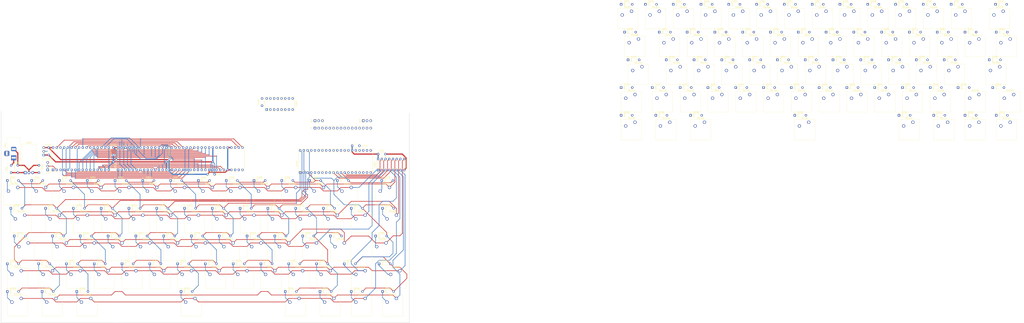
<source format=kicad_pcb>
(kicad_pcb (version 20171130) (host pcbnew 5.0.1)
  (title_block (title Rk-Tiny) (rev 0))
  (layers (0 F.Cu signal) (31 B.Cu signal) (35 F.Paste user) (37 F.SilkS user) (39 F.Mask user) (44 Edge.Cuts user))
  (net 0 "")
  (net 1 /~read)
  (net 2 /~write)
  (net 3 "Net-(U101-Pad23)")
  (net 4 +5V)
  (net 5 /clk)
  (net 6 /~reset)
  (net 7 /~m1)
  (net 8 "Net-(U101-Pad28)")
  (net 9 GND)
  (net 10 "Net-(U101-Pad18)")
  (net 11 /~memsel)
  (net 12 /~iosel)
  (net 13 /key_col_2)
  (net 14 /lcdd2)
  (net 15 /key_col_1)
  (net 16 /lcdd1)
  (net 17 /key_col_0)
  (net 18 /lcdd0)
  (net 19 /lcddir)
  (net 20 /reset)
  (net 21 /lcdreg)
  (net 22 /key_row_bit_0)
  (net 23 /key_row_bit_1)
  (net 24 /key_row_bit_2)
  (net 25 /key_row_bit_3)
  (net 26 /~kdioen)
  (net 27 /lcdd7)
  (net 28 /lcdd6)
  (net 29 /key_col_6)
  (net 30 /lcdd5)
  (net 31 /key_col_5)
  (net 32 /lcdd4)
  (net 33 /key_col_4)
  (net 34 /lcdd3)
  (net 35 /key_col_3)
  (net 36 "Net-(U104-Pad17)")
  (net 37 "Net-(JP2-Pad2)")
  (net 38 "Net-(JP1-Pad2)")
  (net 39 /~romen)
  (net 40 /~ramen)
  (net 41 /a4)
  (net 42 /a3)
  (net 43 /a2)
  (net 44 "Net-(D217-Pad1)")
  (net 45 "Net-(D201-Pad1)")
  (net 46 "Net-(D203-Pad1)")
  (net 47 "Net-(D204-Pad1)")
  (net 48 "Net-(D205-Pad1)")
  (net 49 "Net-(D206-Pad1)")
  (net 50 "Net-(D207-Pad1)")
  (net 51 "Net-(D208-Pad1)")
  (net 52 "Net-(D209-Pad1)")
  (net 53 "Net-(D211-Pad1)")
  (net 54 "Net-(D212-Pad1)")
  (net 55 "Net-(D213-Pad1)")
  (net 56 "Net-(D214-Pad1)")
  (net 57 "Net-(D215-Pad1)")
  (net 58 "Net-(D216-Pad1)")
  (net 59 "Net-(D227-Pad1)")
  (net 60 "Net-(D230-Pad1)")
  (net 61 "Net-(D229-Pad1)")
  (net 62 "Net-(D226-Pad1)")
  (net 63 "Net-(D225-Pad1)")
  (net 64 "Net-(D224-Pad1)")
  (net 65 "Net-(D223-Pad1)")
  (net 66 "Net-(D222-Pad1)")
  (net 67 "Net-(D220-Pad1)")
  (net 68 "Net-(D228-Pad1)")
  (net 69 "Net-(D232-Pad1)")
  (net 70 "Net-(D234-Pad1)")
  (net 71 "Net-(D235-Pad1)")
  (net 72 "Net-(D236-Pad1)")
  (net 73 "Net-(D248-Pad1)")
  (net 74 "Net-(D202-Pad1)")
  (net 75 "Net-(D241-Pad1)")
  (net 76 "Net-(D242-Pad1)")
  (net 77 "Net-(D243-Pad1)")
  (net 78 "Net-(D244-Pad1)")
  (net 79 "Net-(D245-Pad1)")
  (net 80 "Net-(D246-Pad1)")
  (net 81 "Net-(D247-Pad1)")
  (net 82 "Net-(D219-Pad1)")
  (net 83 "Net-(D249-Pad1)")
  (net 84 "Net-(D250-Pad1)")
  (net 85 "Net-(D251-Pad1)")
  (net 86 "Net-(D252-Pad1)")
  (net 87 "Net-(D253-Pad1)")
  (net 88 "Net-(D254-Pad1)")
  (net 89 "Net-(D218-Pad1)")
  (net 90 "Net-(D256-Pad1)")
  (net 91 "Net-(D210-Pad1)")
  (net 92 "Net-(D270-Pad1)")
  (net 93 "Net-(D269-Pad1)")
  (net 94 "Net-(D268-Pad1)")
  (net 95 "Net-(D267-Pad1)")
  (net 96 "Net-(D266-Pad1)")
  (net 97 "Net-(D265-Pad1)")
  (net 98 "Net-(D264-Pad1)")
  (net 99 "Net-(D263-Pad1)")
  (net 100 "Net-(D262-Pad1)")
  (net 101 "Net-(D261-Pad1)")
  (net 102 "Net-(D260-Pad1)")
  (net 103 "Net-(D259-Pad1)")
  (net 104 "Net-(D258-Pad1)")
  (net 105 "Net-(D257-Pad1)")
  (net 106 "Net-(D255-Pad1)")
  (net 107 "Net-(J1-Pad3)")
  (net 108 "Net-(J1-Pad15)")
  (net 109 "Net-(U104-Pad37)")
  (net 110 "Net-(U105-Pad10)")
  (net 111 "Net-(U105-Pad12)")
  (net 112 /a11)
  (net 113 /a12)
  (net 114 /a13)
  (net 115 /a14)
  (net 116 /a15)
  (net 117 /d4)
  (net 118 /d3)
  (net 119 /d5)
  (net 120 /d6)
  (net 121 /a0)
  (net 122 /a1)
  (net 123 /d2)
  (net 124 /d7)
  (net 125 /d0)
  (net 126 /d1)
  (net 127 /a5)
  (net 128 /a6)
  (net 129 /a7)
  (net 130 /a8)
  (net 131 /a9)
  (net 132 /a10)
  (net 133 /lcden)
  (net 134 /kr0)
  (net 135 /kr7)
  (net 136 /kr1)
  (net 137 /kr8)
  (net 138 /kr2)
  (net 139 /kr9)
  (net 140 /kr3)
  (net 141 /kr4)
  (net 142 /kr5)
  (net 143 /kr6)
  (net 144 "Net-(C301-Pad1)")
  (net 145 "Net-(U105-Pad11)")
  (net 146 "Net-(U105-Pad5)")
  (net 147 "Net-(U105-Pad6)")
  (net 148 "Net-(F301-Pad2)")
  (module Button_Switch_Keyboard:SW_Cherry_MX1A_1.00u_PCB (layer F.Cu) (at 542.548 69.85)
    (fp_text reference SW266 (at -2.54 -2.794) (layer F.SilkS))
    (fp_text value K5)
    (pad "" np_thru_hole circle (at 2.54 5.08) (size 1.7 1.7) (drill 1.7) (layers *.Cu *.Mask))
    (pad "" np_thru_hole circle (at -7.62 5.08) (size 1.7 1.7) (drill 1.7) (layers *.Cu *.Mask))
    (pad "" np_thru_hole circle (at -2.54 5.08) (size 4 4) (drill 4) (layers *.Cu *.Mask))
    (pad 2 thru_hole circle (at -6.35 2.54) (size 2.2 2.2) (drill 1.5) (layers *.Cu *.Mask))
    (pad 1 thru_hole circle (at 0 0) (size 2.2 2.2) (drill 1.5) (layers *.Cu *.Mask))
  )
  (module Button_Switch_Keyboard:SW_Cherry_MX1A_1.00u_PCB (layer F.Cu) (at 504.548 69.85)
    (fp_text reference SW265 (at -2.54 -2.794) (layer F.SilkS))
    (fp_text value K3)
    (pad 1 thru_hole circle (at 0 0) (size 2.2 2.2) (drill 1.5) (layers *.Cu *.Mask))
    (pad 2 thru_hole circle (at -6.35 2.54) (size 2.2 2.2) (drill 1.5) (layers *.Cu *.Mask))
    (pad "" np_thru_hole circle (at -2.54 5.08) (size 4 4) (drill 4) (layers *.Cu *.Mask))
    (pad "" np_thru_hole circle (at -7.62 5.08) (size 1.7 1.7) (drill 1.7) (layers *.Cu *.Mask))
    (pad "" np_thru_hole circle (at 2.54 5.08) (size 1.7 1.7) (drill 1.7) (layers *.Cu *.Mask))
  )
  (module Button_Switch_Keyboard:SW_Cherry_MX1A_1.00u_PCB (layer F.Cu) (at 575.798 107.85)
    (fp_text reference SW218 (at -2.54 -2.794) (layer F.SilkS))
    (fp_text value KH)
    (pad "" np_thru_hole circle (at 2.54 5.08) (size 1.7 1.7) (drill 1.7) (layers *.Cu *.Mask))
    (pad "" np_thru_hole circle (at -7.62 5.08) (size 1.7 1.7) (drill 1.7) (layers *.Cu *.Mask))
    (pad "" np_thru_hole circle (at -2.54 5.08) (size 4 4) (drill 4) (layers *.Cu *.Mask))
    (pad 2 thru_hole circle (at -6.35 2.54) (size 2.2 2.2) (drill 1.5) (layers *.Cu *.Mask))
    (pad 1 thru_hole circle (at 0 0) (size 2.2 2.2) (drill 1.5) (layers *.Cu *.Mask))
  )
  (module Diode_THT:D_DO-35_SOD27_P7.62mm_Horizontal (layer F.Cu) (at 654.173 141.1)
    (fp_text reference D241 (at 3.81 -2.12) (layer F.SilkS))
    (fp_text value D_Small)
    (fp_text user K (at 0 -1.8) (layer F.SilkS))
    (pad 1 thru_hole rect (at 0 0) (size 1.6 1.6) (drill 0.8) (layers *.Cu *.Mask))
    (pad 2 thru_hole oval (at 7.62 0) (size 1.6 1.6) (drill 0.8) (layers *.Cu *.Mask))
  )
  (module Diode_THT:D_DO-35_SOD27_P7.62mm_Horizontal (layer F.Cu) (at 696.923 141.1)
    (fp_text reference D242 (at 3.81 -2.12) (layer F.SilkS))
    (fp_text value D_Small)
    (fp_text user K (at 0 -1.8) (layer F.SilkS))
    (pad 2 thru_hole oval (at 7.62 0) (size 1.6 1.6) (drill 0.8) (layers *.Cu *.Mask))
    (pad 1 thru_hole rect (at 0 0) (size 1.6 1.6) (drill 0.8) (layers *.Cu *.Mask))
  )
  (module Diode_THT:D_DO-35_SOD27_P7.62mm_Horizontal (layer F.Cu) (at 461.798 122.1)
    (fp_text reference D243 (at 3.81 -2.12) (layer F.SilkS))
    (fp_text value D_Small)
    (fp_text user K (at 0 -1.8) (layer F.SilkS))
    (pad 1 thru_hole rect (at 0 0) (size 1.6 1.6) (drill 0.8) (layers *.Cu *.Mask))
    (pad 2 thru_hole oval (at 7.62 0) (size 1.6 1.6) (drill 0.8) (layers *.Cu *.Mask))
  )
  (module Diode_THT:D_DO-35_SOD27_P7.62mm_Horizontal (layer F.Cu) (at 499.798 122.1)
    (fp_text reference D244 (at 3.81 -2.12) (layer F.SilkS))
    (fp_text value D_Small)
    (fp_text user K (at 0 -1.8) (layer F.SilkS))
    (pad 2 thru_hole oval (at 7.62 0) (size 1.6 1.6) (drill 0.8) (layers *.Cu *.Mask))
    (pad 1 thru_hole rect (at 0 0) (size 1.6 1.6) (drill 0.8) (layers *.Cu *.Mask))
  )
  (module Diode_THT:D_DO-35_SOD27_P7.62mm_Horizontal (layer F.Cu) (at 537.798 122.1)
    (fp_text reference D245 (at 3.81 -2.12) (layer F.SilkS))
    (fp_text value D_Small)
    (fp_text user K (at 0 -1.8) (layer F.SilkS))
    (pad 1 thru_hole rect (at 0 0) (size 1.6 1.6) (drill 0.8) (layers *.Cu *.Mask))
    (pad 2 thru_hole oval (at 7.62 0) (size 1.6 1.6) (drill 0.8) (layers *.Cu *.Mask))
  )
  (module Diode_THT:D_DO-35_SOD27_P7.62mm_Horizontal (layer F.Cu) (at 575.798 122.1)
    (fp_text reference D246 (at 3.81 -2.12) (layer F.SilkS))
    (fp_text value D_Small)
    (fp_text user K (at 0 -1.8) (layer F.SilkS))
    (pad 2 thru_hole oval (at 7.62 0) (size 1.6 1.6) (drill 0.8) (layers *.Cu *.Mask))
    (pad 1 thru_hole rect (at 0 0) (size 1.6 1.6) (drill 0.8) (layers *.Cu *.Mask))
  )
  (module Diode_THT:D_DO-35_SOD27_P7.62mm_Horizontal (layer F.Cu) (at 613.798 122.1)
    (fp_text reference D247 (at 3.81 -2.12) (layer F.SilkS))
    (fp_text value D_Small)
    (fp_text user K (at 0 -1.8) (layer F.SilkS))
    (pad 1 thru_hole rect (at 0 0) (size 1.6 1.6) (drill 0.8) (layers *.Cu *.Mask))
    (pad 2 thru_hole oval (at 7.62 0) (size 1.6 1.6) (drill 0.8) (layers *.Cu *.Mask))
  )
  (module Diode_THT:D_DO-35_SOD27_P7.62mm_Horizontal (layer F.Cu) (at 604.298 103.1)
    (fp_text reference D219 (at 3.81 -2.12) (layer F.SilkS))
    (fp_text value D_Small)
    (fp_text user K (at 0 -1.8) (layer F.SilkS))
    (pad 2 thru_hole oval (at 7.62 0) (size 1.6 1.6) (drill 0.8) (layers *.Cu *.Mask))
    (pad 1 thru_hole rect (at 0 0) (size 1.6 1.6) (drill 0.8) (layers *.Cu *.Mask))
  )
  (module Diode_THT:D_DO-35_SOD27_P7.62mm_Horizontal (layer F.Cu) (at 694.548 122.1)
    (fp_text reference D249 (at 3.81 -2.12) (layer F.SilkS))
    (fp_text value D_Small)
    (fp_text user K (at 0 -1.8) (layer F.SilkS))
    (pad 1 thru_hole rect (at 0 0) (size 1.6 1.6) (drill 0.8) (layers *.Cu *.Mask))
    (pad 2 thru_hole oval (at 7.62 0) (size 1.6 1.6) (drill 0.8) (layers *.Cu *.Mask))
  )
  (module Diode_THT:D_DO-35_SOD27_P7.62mm_Horizontal (layer F.Cu) (at 471.298 103.1)
    (fp_text reference D250 (at 3.81 -2.12) (layer F.SilkS))
    (fp_text value D_Small)
    (fp_text user K (at 0 -1.8) (layer F.SilkS))
    (pad 2 thru_hole oval (at 7.62 0) (size 1.6 1.6) (drill 0.8) (layers *.Cu *.Mask))
    (pad 1 thru_hole rect (at 0 0) (size 1.6 1.6) (drill 0.8) (layers *.Cu *.Mask))
  )
  (module Diode_THT:D_DO-35_SOD27_P7.62mm_Horizontal (layer F.Cu) (at 509.298 103.1)
    (fp_text reference D251 (at 3.81 -2.12) (layer F.SilkS))
    (fp_text value D_Small)
    (fp_text user K (at 0 -1.8) (layer F.SilkS))
    (pad 1 thru_hole rect (at 0 0) (size 1.6 1.6) (drill 0.8) (layers *.Cu *.Mask))
    (pad 2 thru_hole oval (at 7.62 0) (size 1.6 1.6) (drill 0.8) (layers *.Cu *.Mask))
  )
  (module Diode_THT:D_DO-35_SOD27_P7.62mm_Horizontal (layer F.Cu) (at 547.298 103.1)
    (fp_text reference D252 (at 3.81 -2.12) (layer F.SilkS))
    (fp_text value D_Small)
    (fp_text user K (at 0 -1.8) (layer F.SilkS))
    (pad 2 thru_hole oval (at 7.62 0) (size 1.6 1.6) (drill 0.8) (layers *.Cu *.Mask))
    (pad 1 thru_hole rect (at 0 0) (size 1.6 1.6) (drill 0.8) (layers *.Cu *.Mask))
  )
  (module Diode_THT:D_DO-35_SOD27_P7.62mm_Horizontal (layer F.Cu) (at 585.298 103.1)
    (fp_text reference D253 (at 3.81 -2.12) (layer F.SilkS))
    (fp_text value D_Small)
    (fp_text user K (at 0 -1.8) (layer F.SilkS))
    (pad 1 thru_hole rect (at 0 0) (size 1.6 1.6) (drill 0.8) (layers *.Cu *.Mask))
    (pad 2 thru_hole oval (at 7.62 0) (size 1.6 1.6) (drill 0.8) (layers *.Cu *.Mask))
  )
  (module Diode_THT:D_DO-35_SOD27_P7.62mm_Horizontal (layer F.Cu) (at 623.298 103.1)
    (fp_text reference D254 (at 3.81 -2.12) (layer F.SilkS))
    (fp_text value D_Small)
    (fp_text user K (at 0 -1.8) (layer F.SilkS))
    (pad 1 thru_hole rect (at 0 0) (size 1.6 1.6) (drill 0.8) (layers *.Cu *.Mask))
    (pad 2 thru_hole oval (at 7.62 0) (size 1.6 1.6) (drill 0.8) (layers *.Cu *.Mask))
  )
  (module Button_Switch_Keyboard:SW_Cherry_MX1A_1.25u_PCB (layer F.Cu) (at 706.423 145.85)
    (fp_text reference SW242 (at -2.54 -2.794) (layer F.SilkS))
    (fp_text value KRCtrl)
    (pad 1 thru_hole circle (at 0 0) (size 2.2 2.2) (drill 1.5) (layers *.Cu *.Mask))
    (pad 2 thru_hole circle (at -6.35 2.54) (size 2.2 2.2) (drill 1.5) (layers *.Cu *.Mask))
    (pad "" np_thru_hole circle (at -2.54 5.08) (size 4 4) (drill 4) (layers *.Cu *.Mask))
    (pad "" np_thru_hole circle (at -7.62 5.08) (size 1.7 1.7) (drill 1.7) (layers *.Cu *.Mask))
    (pad "" np_thru_hole circle (at 2.54 5.08) (size 1.7 1.7) (drill 1.7) (layers *.Cu *.Mask))
  )
  (module Button_Switch_Keyboard:SW_Cherry_MX1A_1.25u_PCB (layer F.Cu) (at 663.673 145.85)
    (fp_text reference SW241 (at -2.54 -2.794) (layer F.SilkS))
    (fp_text value KRUtil1)
    (pad 1 thru_hole circle (at 0 0) (size 2.2 2.2) (drill 1.5) (layers *.Cu *.Mask))
    (pad 2 thru_hole circle (at -6.35 2.54) (size 2.2 2.2) (drill 1.5) (layers *.Cu *.Mask))
    (pad "" np_thru_hole circle (at -2.54 5.08) (size 4 4) (drill 4) (layers *.Cu *.Mask))
    (pad "" np_thru_hole circle (at -7.62 5.08) (size 1.7 1.7) (drill 1.7) (layers *.Cu *.Mask))
    (pad "" np_thru_hole circle (at 2.54 5.08) (size 1.7 1.7) (drill 1.7) (layers *.Cu *.Mask))
  )
  (module Button_Switch_Keyboard:SW_Cherry_MX1A_1.75u_PCB (layer F.Cu) (at 454.673 107.85)
    (fp_text reference SW215 (at -2.54 -2.794) (layer F.SilkS))
    (fp_text value KLCtrl)
    (pad "" np_thru_hole circle (at 2.54 5.08) (size 1.7 1.7) (drill 1.7) (layers *.Cu *.Mask))
    (pad "" np_thru_hole circle (at -7.62 5.08) (size 1.7 1.7) (drill 1.7) (layers *.Cu *.Mask))
    (pad "" np_thru_hole circle (at -2.54 5.08) (size 4 4) (drill 4) (layers *.Cu *.Mask))
    (pad 2 thru_hole circle (at -6.35 2.54) (size 2.2 2.2) (drill 1.5) (layers *.Cu *.Mask))
    (pad 1 thru_hole circle (at 0 0) (size 2.2 2.2) (drill 1.5) (layers *.Cu *.Mask))
  )
  (module Button_Switch_Keyboard:SW_Cherry_MX1A_1.00u_PCB (layer F.Cu) (at 476.048 88.85)
    (fp_text reference SW257 (at -2.54 -2.794) (layer F.SilkS))
    (fp_text value KQ)
    (pad 1 thru_hole circle (at 0 0) (size 2.2 2.2) (drill 1.5) (layers *.Cu *.Mask))
    (pad 2 thru_hole circle (at -6.35 2.54) (size 2.2 2.2) (drill 1.5) (layers *.Cu *.Mask))
    (pad "" np_thru_hole circle (at -2.54 5.08) (size 4 4) (drill 4) (layers *.Cu *.Mask))
    (pad "" np_thru_hole circle (at -7.62 5.08) (size 1.7 1.7) (drill 1.7) (layers *.Cu *.Mask))
    (pad "" np_thru_hole circle (at 2.54 5.08) (size 1.7 1.7) (drill 1.7) (layers *.Cu *.Mask))
  )
  (module Button_Switch_Keyboard:SW_Cherry_MX1A_1.50u_PCB (layer F.Cu) (at 452.298 88.85)
    (fp_text reference SW208 (at -2.54 -2.794) (layer F.SilkS))
    (fp_text value KTab)
    (pad "" np_thru_hole circle (at 2.54 5.08) (size 1.7 1.7) (drill 1.7) (layers *.Cu *.Mask))
    (pad "" np_thru_hole circle (at -7.62 5.08) (size 1.7 1.7) (drill 1.7) (layers *.Cu *.Mask))
    (pad "" np_thru_hole circle (at -2.54 5.08) (size 4 4) (drill 4) (layers *.Cu *.Mask))
    (pad 2 thru_hole circle (at -6.35 2.54) (size 2.2 2.2) (drill 1.5) (layers *.Cu *.Mask))
    (pad 1 thru_hole circle (at 0 0) (size 2.2 2.2) (drill 1.5) (layers *.Cu *.Mask))
  )
  (module Button_Switch_Keyboard:SW_Cherry_MX1A_1.25u_PCB (layer F.Cu) (at 473.673 145.85)
    (fp_text reference SW236 (at -2.54 -2.794) (layer F.SilkS))
    (fp_text value KLAlt)
    (pad "" np_thru_hole circle (at 2.54 5.08) (size 1.7 1.7) (drill 1.7) (layers *.Cu *.Mask))
    (pad "" np_thru_hole circle (at -7.62 5.08) (size 1.7 1.7) (drill 1.7) (layers *.Cu *.Mask))
    (pad "" np_thru_hole circle (at -2.54 5.08) (size 4 4) (drill 4) (layers *.Cu *.Mask))
    (pad 2 thru_hole circle (at -6.35 2.54) (size 2.2 2.2) (drill 1.5) (layers *.Cu *.Mask))
    (pad 1 thru_hole circle (at 0 0) (size 2.2 2.2) (drill 1.5) (layers *.Cu *.Mask))
  )
  (module Button_Switch_Keyboard:SW_Cherry_MX1A_1.00u_PCB (layer F.Cu) (at 685.048 145.85)
    (fp_text reference SW235 (at -2.54 -2.794) (layer F.SilkS))
    (fp_text value KUtil2)
    (pad "" np_thru_hole circle (at 2.54 5.08) (size 1.7 1.7) (drill 1.7) (layers *.Cu *.Mask))
    (pad "" np_thru_hole circle (at -7.62 5.08) (size 1.7 1.7) (drill 1.7) (layers *.Cu *.Mask))
    (pad "" np_thru_hole circle (at -2.54 5.08) (size 4 4) (drill 4) (layers *.Cu *.Mask))
    (pad 2 thru_hole circle (at -6.35 2.54) (size 2.2 2.2) (drill 1.5) (layers *.Cu *.Mask))
    (pad 1 thru_hole circle (at 0 0) (size 2.2 2.2) (drill 1.5) (layers *.Cu *.Mask))
  )
  (module Button_Switch_Keyboard:SW_Cherry_MX1A_1.25u_PCB (layer F.Cu) (at 497.423 145.85)
    (fp_text reference SW230 (at -2.54 -2.794) (layer F.SilkS))
    (fp_text value KLMeta)
    (pad 1 thru_hole circle (at 0 0) (size 2.2 2.2) (drill 1.5) (layers *.Cu *.Mask))
    (pad 2 thru_hole circle (at -6.35 2.54) (size 2.2 2.2) (drill 1.5) (layers *.Cu *.Mask))
    (pad "" np_thru_hole circle (at -2.54 5.08) (size 4 4) (drill 4) (layers *.Cu *.Mask))
    (pad "" np_thru_hole circle (at -7.62 5.08) (size 1.7 1.7) (drill 1.7) (layers *.Cu *.Mask))
    (pad "" np_thru_hole circle (at 2.54 5.08) (size 1.7 1.7) (drill 1.7) (layers *.Cu *.Mask))
  )
  (module Button_Switch_Keyboard:SW_Cherry_MX1A_1.25u_PCB (layer F.Cu) (at 639.923 145.85)
    (fp_text reference SW234 (at -2.54 -2.794) (layer F.SilkS))
    (fp_text value KRAlt)
    (pad 1 thru_hole circle (at 0 0) (size 2.2 2.2) (drill 1.5) (layers *.Cu *.Mask))
    (pad 2 thru_hole circle (at -6.35 2.54) (size 2.2 2.2) (drill 1.5) (layers *.Cu *.Mask))
    (pad "" np_thru_hole circle (at -2.54 5.08) (size 4 4) (drill 4) (layers *.Cu *.Mask))
    (pad "" np_thru_hole circle (at -7.62 5.08) (size 1.7 1.7) (drill 1.7) (layers *.Cu *.Mask))
    (pad "" np_thru_hole circle (at 2.54 5.08) (size 1.7 1.7) (drill 1.7) (layers *.Cu *.Mask))
  )
  (module Button_Switch_Keyboard:SW_Cherry_MX1A_1.00u_PCB (layer F.Cu) (at 466.548 69.85)
    (fp_text reference SW264 (at -2.54 -2.794) (layer F.SilkS))
    (fp_text value K1)
    (pad 1 thru_hole circle (at 0 0) (size 2.2 2.2) (drill 1.5) (layers *.Cu *.Mask))
    (pad 2 thru_hole circle (at -6.35 2.54) (size 2.2 2.2) (drill 1.5) (layers *.Cu *.Mask))
    (pad "" np_thru_hole circle (at -2.54 5.08) (size 4 4) (drill 4) (layers *.Cu *.Mask))
    (pad "" np_thru_hole circle (at -7.62 5.08) (size 1.7 1.7) (drill 1.7) (layers *.Cu *.Mask))
    (pad "" np_thru_hole circle (at 2.54 5.08) (size 1.7 1.7) (drill 1.7) (layers *.Cu *.Mask))
  )
  (module Button_Switch_Keyboard:SW_Cherry_MX1A_1.25u_PCB (layer F.Cu) (at 449.923 145.85)
    (fp_text reference SW229 (at -2.54 -2.794) (layer F.SilkS))
    (fp_text value KLFn)
    (pad "" np_thru_hole circle (at 2.54 5.08) (size 1.7 1.7) (drill 1.7) (layers *.Cu *.Mask))
    (pad "" np_thru_hole circle (at -7.62 5.08) (size 1.7 1.7) (drill 1.7) (layers *.Cu *.Mask))
    (pad "" np_thru_hole circle (at -2.54 5.08) (size 4 4) (drill 4) (layers *.Cu *.Mask))
    (pad 2 thru_hole circle (at -6.35 2.54) (size 2.2 2.2) (drill 1.5) (layers *.Cu *.Mask))
    (pad 1 thru_hole circle (at 0 0) (size 2.2 2.2) (drill 1.5) (layers *.Cu *.Mask))
  )
  (module Button_Switch_Keyboard:SW_Cherry_MX1A_1.00u_PCB (layer F.Cu) (at 604.298 126.85)
    (fp_text reference SW226 (at -2.54 -2.794) (layer F.SilkS))
    (fp_text value KM)
    (pad 1 thru_hole circle (at 0 0) (size 2.2 2.2) (drill 1.5) (layers *.Cu *.Mask))
    (pad 2 thru_hole circle (at -6.35 2.54) (size 2.2 2.2) (drill 1.5) (layers *.Cu *.Mask))
    (pad "" np_thru_hole circle (at -2.54 5.08) (size 4 4) (drill 4) (layers *.Cu *.Mask))
    (pad "" np_thru_hole circle (at -7.62 5.08) (size 1.7 1.7) (drill 1.7) (layers *.Cu *.Mask))
    (pad "" np_thru_hole circle (at 2.54 5.08) (size 1.7 1.7) (drill 1.7) (layers *.Cu *.Mask))
  )
  (module Button_Switch_Keyboard:SW_Cherry_MX1A_1.00u_PCB (layer F.Cu) (at 628.048 88.85)
    (fp_text reference SW261 (at -2.54 -2.794) (layer F.SilkS))
    (fp_text value KO)
    (pad 1 thru_hole circle (at 0 0) (size 2.2 2.2) (drill 1.5) (layers *.Cu *.Mask))
    (pad 2 thru_hole circle (at -6.35 2.54) (size 2.2 2.2) (drill 1.5) (layers *.Cu *.Mask))
    (pad "" np_thru_hole circle (at -2.54 5.08) (size 4 4) (drill 4) (layers *.Cu *.Mask))
    (pad "" np_thru_hole circle (at -7.62 5.08) (size 1.7 1.7) (drill 1.7) (layers *.Cu *.Mask))
    (pad "" np_thru_hole circle (at 2.54 5.08) (size 1.7 1.7) (drill 1.7) (layers *.Cu *.Mask))
  )
  (module Button_Switch_Keyboard:SW_Cherry_MX1A_1.75u_PCB (layer F.Cu) (at 701.673 69.85)
    (fp_text reference SW270 (at -2.54 -2.794) (layer F.SilkS))
    (fp_text value KBackSpace)
    (pad "" np_thru_hole circle (at 2.54 5.08) (size 1.7 1.7) (drill 1.7) (layers *.Cu *.Mask))
    (pad "" np_thru_hole circle (at -7.62 5.08) (size 1.7 1.7) (drill 1.7) (layers *.Cu *.Mask))
    (pad "" np_thru_hole circle (at -2.54 5.08) (size 4 4) (drill 4) (layers *.Cu *.Mask))
    (pad 2 thru_hole circle (at -6.35 2.54) (size 2.2 2.2) (drill 1.5) (layers *.Cu *.Mask))
    (pad 1 thru_hole circle (at 0 0) (size 2.2 2.2) (drill 1.5) (layers *.Cu *.Mask))
  )
  (module Button_Switch_Keyboard:SW_Cherry_MX1A_1.25u_PCB (layer F.Cu) (at 706.423 88.85)
    (fp_text reference SW263 (at -2.54 -2.794) (layer F.SilkS))
    (fp_text value KHash)
    (pad "" np_thru_hole circle (at 2.54 5.08) (size 1.7 1.7) (drill 1.7) (layers *.Cu *.Mask))
    (pad "" np_thru_hole circle (at -7.62 5.08) (size 1.7 1.7) (drill 1.7) (layers *.Cu *.Mask))
    (pad "" np_thru_hole circle (at -2.54 5.08) (size 4 4) (drill 4) (layers *.Cu *.Mask))
    (pad 2 thru_hole circle (at -6.35 2.54) (size 2.2 2.2) (drill 1.5) (layers *.Cu *.Mask))
    (pad 1 thru_hole circle (at 0 0) (size 2.2 2.2) (drill 1.5) (layers *.Cu *.Mask))
  )
  (module Button_Switch_Keyboard:SW_Cherry_MX1A_1.00u_PCB (layer F.Cu) (at 590.048 88.85)
    (fp_text reference SW260 (at -2.54 -2.794) (layer F.SilkS))
    (fp_text value KU)
    (pad "" np_thru_hole circle (at 2.54 5.08) (size 1.7 1.7) (drill 1.7) (layers *.Cu *.Mask))
    (pad "" np_thru_hole circle (at -7.62 5.08) (size 1.7 1.7) (drill 1.7) (layers *.Cu *.Mask))
    (pad "" np_thru_hole circle (at -2.54 5.08) (size 4 4) (drill 4) (layers *.Cu *.Mask))
    (pad 2 thru_hole circle (at -6.35 2.54) (size 2.2 2.2) (drill 1.5) (layers *.Cu *.Mask))
    (pad 1 thru_hole circle (at 0 0) (size 2.2 2.2) (drill 1.5) (layers *.Cu *.Mask))
  )
  (module Button_Switch_Keyboard:SW_Cherry_MX1A_6.25u_PCB (layer F.Cu) (at 568.673 145.85)
    (fp_text reference SW232 (at -2.54 -2.794) (layer F.SilkS))
    (fp_text value KSpace)
    (pad "" np_thru_hole circle (at 47.46 -1.92) (size 3.05 3.05) (drill 3.05) (layers *.Cu *.Mask))
    (pad "" np_thru_hole circle (at -52.54 -1.92) (size 3.05 3.05) (drill 3.05) (layers *.Cu *.Mask))
    (pad "" np_thru_hole circle (at -52.54 13.32) (size 4 4) (drill 4) (layers *.Cu *.Mask))
    (pad "" np_thru_hole circle (at 47.46 13.32) (size 4 4) (drill 4) (layers *.Cu *.Mask))
    (pad "" np_thru_hole circle (at 2.54 5.08) (size 1.7 1.7) (drill 1.7) (layers *.Cu *.Mask))
    (pad "" np_thru_hole circle (at -7.62 5.08) (size 1.7 1.7) (drill 1.7) (layers *.Cu *.Mask))
    (pad "" np_thru_hole circle (at -2.54 5.08) (size 4 4) (drill 4) (layers *.Cu *.Mask))
    (pad 2 thru_hole circle (at -6.35 2.54) (size 2.2 2.2) (drill 1.5) (layers *.Cu *.Mask))
    (pad 1 thru_hole circle (at 0 0) (size 2.2 2.2) (drill 1.5) (layers *.Cu *.Mask))
  )
  (module Button_Switch_Keyboard:SW_Cherry_MX1A_2.00u_PCB (layer F.Cu) (at 699.298 107.85)
    (fp_text reference SW256 (at -2.54 -2.794) (layer F.SilkS))
    (fp_text value KEnter)
    (pad "" np_thru_hole circle (at 9.36 -1.92) (size 3.05 3.05) (drill 3.05) (layers *.Cu *.Mask))
    (pad "" np_thru_hole circle (at -14.44 -1.92) (size 3.05 3.05) (drill 3.05) (layers *.Cu *.Mask))
    (pad "" np_thru_hole circle (at -14.44 13.32) (size 4 4) (drill 4) (layers *.Cu *.Mask))
    (pad "" np_thru_hole circle (at 9.36 13.32) (size 4 4) (drill 4) (layers *.Cu *.Mask))
    (pad "" np_thru_hole circle (at 2.54 5.08) (size 1.7 1.7) (drill 1.7) (layers *.Cu *.Mask))
    (pad "" np_thru_hole circle (at -7.62 5.08) (size 1.7 1.7) (drill 1.7) (layers *.Cu *.Mask))
    (pad "" np_thru_hole circle (at -2.54 5.08) (size 4 4) (drill 4) (layers *.Cu *.Mask))
    (pad 2 thru_hole circle (at -6.35 2.54) (size 2.2 2.2) (drill 1.5) (layers *.Cu *.Mask))
    (pad 1 thru_hole circle (at 0 0) (size 2.2 2.2) (drill 1.5) (layers *.Cu *.Mask))
  )
  (module Button_Switch_Keyboard:SW_Cherry_MX1A_1.00u_PCB (layer F.Cu) (at 637.548 69.85)
    (fp_text reference SW206 (at -2.54 -2.794) (layer F.SilkS))
    (fp_text value K0)
    (pad "" np_thru_hole circle (at 2.54 5.08) (size 1.7 1.7) (drill 1.7) (layers *.Cu *.Mask))
    (pad "" np_thru_hole circle (at -7.62 5.08) (size 1.7 1.7) (drill 1.7) (layers *.Cu *.Mask))
    (pad "" np_thru_hole circle (at -2.54 5.08) (size 4 4) (drill 4) (layers *.Cu *.Mask))
    (pad 2 thru_hole circle (at -6.35 2.54) (size 2.2 2.2) (drill 1.5) (layers *.Cu *.Mask))
    (pad 1 thru_hole circle (at 0 0) (size 2.2 2.2) (drill 1.5) (layers *.Cu *.Mask))
  )
  (module Button_Switch_Keyboard:SW_Cherry_MX1A_1.00u_PCB (layer F.Cu) (at 675.548 69.85)
    (fp_text reference SW207 (at -2.54 -2.794) (layer F.SilkS))
    (fp_text value KEq)
    (pad 1 thru_hole circle (at 0 0) (size 2.2 2.2) (drill 1.5) (layers *.Cu *.Mask))
    (pad 2 thru_hole circle (at -6.35 2.54) (size 2.2 2.2) (drill 1.5) (layers *.Cu *.Mask))
    (pad "" np_thru_hole circle (at -2.54 5.08) (size 4 4) (drill 4) (layers *.Cu *.Mask))
    (pad "" np_thru_hole circle (at -7.62 5.08) (size 1.7 1.7) (drill 1.7) (layers *.Cu *.Mask))
    (pad "" np_thru_hole circle (at 2.54 5.08) (size 1.7 1.7) (drill 1.7) (layers *.Cu *.Mask))
  )
  (module Button_Switch_Keyboard:SW_Cherry_MX1A_1.00u_PCB (layer F.Cu) (at 495.048 88.85)
    (fp_text reference SW209 (at -2.54 -2.794) (layer F.SilkS))
    (fp_text value KW)
    (pad 1 thru_hole circle (at 0 0) (size 2.2 2.2) (drill 1.5) (layers *.Cu *.Mask))
    (pad 2 thru_hole circle (at -6.35 2.54) (size 2.2 2.2) (drill 1.5) (layers *.Cu *.Mask))
    (pad "" np_thru_hole circle (at -2.54 5.08) (size 4 4) (drill 4) (layers *.Cu *.Mask))
    (pad "" np_thru_hole circle (at -7.62 5.08) (size 1.7 1.7) (drill 1.7) (layers *.Cu *.Mask))
    (pad "" np_thru_hole circle (at 2.54 5.08) (size 1.7 1.7) (drill 1.7) (layers *.Cu *.Mask))
  )
  (module Button_Switch_Keyboard:SW_Cherry_MX1A_1.00u_PCB (layer F.Cu) (at 651.798 107.85)
    (fp_text reference SW220 (at -2.54 -2.794) (layer F.SilkS))
    (fp_text value KColon)
    (pad "" np_thru_hole circle (at 2.54 5.08) (size 1.7 1.7) (drill 1.7) (layers *.Cu *.Mask))
    (pad "" np_thru_hole circle (at -7.62 5.08) (size 1.7 1.7) (drill 1.7) (layers *.Cu *.Mask))
    (pad "" np_thru_hole circle (at -2.54 5.08) (size 4 4) (drill 4) (layers *.Cu *.Mask))
    (pad 2 thru_hole circle (at -6.35 2.54) (size 2.2 2.2) (drill 1.5) (layers *.Cu *.Mask))
    (pad 1 thru_hole circle (at 0 0) (size 2.2 2.2) (drill 1.5) (layers *.Cu *.Mask))
  )
  (module Button_Switch_Keyboard:SW_Cherry_MX1A_1.00u_PCB (layer F.Cu) (at 571.048 88.85)
    (fp_text reference SW211 (at -2.54 -2.794) (layer F.SilkS))
    (fp_text value KY)
    (pad 1 thru_hole circle (at 0 0) (size 2.2 2.2) (drill 1.5) (layers *.Cu *.Mask))
    (pad 2 thru_hole circle (at -6.35 2.54) (size 2.2 2.2) (drill 1.5) (layers *.Cu *.Mask))
    (pad "" np_thru_hole circle (at -2.54 5.08) (size 4 4) (drill 4) (layers *.Cu *.Mask))
    (pad "" np_thru_hole circle (at -7.62 5.08) (size 1.7 1.7) (drill 1.7) (layers *.Cu *.Mask))
    (pad "" np_thru_hole circle (at 2.54 5.08) (size 1.7 1.7) (drill 1.7) (layers *.Cu *.Mask))
  )
  (module Button_Switch_Keyboard:SW_Cherry_MX1A_1.00u_PCB (layer F.Cu) (at 609.048 88.85)
    (fp_text reference SW212 (at -2.54 -2.794) (layer F.SilkS))
    (fp_text value KI)
    (pad "" np_thru_hole circle (at 2.54 5.08) (size 1.7 1.7) (drill 1.7) (layers *.Cu *.Mask))
    (pad "" np_thru_hole circle (at -7.62 5.08) (size 1.7 1.7) (drill 1.7) (layers *.Cu *.Mask))
    (pad "" np_thru_hole circle (at -2.54 5.08) (size 4 4) (drill 4) (layers *.Cu *.Mask))
    (pad 2 thru_hole circle (at -6.35 2.54) (size 2.2 2.2) (drill 1.5) (layers *.Cu *.Mask))
    (pad 1 thru_hole circle (at 0 0) (size 2.2 2.2) (drill 1.5) (layers *.Cu *.Mask))
  )
  (module Button_Switch_Keyboard:SW_Cherry_MX1A_1.00u_PCB (layer F.Cu) (at 647.048 88.85)
    (fp_text reference SW213 (at -2.54 -2.794) (layer F.SilkS))
    (fp_text value KP)
    (pad 1 thru_hole circle (at 0 0) (size 2.2 2.2) (drill 1.5) (layers *.Cu *.Mask))
    (pad 2 thru_hole circle (at -6.35 2.54) (size 2.2 2.2) (drill 1.5) (layers *.Cu *.Mask))
    (pad "" np_thru_hole circle (at -2.54 5.08) (size 4 4) (drill 4) (layers *.Cu *.Mask))
    (pad "" np_thru_hole circle (at -7.62 5.08) (size 1.7 1.7) (drill 1.7) (layers *.Cu *.Mask))
    (pad "" np_thru_hole circle (at 2.54 5.08) (size 1.7 1.7) (drill 1.7) (layers *.Cu *.Mask))
  )
  (module Button_Switch_Keyboard:SW_Cherry_MX1A_1.00u_PCB (layer F.Cu) (at 685.048 88.85)
    (fp_text reference SW214 (at -2.54 -2.794) (layer F.SilkS))
    (fp_text value KRSqu)
    (pad "" np_thru_hole circle (at 2.54 5.08) (size 1.7 1.7) (drill 1.7) (layers *.Cu *.Mask))
    (pad "" np_thru_hole circle (at -7.62 5.08) (size 1.7 1.7) (drill 1.7) (layers *.Cu *.Mask))
    (pad "" np_thru_hole circle (at -2.54 5.08) (size 4 4) (drill 4) (layers *.Cu *.Mask))
    (pad 2 thru_hole circle (at -6.35 2.54) (size 2.2 2.2) (drill 1.5) (layers *.Cu *.Mask))
    (pad 1 thru_hole circle (at 0 0) (size 2.2 2.2) (drill 1.5) (layers *.Cu *.Mask))
  )
  (module Button_Switch_Keyboard:SW_Cherry_MX1A_1.00u_PCB (layer F.Cu) (at 499.798 107.85)
    (fp_text reference SW216 (at -2.54 -2.794) (layer F.SilkS))
    (fp_text value KS)
    (pad "" np_thru_hole circle (at 2.54 5.08) (size 1.7 1.7) (drill 1.7) (layers *.Cu *.Mask))
    (pad "" np_thru_hole circle (at -7.62 5.08) (size 1.7 1.7) (drill 1.7) (layers *.Cu *.Mask))
    (pad "" np_thru_hole circle (at -2.54 5.08) (size 4 4) (drill 4) (layers *.Cu *.Mask))
    (pad 2 thru_hole circle (at -6.35 2.54) (size 2.2 2.2) (drill 1.5) (layers *.Cu *.Mask))
    (pad 1 thru_hole circle (at 0 0) (size 2.2 2.2) (drill 1.5) (layers *.Cu *.Mask))
  )
  (module Button_Switch_Keyboard:SW_Cherry_MX1A_1.00u_PCB (layer F.Cu) (at 490.298 126.85)
    (fp_text reference SW223 (at -2.54 -2.794) (layer F.SilkS))
    (fp_text value KZ)
    (pad "" np_thru_hole circle (at 2.54 5.08) (size 1.7 1.7) (drill 1.7) (layers *.Cu *.Mask))
    (pad "" np_thru_hole circle (at -7.62 5.08) (size 1.7 1.7) (drill 1.7) (layers *.Cu *.Mask))
    (pad "" np_thru_hole circle (at -2.54 5.08) (size 4 4) (drill 4) (layers *.Cu *.Mask))
    (pad 2 thru_hole circle (at -6.35 2.54) (size 2.2 2.2) (drill 1.5) (layers *.Cu *.Mask))
    (pad 1 thru_hole circle (at 0 0) (size 2.2 2.2) (drill 1.5) (layers *.Cu *.Mask))
  )
  (module Button_Switch_Keyboard:SW_Cherry_MX1A_1.00u_PCB (layer F.Cu) (at 528.298 126.85)
    (fp_text reference SW224 (at -2.54 -2.794) (layer F.SilkS))
    (fp_text value KC)
    (pad 1 thru_hole circle (at 0 0) (size 2.2 2.2) (drill 1.5) (layers *.Cu *.Mask))
    (pad 2 thru_hole circle (at -6.35 2.54) (size 2.2 2.2) (drill 1.5) (layers *.Cu *.Mask))
    (pad "" np_thru_hole circle (at -2.54 5.08) (size 4 4) (drill 4) (layers *.Cu *.Mask))
    (pad "" np_thru_hole circle (at -7.62 5.08) (size 1.7 1.7) (drill 1.7) (layers *.Cu *.Mask))
    (pad "" np_thru_hole circle (at 2.54 5.08) (size 1.7 1.7) (drill 1.7) (layers *.Cu *.Mask))
  )
  (module Button_Switch_Keyboard:SW_Cherry_MX1A_1.00u_PCB (layer F.Cu) (at 566.298 126.85)
    (fp_text reference SW225 (at -2.54 -2.794) (layer F.SilkS))
    (fp_text value KB)
    (pad "" np_thru_hole circle (at 2.54 5.08) (size 1.7 1.7) (drill 1.7) (layers *.Cu *.Mask))
    (pad "" np_thru_hole circle (at -7.62 5.08) (size 1.7 1.7) (drill 1.7) (layers *.Cu *.Mask))
    (pad "" np_thru_hole circle (at -2.54 5.08) (size 4 4) (drill 4) (layers *.Cu *.Mask))
    (pad 2 thru_hole circle (at -6.35 2.54) (size 2.2 2.2) (drill 1.5) (layers *.Cu *.Mask))
    (pad 1 thru_hole circle (at 0 0) (size 2.2 2.2) (drill 1.5) (layers *.Cu *.Mask))
  )
  (module Diode_THT:D_DO-35_SOD27_P7.62mm_Horizontal (layer F.Cu) (at 566.298 103.1)
    (fp_text reference D218 (at 3.81 -2.12) (layer F.SilkS))
    (fp_text value D_Small)
    (fp_text user K (at 0 -1.8) (layer F.SilkS))
    (pad 2 thru_hole oval (at 7.62 0) (size 1.6 1.6) (drill 0.8) (layers *.Cu *.Mask))
    (pad 1 thru_hole rect (at 0 0) (size 1.6 1.6) (drill 0.8) (layers *.Cu *.Mask))
  )
  (module Diode_THT:D_DO-35_SOD27_P7.62mm_Horizontal (layer F.Cu) (at 692.173 103.1)
    (fp_text reference D256 (at 3.81 -2.12) (layer F.SilkS))
    (fp_text value D_Small)
    (fp_text user K (at 0 -1.8) (layer F.SilkS))
    (pad 1 thru_hole rect (at 0 0) (size 1.6 1.6) (drill 0.8) (layers *.Cu *.Mask))
    (pad 2 thru_hole oval (at 7.62 0) (size 1.6 1.6) (drill 0.8) (layers *.Cu *.Mask))
  )
  (module Diode_THT:D_DO-35_SOD27_P7.62mm_Horizontal (layer F.Cu) (at 523.548 84.1)
    (fp_text reference D210 (at 3.81 -2.12) (layer F.SilkS))
    (fp_text value D_Small)
    (fp_text user K (at 0 -1.8) (layer F.SilkS))
    (pad 2 thru_hole oval (at 7.62 0) (size 1.6 1.6) (drill 0.8) (layers *.Cu *.Mask))
    (pad 1 thru_hole rect (at 0 0) (size 1.6 1.6) (drill 0.8) (layers *.Cu *.Mask))
  )
  (module Diode_THT:D_DO-35_SOD27_P7.62mm_Horizontal (layer F.Cu) (at 696.428 65.1)
    (fp_text reference D270 (at 3.81 -2.12) (layer F.SilkS))
    (fp_text value D_Small)
    (fp_text user K (at 0 -1.8) (layer F.SilkS))
    (pad 1 thru_hole rect (at 0 0) (size 1.6 1.6) (drill 0.8) (layers *.Cu *.Mask))
    (pad 2 thru_hole oval (at 7.62 0) (size 1.6 1.6) (drill 0.8) (layers *.Cu *.Mask))
  )
  (module Diode_THT:D_DO-35_SOD27_P7.62mm_Horizontal (layer F.Cu) (at 647.048 65.1)
    (fp_text reference D269 (at 3.81 -2.12) (layer F.SilkS))
    (fp_text value D_Small)
    (fp_text user K (at 0 -1.8) (layer F.SilkS))
    (pad 2 thru_hole oval (at 7.62 0) (size 1.6 1.6) (drill 0.8) (layers *.Cu *.Mask))
    (pad 1 thru_hole rect (at 0 0) (size 1.6 1.6) (drill 0.8) (layers *.Cu *.Mask))
  )
  (module Diode_THT:D_DO-35_SOD27_P7.62mm_Horizontal (layer F.Cu) (at 609.048 65.1)
    (fp_text reference D268 (at 3.81 -2.12) (layer F.SilkS))
    (fp_text value D_Small)
    (fp_text user K (at 0 -1.8) (layer F.SilkS))
    (pad 1 thru_hole rect (at 0 0) (size 1.6 1.6) (drill 0.8) (layers *.Cu *.Mask))
    (pad 2 thru_hole oval (at 7.62 0) (size 1.6 1.6) (drill 0.8) (layers *.Cu *.Mask))
  )
  (module Diode_THT:D_DO-35_SOD27_P7.62mm_Horizontal (layer F.Cu) (at 571.048 65.1)
    (fp_text reference D267 (at 3.81 -2.12) (layer F.SilkS))
    (fp_text value D_Small)
    (fp_text user K (at 0 -1.8) (layer F.SilkS))
    (pad 2 thru_hole oval (at 7.62 0) (size 1.6 1.6) (drill 0.8) (layers *.Cu *.Mask))
    (pad 1 thru_hole rect (at 0 0) (size 1.6 1.6) (drill 0.8) (layers *.Cu *.Mask))
  )
  (module Diode_THT:D_DO-35_SOD27_P7.62mm_Horizontal (layer F.Cu) (at 533.048 65.1)
    (fp_text reference D266 (at 3.81 -2.12) (layer F.SilkS))
    (fp_text value D_Small)
    (fp_text user K (at 0 -1.8) (layer F.SilkS))
    (pad 1 thru_hole rect (at 0 0) (size 1.6 1.6) (drill 0.8) (layers *.Cu *.Mask))
    (pad 2 thru_hole oval (at 7.62 0) (size 1.6 1.6) (drill 0.8) (layers *.Cu *.Mask))
  )
  (module Diode_THT:D_DO-35_SOD27_P7.62mm_Horizontal (layer F.Cu) (at 495.048 65.1)
    (fp_text reference D265 (at 3.81 -2.12) (layer F.SilkS))
    (fp_text value D_Small)
    (fp_text user K (at 0 -1.8) (layer F.SilkS))
    (pad 2 thru_hole oval (at 7.62 0) (size 1.6 1.6) (drill 0.8) (layers *.Cu *.Mask))
    (pad 1 thru_hole rect (at 0 0) (size 1.6 1.6) (drill 0.8) (layers *.Cu *.Mask))
  )
  (module Diode_THT:D_DO-35_SOD27_P7.62mm_Horizontal (layer F.Cu) (at 457.048 65.1)
    (fp_text reference D264 (at 3.81 -2.12) (layer F.SilkS))
    (fp_text value D_Small)
    (fp_text user K (at 0 -1.8) (layer F.SilkS))
    (pad 1 thru_hole rect (at 0 0) (size 1.6 1.6) (drill 0.8) (layers *.Cu *.Mask))
    (pad 2 thru_hole oval (at 7.62 0) (size 1.6 1.6) (drill 0.8) (layers *.Cu *.Mask))
  )
  (module Diode_THT:D_DO-35_SOD27_P7.62mm_Horizontal (layer F.Cu) (at 696.923 84.1)
    (fp_text reference D263 (at 3.81 -2.12) (layer F.SilkS))
    (fp_text value D_Small)
    (fp_text user K (at 0 -1.8) (layer F.SilkS))
    (pad 2 thru_hole oval (at 7.62 0) (size 1.6 1.6) (drill 0.8) (layers *.Cu *.Mask))
    (pad 1 thru_hole rect (at 0 0) (size 1.6 1.6) (drill 0.8) (layers *.Cu *.Mask))
  )
  (module Diode_THT:D_DO-35_SOD27_P7.62mm_Horizontal (layer F.Cu) (at 656.548 84.1)
    (fp_text reference D262 (at 3.81 -2.12) (layer F.SilkS))
    (fp_text value D_Small)
    (fp_text user K (at 0 -1.8) (layer F.SilkS))
    (pad 1 thru_hole rect (at 0 0) (size 1.6 1.6) (drill 0.8) (layers *.Cu *.Mask))
    (pad 2 thru_hole oval (at 7.62 0) (size 1.6 1.6) (drill 0.8) (layers *.Cu *.Mask))
  )
  (module Diode_THT:D_DO-35_SOD27_P7.62mm_Horizontal (layer F.Cu) (at 618.548 84.1)
    (fp_text reference D261 (at 3.81 -2.12) (layer F.SilkS))
    (fp_text value D_Small)
    (fp_text user K (at 0 -1.8) (layer F.SilkS))
    (pad 2 thru_hole oval (at 7.62 0) (size 1.6 1.6) (drill 0.8) (layers *.Cu *.Mask))
    (pad 1 thru_hole rect (at 0 0) (size 1.6 1.6) (drill 0.8) (layers *.Cu *.Mask))
  )
  (module Diode_THT:D_DO-35_SOD27_P7.62mm_Horizontal (layer F.Cu) (at 580.548 84.1)
    (fp_text reference D260 (at 3.81 -2.12) (layer F.SilkS))
    (fp_text value D_Small)
    (fp_text user K (at 0 -1.8) (layer F.SilkS))
    (pad 1 thru_hole rect (at 0 0) (size 1.6 1.6) (drill 0.8) (layers *.Cu *.Mask))
    (pad 2 thru_hole oval (at 7.62 0) (size 1.6 1.6) (drill 0.8) (layers *.Cu *.Mask))
  )
  (module Diode_THT:D_DO-35_SOD27_P7.62mm_Horizontal (layer F.Cu) (at 528.298 103.1)
    (fp_text reference D217 (at 3.81 -2.12) (layer F.SilkS))
    (fp_text value D_Small)
    (fp_text user K (at 0 -1.8) (layer F.SilkS))
    (pad 1 thru_hole rect (at 0 0) (size 1.6 1.6) (drill 0.8) (layers *.Cu *.Mask))
    (pad 2 thru_hole oval (at 7.62 0) (size 1.6 1.6) (drill 0.8) (layers *.Cu *.Mask))
  )
  (module Diode_THT:D_DO-35_SOD27_P7.62mm_Horizontal (layer F.Cu) (at 440.423 65.1)
    (fp_text reference D201 (at 3.81 -2.12) (layer F.SilkS))
    (fp_text value D_Small)
    (fp_text user K (at 0 -1.8) (layer F.SilkS))
    (pad 2 thru_hole oval (at 7.62 0) (size 1.6 1.6) (drill 0.8) (layers *.Cu *.Mask))
    (pad 1 thru_hole rect (at 0 0) (size 1.6 1.6) (drill 0.8) (layers *.Cu *.Mask))
  )
  (module Diode_THT:D_DO-35_SOD27_P7.62mm_Horizontal (layer F.Cu) (at 514.048 65.1)
    (fp_text reference D203 (at 3.81 -2.12) (layer F.SilkS))
    (fp_text value D_Small)
    (fp_text user K (at 0 -1.8) (layer F.SilkS))
    (pad 1 thru_hole rect (at 0 0) (size 1.6 1.6) (drill 0.8) (layers *.Cu *.Mask))
    (pad 2 thru_hole oval (at 7.62 0) (size 1.6 1.6) (drill 0.8) (layers *.Cu *.Mask))
  )
  (module Diode_THT:D_DO-35_SOD27_P7.62mm_Horizontal (layer F.Cu) (at 552.048 65.1)
    (fp_text reference D204 (at 3.81 -2.12) (layer F.SilkS))
    (fp_text value D_Small)
    (fp_text user K (at 0 -1.8) (layer F.SilkS))
    (pad 2 thru_hole oval (at 7.62 0) (size 1.6 1.6) (drill 0.8) (layers *.Cu *.Mask))
    (pad 1 thru_hole rect (at 0 0) (size 1.6 1.6) (drill 0.8) (layers *.Cu *.Mask))
  )
  (module Diode_THT:D_DO-35_SOD27_P7.62mm_Horizontal (layer F.Cu) (at 590.048 65.1)
    (fp_text reference D205 (at 3.81 -2.12) (layer F.SilkS))
    (fp_text value D_Small)
    (fp_text user K (at 0 -1.8) (layer F.SilkS))
    (pad 1 thru_hole rect (at 0 0) (size 1.6 1.6) (drill 0.8) (layers *.Cu *.Mask))
    (pad 2 thru_hole oval (at 7.62 0) (size 1.6 1.6) (drill 0.8) (layers *.Cu *.Mask))
  )
  (module Diode_THT:D_DO-35_SOD27_P7.62mm_Horizontal (layer F.Cu) (at 628.048 65.1)
    (fp_text reference D206 (at 3.81 -2.12) (layer F.SilkS))
    (fp_text value D_Small)
    (fp_text user K (at 0 -1.8) (layer F.SilkS))
    (pad 2 thru_hole oval (at 7.62 0) (size 1.6 1.6) (drill 0.8) (layers *.Cu *.Mask))
    (pad 1 thru_hole rect (at 0 0) (size 1.6 1.6) (drill 0.8) (layers *.Cu *.Mask))
  )
  (module Diode_THT:D_DO-35_SOD27_P7.62mm_Horizontal (layer F.Cu) (at 666.048 65.1)
    (fp_text reference D207 (at 3.81 -2.12) (layer F.SilkS))
    (fp_text value D_Small)
    (fp_text user K (at 0 -1.8) (layer F.SilkS))
    (pad 1 thru_hole rect (at 0 0) (size 1.6 1.6) (drill 0.8) (layers *.Cu *.Mask))
    (pad 2 thru_hole oval (at 7.62 0) (size 1.6 1.6) (drill 0.8) (layers *.Cu *.Mask))
  )
  (module Diode_THT:D_DO-35_SOD27_P7.62mm_Horizontal (layer F.Cu) (at 442.798 84.1)
    (fp_text reference D208 (at 3.81 -2.12) (layer F.SilkS))
    (fp_text value D_Small)
    (fp_text user K (at 0 -1.8) (layer F.SilkS))
    (pad 2 thru_hole oval (at 7.62 0) (size 1.6 1.6) (drill 0.8) (layers *.Cu *.Mask))
    (pad 1 thru_hole rect (at 0 0) (size 1.6 1.6) (drill 0.8) (layers *.Cu *.Mask))
  )
  (module Diode_THT:D_DO-35_SOD27_P7.62mm_Horizontal (layer F.Cu) (at 485.548 84.1)
    (fp_text reference D209 (at 3.81 -2.12) (layer F.SilkS))
    (fp_text value D_Small)
    (fp_text user K (at 0 -1.8) (layer F.SilkS))
    (pad 1 thru_hole rect (at 0 0) (size 1.6 1.6) (drill 0.8) (layers *.Cu *.Mask))
    (pad 2 thru_hole oval (at 7.62 0) (size 1.6 1.6) (drill 0.8) (layers *.Cu *.Mask))
  )
  (module Diode_THT:D_DO-35_SOD27_P7.62mm_Horizontal (layer F.Cu) (at 561.548 84.1)
    (fp_text reference D211 (at 3.81 -2.12) (layer F.SilkS))
    (fp_text value D_Small)
    (fp_text user K (at 0 -1.8) (layer F.SilkS))
    (pad 1 thru_hole rect (at 0 0) (size 1.6 1.6) (drill 0.8) (layers *.Cu *.Mask))
    (pad 2 thru_hole oval (at 7.62 0) (size 1.6 1.6) (drill 0.8) (layers *.Cu *.Mask))
  )
  (module Diode_THT:D_DO-35_SOD27_P7.62mm_Horizontal (layer F.Cu) (at 599.548 84.1)
    (fp_text reference D212 (at 3.81 -2.12) (layer F.SilkS))
    (fp_text value D_Small)
    (fp_text user K (at 0 -1.8) (layer F.SilkS))
    (pad 2 thru_hole oval (at 7.62 0) (size 1.6 1.6) (drill 0.8) (layers *.Cu *.Mask))
    (pad 1 thru_hole rect (at 0 0) (size 1.6 1.6) (drill 0.8) (layers *.Cu *.Mask))
  )
  (module Diode_THT:D_DO-35_SOD27_P7.62mm_Horizontal (layer F.Cu) (at 637.548 84.1)
    (fp_text reference D213 (at 3.81 -2.12) (layer F.SilkS))
    (fp_text value D_Small)
    (fp_text user K (at 0 -1.8) (layer F.SilkS))
    (pad 1 thru_hole rect (at 0 0) (size 1.6 1.6) (drill 0.8) (layers *.Cu *.Mask))
    (pad 2 thru_hole oval (at 7.62 0) (size 1.6 1.6) (drill 0.8) (layers *.Cu *.Mask))
  )
  (module Diode_THT:D_DO-35_SOD27_P7.62mm_Horizontal (layer F.Cu) (at 675.548 84.1)
    (fp_text reference D214 (at 3.81 -2.12) (layer F.SilkS))
    (fp_text value D_Small)
    (fp_text user K (at 0 -1.8) (layer F.SilkS))
    (pad 2 thru_hole oval (at 7.62 0) (size 1.6 1.6) (drill 0.8) (layers *.Cu *.Mask))
    (pad 1 thru_hole rect (at 0 0) (size 1.6 1.6) (drill 0.8) (layers *.Cu *.Mask))
  )
  (module Diode_THT:D_DO-35_SOD27_P7.62mm_Horizontal (layer F.Cu) (at 445.173 103.1)
    (fp_text reference D215 (at 3.81 -2.12) (layer F.SilkS))
    (fp_text value D_Small)
    (fp_text user K (at 0 -1.8) (layer F.SilkS))
    (pad 1 thru_hole rect (at 0 0) (size 1.6 1.6) (drill 0.8) (layers *.Cu *.Mask))
    (pad 2 thru_hole oval (at 7.62 0) (size 1.6 1.6) (drill 0.8) (layers *.Cu *.Mask))
  )
  (module Diode_THT:D_DO-35_SOD27_P7.62mm_Horizontal (layer F.Cu) (at 490.298 103.1)
    (fp_text reference D216 (at 3.81 -2.12) (layer F.SilkS))
    (fp_text value D_Small)
    (fp_text user K (at 0 -1.8) (layer F.SilkS))
    (pad 2 thru_hole oval (at 7.62 0) (size 1.6 1.6) (drill 0.8) (layers *.Cu *.Mask))
    (pad 1 thru_hole rect (at 0 0) (size 1.6 1.6) (drill 0.8) (layers *.Cu *.Mask))
  )
  (module Button_Switch_Keyboard:SW_Cherry_MX1A_1.50u_PCB (layer F.Cu) (at 685.048 126.85)
    (fp_text reference SW228 (at -2.54 -2.794) (layer F.SilkS))
    (fp_text value KRShift)
    (pad "" np_thru_hole circle (at 2.54 5.08) (size 1.7 1.7) (drill 1.7) (layers *.Cu *.Mask))
    (pad "" np_thru_hole circle (at -7.62 5.08) (size 1.7 1.7) (drill 1.7) (layers *.Cu *.Mask))
    (pad "" np_thru_hole circle (at -2.54 5.08) (size 4 4) (drill 4) (layers *.Cu *.Mask))
    (pad 2 thru_hole circle (at -6.35 2.54) (size 2.2 2.2) (drill 1.5) (layers *.Cu *.Mask))
    (pad 1 thru_hole circle (at 0 0) (size 2.2 2.2) (drill 1.5) (layers *.Cu *.Mask))
  )
  (module Button_Switch_Keyboard:SW_Cherry_MX1A_1.00u_PCB (layer F.Cu) (at 514.048 88.85)
    (fp_text reference SW258 (at -2.54 -2.794) (layer F.SilkS))
    (fp_text value KE)
    (pad "" np_thru_hole circle (at 2.54 5.08) (size 1.7 1.7) (drill 1.7) (layers *.Cu *.Mask))
    (pad "" np_thru_hole circle (at -7.62 5.08) (size 1.7 1.7) (drill 1.7) (layers *.Cu *.Mask))
    (pad "" np_thru_hole circle (at -2.54 5.08) (size 4 4) (drill 4) (layers *.Cu *.Mask))
    (pad 2 thru_hole circle (at -6.35 2.54) (size 2.2 2.2) (drill 1.5) (layers *.Cu *.Mask))
    (pad 1 thru_hole circle (at 0 0) (size 2.2 2.2) (drill 1.5) (layers *.Cu *.Mask))
  )
  (module Diode_THT:D_DO-35_SOD27_P7.62mm_Horizontal (layer F.Cu) (at 542.548 84.1)
    (fp_text reference D259 (at 3.81 -2.12) (layer F.SilkS))
    (fp_text value D_Small)
    (fp_text user K (at 0 -1.8) (layer F.SilkS))
    (pad 2 thru_hole oval (at 7.62 0) (size 1.6 1.6) (drill 0.8) (layers *.Cu *.Mask))
    (pad 1 thru_hole rect (at 0 0) (size 1.6 1.6) (drill 0.8) (layers *.Cu *.Mask))
  )
  (module Diode_THT:D_DO-35_SOD27_P7.62mm_Horizontal (layer F.Cu) (at 504.548 84.1)
    (fp_text reference D258 (at 3.81 -2.12) (layer F.SilkS))
    (fp_text value D_Small)
    (fp_text user K (at 0 -1.8) (layer F.SilkS))
    (pad 1 thru_hole rect (at 0 0) (size 1.6 1.6) (drill 0.8) (layers *.Cu *.Mask))
    (pad 2 thru_hole oval (at 7.62 0) (size 1.6 1.6) (drill 0.8) (layers *.Cu *.Mask))
  )
  (module Diode_THT:D_DO-35_SOD27_P7.62mm_Horizontal (layer F.Cu) (at 466.548 84.1)
    (fp_text reference D257 (at 3.81 -2.12) (layer F.SilkS))
    (fp_text value D_Small)
    (fp_text user K (at 0 -1.8) (layer F.SilkS))
    (pad 2 thru_hole oval (at 7.62 0) (size 1.6 1.6) (drill 0.8) (layers *.Cu *.Mask))
    (pad 1 thru_hole rect (at 0 0) (size 1.6 1.6) (drill 0.8) (layers *.Cu *.Mask))
  )
  (module Diode_THT:D_DO-35_SOD27_P7.62mm_Horizontal (layer F.Cu) (at 661.298 103.1)
    (fp_text reference D255 (at 3.81 -2.12) (layer F.SilkS))
    (fp_text value D_Small)
    (fp_text user K (at 0 -1.8) (layer F.SilkS))
    (pad 1 thru_hole rect (at 0 0) (size 1.6 1.6) (drill 0.8) (layers *.Cu *.Mask))
    (pad 2 thru_hole oval (at 7.62 0) (size 1.6 1.6) (drill 0.8) (layers *.Cu *.Mask))
  )
  (module Button_Switch_Keyboard:SW_Cherry_MX1A_1.00u_PCB (layer F.Cu) (at 537.798 107.85)
    (fp_text reference SW217 (at -2.54 -2.794) (layer F.SilkS))
    (fp_text value KF)
    (pad 1 thru_hole circle (at 0 0) (size 2.2 2.2) (drill 1.5) (layers *.Cu *.Mask))
    (pad 2 thru_hole circle (at -6.35 2.54) (size 2.2 2.2) (drill 1.5) (layers *.Cu *.Mask))
    (pad "" np_thru_hole circle (at -2.54 5.08) (size 4 4) (drill 4) (layers *.Cu *.Mask))
    (pad "" np_thru_hole circle (at -7.62 5.08) (size 1.7 1.7) (drill 1.7) (layers *.Cu *.Mask))
    (pad "" np_thru_hole circle (at 2.54 5.08) (size 1.7 1.7) (drill 1.7) (layers *.Cu *.Mask))
  )
  (module Button_Switch_Keyboard:SW_Cherry_MX1A_1.00u_PCB (layer F.Cu) (at 485.548 69.85)
    (fp_text reference SW202 (at -2.54 -2.794) (layer F.SilkS))
    (fp_text value K2)
    (pad "" np_thru_hole circle (at 2.54 5.08) (size 1.7 1.7) (drill 1.7) (layers *.Cu *.Mask))
    (pad "" np_thru_hole circle (at -7.62 5.08) (size 1.7 1.7) (drill 1.7) (layers *.Cu *.Mask))
    (pad "" np_thru_hole circle (at -2.54 5.08) (size 4 4) (drill 4) (layers *.Cu *.Mask))
    (pad 2 thru_hole circle (at -6.35 2.54) (size 2.2 2.2) (drill 1.5) (layers *.Cu *.Mask))
    (pad 1 thru_hole circle (at 0 0) (size 2.2 2.2) (drill 1.5) (layers *.Cu *.Mask))
  )
  (module Button_Switch_Keyboard:SW_Cherry_MX1A_1.00u_PCB (layer F.Cu) (at 523.548 69.85)
    (fp_text reference SW203 (at -2.54 -2.794) (layer F.SilkS))
    (fp_text value K4)
    (pad 1 thru_hole circle (at 0 0) (size 2.2 2.2) (drill 1.5) (layers *.Cu *.Mask))
    (pad 2 thru_hole circle (at -6.35 2.54) (size 2.2 2.2) (drill 1.5) (layers *.Cu *.Mask))
    (pad "" np_thru_hole circle (at -2.54 5.08) (size 4 4) (drill 4) (layers *.Cu *.Mask))
    (pad "" np_thru_hole circle (at -7.62 5.08) (size 1.7 1.7) (drill 1.7) (layers *.Cu *.Mask))
    (pad "" np_thru_hole circle (at 2.54 5.08) (size 1.7 1.7) (drill 1.7) (layers *.Cu *.Mask))
  )
  (module Button_Switch_Keyboard:SW_Cherry_MX1A_1.00u_PCB (layer F.Cu) (at 561.548 69.85)
    (fp_text reference SW204 (at -2.54 -2.794) (layer F.SilkS))
    (fp_text value K6)
    (pad "" np_thru_hole circle (at 2.54 5.08) (size 1.7 1.7) (drill 1.7) (layers *.Cu *.Mask))
    (pad "" np_thru_hole circle (at -7.62 5.08) (size 1.7 1.7) (drill 1.7) (layers *.Cu *.Mask))
    (pad "" np_thru_hole circle (at -2.54 5.08) (size 4 4) (drill 4) (layers *.Cu *.Mask))
    (pad 2 thru_hole circle (at -6.35 2.54) (size 2.2 2.2) (drill 1.5) (layers *.Cu *.Mask))
    (pad 1 thru_hole circle (at 0 0) (size 2.2 2.2) (drill 1.5) (layers *.Cu *.Mask))
  )
  (module Button_Switch_Keyboard:SW_Cherry_MX1A_1.00u_PCB (layer F.Cu) (at 599.548 69.85)
    (fp_text reference SW205 (at -2.54 -2.794) (layer F.SilkS))
    (fp_text value K8)
    (pad 1 thru_hole circle (at 0 0) (size 2.2 2.2) (drill 1.5) (layers *.Cu *.Mask))
    (pad 2 thru_hole circle (at -6.35 2.54) (size 2.2 2.2) (drill 1.5) (layers *.Cu *.Mask))
    (pad "" np_thru_hole circle (at -2.54 5.08) (size 4 4) (drill 4) (layers *.Cu *.Mask))
    (pad "" np_thru_hole circle (at -7.62 5.08) (size 1.7 1.7) (drill 1.7) (layers *.Cu *.Mask))
    (pad "" np_thru_hole circle (at 2.54 5.08) (size 1.7 1.7) (drill 1.7) (layers *.Cu *.Mask))
  )
  (module Diode_THT:D_DO-35_SOD27_P7.62mm_Horizontal (layer F.Cu) (at 632.798 122.1)
    (fp_text reference D227 (at 3.81 -2.12) (layer F.SilkS))
    (fp_text value D_Small)
    (fp_text user K (at 0 -1.8) (layer F.SilkS))
    (pad 1 thru_hole rect (at 0 0) (size 1.6 1.6) (drill 0.8) (layers *.Cu *.Mask))
    (pad 2 thru_hole oval (at 7.62 0) (size 1.6 1.6) (drill 0.8) (layers *.Cu *.Mask))
  )
  (module Diode_THT:D_DO-35_SOD27_P7.62mm_Horizontal (layer F.Cu) (at 487.923 141.1)
    (fp_text reference D230 (at 3.81 -2.12) (layer F.SilkS))
    (fp_text value D_Small)
    (fp_text user K (at 0 -1.8) (layer F.SilkS))
    (pad 2 thru_hole oval (at 7.62 0) (size 1.6 1.6) (drill 0.8) (layers *.Cu *.Mask))
    (pad 1 thru_hole rect (at 0 0) (size 1.6 1.6) (drill 0.8) (layers *.Cu *.Mask))
  )
  (module Diode_THT:D_DO-35_SOD27_P7.62mm_Horizontal (layer F.Cu) (at 440.423 141.1)
    (fp_text reference D229 (at 3.81 -2.12) (layer F.SilkS))
    (fp_text value D_Small)
    (fp_text user K (at 0 -1.8) (layer F.SilkS))
    (pad 1 thru_hole rect (at 0 0) (size 1.6 1.6) (drill 0.8) (layers *.Cu *.Mask))
    (pad 2 thru_hole oval (at 7.62 0) (size 1.6 1.6) (drill 0.8) (layers *.Cu *.Mask))
  )
  (module Diode_THT:D_DO-35_SOD27_P7.62mm_Horizontal (layer F.Cu) (at 594.798 122.1)
    (fp_text reference D226 (at 3.81 -2.12) (layer F.SilkS))
    (fp_text value D_Small)
    (fp_text user K (at 0 -1.8) (layer F.SilkS))
    (pad 2 thru_hole oval (at 7.62 0) (size 1.6 1.6) (drill 0.8) (layers *.Cu *.Mask))
    (pad 1 thru_hole rect (at 0 0) (size 1.6 1.6) (drill 0.8) (layers *.Cu *.Mask))
  )
  (module Diode_THT:D_DO-35_SOD27_P7.62mm_Horizontal (layer F.Cu) (at 556.798 122.1)
    (fp_text reference D225 (at 3.81 -2.12) (layer F.SilkS))
    (fp_text value D_Small)
    (fp_text user K (at 0 -1.8) (layer F.SilkS))
    (pad 1 thru_hole rect (at 0 0) (size 1.6 1.6) (drill 0.8) (layers *.Cu *.Mask))
    (pad 2 thru_hole oval (at 7.62 0) (size 1.6 1.6) (drill 0.8) (layers *.Cu *.Mask))
  )
  (module Diode_THT:D_DO-35_SOD27_P7.62mm_Horizontal (layer F.Cu) (at 518.798 122.1)
    (fp_text reference D224 (at 3.81 -2.12) (layer F.SilkS))
    (fp_text value D_Small)
    (fp_text user K (at 0 -1.8) (layer F.SilkS))
    (pad 2 thru_hole oval (at 7.62 0) (size 1.6 1.6) (drill 0.8) (layers *.Cu *.Mask))
    (pad 1 thru_hole rect (at 0 0) (size 1.6 1.6) (drill 0.8) (layers *.Cu *.Mask))
  )
  (module Diode_THT:D_DO-35_SOD27_P7.62mm_Horizontal (layer F.Cu) (at 480.798 122.1)
    (fp_text reference D223 (at 3.81 -2.12) (layer F.SilkS))
    (fp_text value D_Small)
    (fp_text user K (at 0 -1.8) (layer F.SilkS))
    (pad 1 thru_hole rect (at 0 0) (size 1.6 1.6) (drill 0.8) (layers *.Cu *.Mask))
    (pad 2 thru_hole oval (at 7.62 0) (size 1.6 1.6) (drill 0.8) (layers *.Cu *.Mask))
  )
  (module Diode_THT:D_DO-35_SOD27_P7.62mm_Horizontal (layer F.Cu) (at 440.423 122.1)
    (fp_text reference D222 (at 3.81 -2.12) (layer F.SilkS))
    (fp_text value D_Small)
    (fp_text user K (at 0 -1.8) (layer F.SilkS))
    (pad 2 thru_hole oval (at 7.62 0) (size 1.6 1.6) (drill 0.8) (layers *.Cu *.Mask))
    (pad 1 thru_hole rect (at 0 0) (size 1.6 1.6) (drill 0.8) (layers *.Cu *.Mask))
  )
  (module Diode_THT:D_DO-35_SOD27_P7.62mm_Horizontal (layer F.Cu) (at 642.298 103.1)
    (fp_text reference D220 (at 3.81 -2.12) (layer F.SilkS))
    (fp_text value D_Small)
    (fp_text user K (at 0 -1.8) (layer F.SilkS))
    (pad 1 thru_hole rect (at 0 0) (size 1.6 1.6) (drill 0.8) (layers *.Cu *.Mask))
    (pad 2 thru_hole oval (at 7.62 0) (size 1.6 1.6) (drill 0.8) (layers *.Cu *.Mask))
  )
  (module Diode_THT:D_DO-35_SOD27_P7.62mm_Horizontal (layer F.Cu) (at 670.798 122.1)
    (fp_text reference D228 (at 3.81 -2.12) (layer F.SilkS))
    (fp_text value D_Small)
    (fp_text user K (at 0 -1.8) (layer F.SilkS))
    (pad 2 thru_hole oval (at 7.62 0) (size 1.6 1.6) (drill 0.8) (layers *.Cu *.Mask))
    (pad 1 thru_hole rect (at 0 0) (size 1.6 1.6) (drill 0.8) (layers *.Cu *.Mask))
  )
  (module Diode_THT:D_DO-35_SOD27_P7.62mm_Horizontal (layer F.Cu) (at 559.173 141.1)
    (fp_text reference D232 (at 3.81 -2.12) (layer F.SilkS))
    (fp_text value D_Small)
    (fp_text user K (at 0 -1.8) (layer F.SilkS))
    (pad 1 thru_hole rect (at 0 0) (size 1.6 1.6) (drill 0.8) (layers *.Cu *.Mask))
    (pad 2 thru_hole oval (at 7.62 0) (size 1.6 1.6) (drill 0.8) (layers *.Cu *.Mask))
  )
  (module Diode_THT:D_DO-35_SOD27_P7.62mm_Horizontal (layer F.Cu) (at 630.423 141.1)
    (fp_text reference D234 (at 3.81 -2.12) (layer F.SilkS))
    (fp_text value D_Small)
    (fp_text user K (at 0 -1.8) (layer F.SilkS))
    (pad 1 thru_hole rect (at 0 0) (size 1.6 1.6) (drill 0.8) (layers *.Cu *.Mask))
    (pad 2 thru_hole oval (at 7.62 0) (size 1.6 1.6) (drill 0.8) (layers *.Cu *.Mask))
  )
  (module Diode_THT:D_DO-35_SOD27_P7.62mm_Horizontal (layer F.Cu) (at 675.548 141.1)
    (fp_text reference D235 (at 3.81 -2.12) (layer F.SilkS))
    (fp_text value D_Small)
    (fp_text user K (at 0 -1.8) (layer F.SilkS))
    (pad 2 thru_hole oval (at 7.62 0) (size 1.6 1.6) (drill 0.8) (layers *.Cu *.Mask))
    (pad 1 thru_hole rect (at 0 0) (size 1.6 1.6) (drill 0.8) (layers *.Cu *.Mask))
  )
  (module Diode_THT:D_DO-35_SOD27_P7.62mm_Horizontal (layer F.Cu) (at 464.173 141.1)
    (fp_text reference D236 (at 3.81 -2.12) (layer F.SilkS))
    (fp_text value D_Small)
    (fp_text user K (at 0 -1.8) (layer F.SilkS))
    (pad 1 thru_hole rect (at 0 0) (size 1.6 1.6) (drill 0.8) (layers *.Cu *.Mask))
    (pad 2 thru_hole oval (at 7.62 0) (size 1.6 1.6) (drill 0.8) (layers *.Cu *.Mask))
  )
  (module Diode_THT:D_DO-35_SOD27_P7.62mm_Horizontal (layer F.Cu) (at 651.798 122.1)
    (fp_text reference D248 (at 3.81 -2.12) (layer F.SilkS))
    (fp_text value D_Small)
    (fp_text user K (at 0 -1.8) (layer F.SilkS))
    (pad 1 thru_hole rect (at 0 0) (size 1.6 1.6) (drill 0.8) (layers *.Cu *.Mask))
    (pad 2 thru_hole oval (at 7.62 0) (size 1.6 1.6) (drill 0.8) (layers *.Cu *.Mask))
  )
  (module Diode_THT:D_DO-35_SOD27_P7.62mm_Horizontal (layer F.Cu) (at 476.048 65.1)
    (fp_text reference D202 (at 3.81 -2.12) (layer F.SilkS))
    (fp_text value D_Small)
    (fp_text user K (at 0 -1.8) (layer F.SilkS))
    (pad 2 thru_hole oval (at 7.62 0) (size 1.6 1.6) (drill 0.8) (layers *.Cu *.Mask))
    (pad 1 thru_hole rect (at 0 0) (size 1.6 1.6) (drill 0.8) (layers *.Cu *.Mask))
  )
  (module Button_Switch_Keyboard:SW_Cherry_MX1A_1.00u_PCB (layer F.Cu) (at 552.048 88.85)
    (fp_text reference SW259 (at -2.54 -2.794) (layer F.SilkS))
    (fp_text value KT)
    (pad 1 thru_hole circle (at 0 0) (size 2.2 2.2) (drill 1.5) (layers *.Cu *.Mask))
    (pad 2 thru_hole circle (at -6.35 2.54) (size 2.2 2.2) (drill 1.5) (layers *.Cu *.Mask))
    (pad "" np_thru_hole circle (at -2.54 5.08) (size 4 4) (drill 4) (layers *.Cu *.Mask))
    (pad "" np_thru_hole circle (at -7.62 5.08) (size 1.7 1.7) (drill 1.7) (layers *.Cu *.Mask))
    (pad "" np_thru_hole circle (at 2.54 5.08) (size 1.7 1.7) (drill 1.7) (layers *.Cu *.Mask))
  )
  (module Button_Switch_Keyboard:SW_Cherry_MX1A_1.00u_PCB (layer F.Cu) (at 708.798 126.85)
    (fp_text reference SW249 (at -2.54 -2.794) (layer F.SilkS))
    (fp_text value KUtil3)
    (pad "" np_thru_hole circle (at 2.54 5.08) (size 1.7 1.7) (drill 1.7) (layers *.Cu *.Mask))
    (pad "" np_thru_hole circle (at -7.62 5.08) (size 1.7 1.7) (drill 1.7) (layers *.Cu *.Mask))
    (pad "" np_thru_hole circle (at -2.54 5.08) (size 4 4) (drill 4) (layers *.Cu *.Mask))
    (pad 2 thru_hole circle (at -6.35 2.54) (size 2.2 2.2) (drill 1.5) (layers *.Cu *.Mask))
    (pad 1 thru_hole circle (at 0 0) (size 2.2 2.2) (drill 1.5) (layers *.Cu *.Mask))
  )
  (module Button_Switch_Keyboard:SW_Cherry_MX1A_1.00u_PCB (layer F.Cu) (at 480.798 107.85)
    (fp_text reference SW250 (at -2.54 -2.794) (layer F.SilkS))
    (fp_text value KA)
    (pad 1 thru_hole circle (at 0 0) (size 2.2 2.2) (drill 1.5) (layers *.Cu *.Mask))
    (pad 2 thru_hole circle (at -6.35 2.54) (size 2.2 2.2) (drill 1.5) (layers *.Cu *.Mask))
    (pad "" np_thru_hole circle (at -2.54 5.08) (size 4 4) (drill 4) (layers *.Cu *.Mask))
    (pad "" np_thru_hole circle (at -7.62 5.08) (size 1.7 1.7) (drill 1.7) (layers *.Cu *.Mask))
    (pad "" np_thru_hole circle (at 2.54 5.08) (size 1.7 1.7) (drill 1.7) (layers *.Cu *.Mask))
  )
  (module Button_Switch_Keyboard:SW_Cherry_MX1A_1.00u_PCB (layer F.Cu) (at 518.798 107.85)
    (fp_text reference SW251 (at -2.54 -2.794) (layer F.SilkS))
    (fp_text value KD)
    (pad "" np_thru_hole circle (at 2.54 5.08) (size 1.7 1.7) (drill 1.7) (layers *.Cu *.Mask))
    (pad "" np_thru_hole circle (at -7.62 5.08) (size 1.7 1.7) (drill 1.7) (layers *.Cu *.Mask))
    (pad "" np_thru_hole circle (at -2.54 5.08) (size 4 4) (drill 4) (layers *.Cu *.Mask))
    (pad 2 thru_hole circle (at -6.35 2.54) (size 2.2 2.2) (drill 1.5) (layers *.Cu *.Mask))
    (pad 1 thru_hole circle (at 0 0) (size 2.2 2.2) (drill 1.5) (layers *.Cu *.Mask))
  )
  (module Button_Switch_Keyboard:SW_Cherry_MX1A_1.00u_PCB (layer F.Cu) (at 556.798 107.85)
    (fp_text reference SW252 (at -2.54 -2.794) (layer F.SilkS))
    (fp_text value KG)
    (pad 1 thru_hole circle (at 0 0) (size 2.2 2.2) (drill 1.5) (layers *.Cu *.Mask))
    (pad 2 thru_hole circle (at -6.35 2.54) (size 2.2 2.2) (drill 1.5) (layers *.Cu *.Mask))
    (pad "" np_thru_hole circle (at -2.54 5.08) (size 4 4) (drill 4) (layers *.Cu *.Mask))
    (pad "" np_thru_hole circle (at -7.62 5.08) (size 1.7 1.7) (drill 1.7) (layers *.Cu *.Mask))
    (pad "" np_thru_hole circle (at 2.54 5.08) (size 1.7 1.7) (drill 1.7) (layers *.Cu *.Mask))
  )
  (module Button_Switch_Keyboard:SW_Cherry_MX1A_1.00u_PCB (layer F.Cu) (at 594.798 107.85)
    (fp_text reference SW253 (at -2.54 -2.794) (layer F.SilkS))
    (fp_text value KJ)
    (pad "" np_thru_hole circle (at 2.54 5.08) (size 1.7 1.7) (drill 1.7) (layers *.Cu *.Mask))
    (pad "" np_thru_hole circle (at -7.62 5.08) (size 1.7 1.7) (drill 1.7) (layers *.Cu *.Mask))
    (pad "" np_thru_hole circle (at -2.54 5.08) (size 4 4) (drill 4) (layers *.Cu *.Mask))
    (pad 2 thru_hole circle (at -6.35 2.54) (size 2.2 2.2) (drill 1.5) (layers *.Cu *.Mask))
    (pad 1 thru_hole circle (at 0 0) (size 2.2 2.2) (drill 1.5) (layers *.Cu *.Mask))
  )
  (module Button_Switch_Keyboard:SW_Cherry_MX1A_1.00u_PCB (layer F.Cu) (at 632.798 107.85)
    (fp_text reference SW254 (at -2.54 -2.794) (layer F.SilkS))
    (fp_text value KL)
    (pad "" np_thru_hole circle (at 2.54 5.08) (size 1.7 1.7) (drill 1.7) (layers *.Cu *.Mask))
    (pad "" np_thru_hole circle (at -7.62 5.08) (size 1.7 1.7) (drill 1.7) (layers *.Cu *.Mask))
    (pad "" np_thru_hole circle (at -2.54 5.08) (size 4 4) (drill 4) (layers *.Cu *.Mask))
    (pad 2 thru_hole circle (at -6.35 2.54) (size 2.2 2.2) (drill 1.5) (layers *.Cu *.Mask))
    (pad 1 thru_hole circle (at 0 0) (size 2.2 2.2) (drill 1.5) (layers *.Cu *.Mask))
  )
  (module Button_Switch_Keyboard:SW_Cherry_MX1A_1.00u_PCB (layer F.Cu) (at 666.048 88.85)
    (fp_text reference SW262 (at -2.54 -2.794) (layer F.SilkS))
    (fp_text value KLSqu)
    (pad "" np_thru_hole circle (at 2.54 5.08) (size 1.7 1.7) (drill 1.7) (layers *.Cu *.Mask))
    (pad "" np_thru_hole circle (at -7.62 5.08) (size 1.7 1.7) (drill 1.7) (layers *.Cu *.Mask))
    (pad "" np_thru_hole circle (at -2.54 5.08) (size 4 4) (drill 4) (layers *.Cu *.Mask))
    (pad 2 thru_hole circle (at -6.35 2.54) (size 2.2 2.2) (drill 1.5) (layers *.Cu *.Mask))
    (pad 1 thru_hole circle (at 0 0) (size 2.2 2.2) (drill 1.5) (layers *.Cu *.Mask))
  )
  (module Button_Switch_Keyboard:SW_Cherry_MX1A_1.00u_PCB (layer F.Cu) (at 642.298 126.85)
    (fp_text reference SW227 (at -2.54 -2.794) (layer F.SilkS))
    (fp_text value KMore)
    (pad "" np_thru_hole circle (at 2.54 5.08) (size 1.7 1.7) (drill 1.7) (layers *.Cu *.Mask))
    (pad "" np_thru_hole circle (at -7.62 5.08) (size 1.7 1.7) (drill 1.7) (layers *.Cu *.Mask))
    (pad "" np_thru_hole circle (at -2.54 5.08) (size 4 4) (drill 4) (layers *.Cu *.Mask))
    (pad 2 thru_hole circle (at -6.35 2.54) (size 2.2 2.2) (drill 1.5) (layers *.Cu *.Mask))
    (pad 1 thru_hole circle (at 0 0) (size 2.2 2.2) (drill 1.5) (layers *.Cu *.Mask))
  )
  (module Button_Switch_Keyboard:SW_Cherry_MX1A_1.00u_PCB (layer F.Cu) (at 447.548 69.85)
    (fp_text reference SW201 (at -2.54 -2.794) (layer F.SilkS))
    (fp_text value KEsc)
    (pad "" np_thru_hole circle (at 2.54 5.08) (size 1.7 1.7) (drill 1.7) (layers *.Cu *.Mask))
    (pad "" np_thru_hole circle (at -7.62 5.08) (size 1.7 1.7) (drill 1.7) (layers *.Cu *.Mask))
    (pad "" np_thru_hole circle (at -2.54 5.08) (size 4 4) (drill 4) (layers *.Cu *.Mask))
    (pad 2 thru_hole circle (at -6.35 2.54) (size 2.2 2.2) (drill 1.5) (layers *.Cu *.Mask))
    (pad 1 thru_hole circle (at 0 0) (size 2.2 2.2) (drill 1.5) (layers *.Cu *.Mask))
  )
  (module Button_Switch_Keyboard:SW_Cherry_MX1A_1.00u_PCB (layer F.Cu) (at 623.298 126.85)
    (fp_text reference SW247 (at -2.54 -2.794) (layer F.SilkS))
    (fp_text value KLess)
    (pad 1 thru_hole circle (at 0 0) (size 2.2 2.2) (drill 1.5) (layers *.Cu *.Mask))
    (pad 2 thru_hole circle (at -6.35 2.54) (size 2.2 2.2) (drill 1.5) (layers *.Cu *.Mask))
    (pad "" np_thru_hole circle (at -2.54 5.08) (size 4 4) (drill 4) (layers *.Cu *.Mask))
    (pad "" np_thru_hole circle (at -7.62 5.08) (size 1.7 1.7) (drill 1.7) (layers *.Cu *.Mask))
    (pad "" np_thru_hole circle (at 2.54 5.08) (size 1.7 1.7) (drill 1.7) (layers *.Cu *.Mask))
  )
  (module Button_Switch_Keyboard:SW_Cherry_MX1A_1.00u_PCB (layer F.Cu) (at 670.798 107.85)
    (fp_text reference SW255 (at -2.54 -2.794) (layer F.SilkS))
    (fp_text value KApos)
    (pad "" np_thru_hole circle (at 2.54 5.08) (size 1.7 1.7) (drill 1.7) (layers *.Cu *.Mask))
    (pad "" np_thru_hole circle (at -7.62 5.08) (size 1.7 1.7) (drill 1.7) (layers *.Cu *.Mask))
    (pad "" np_thru_hole circle (at -2.54 5.08) (size 4 4) (drill 4) (layers *.Cu *.Mask))
    (pad 2 thru_hole circle (at -6.35 2.54) (size 2.2 2.2) (drill 1.5) (layers *.Cu *.Mask))
    (pad 1 thru_hole circle (at 0 0) (size 2.2 2.2) (drill 1.5) (layers *.Cu *.Mask))
  )
  (module Button_Switch_Keyboard:SW_Cherry_MX1A_1.00u_PCB (layer F.Cu) (at 471.298 126.85)
    (fp_text reference SW243 (at -2.54 -2.794) (layer F.SilkS))
    (fp_text value KBSlash)
    (pad "" np_thru_hole circle (at 2.54 5.08) (size 1.7 1.7) (drill 1.7) (layers *.Cu *.Mask))
    (pad "" np_thru_hole circle (at -7.62 5.08) (size 1.7 1.7) (drill 1.7) (layers *.Cu *.Mask))
    (pad "" np_thru_hole circle (at -2.54 5.08) (size 4 4) (drill 4) (layers *.Cu *.Mask))
    (pad 2 thru_hole circle (at -6.35 2.54) (size 2.2 2.2) (drill 1.5) (layers *.Cu *.Mask))
    (pad 1 thru_hole circle (at 0 0) (size 2.2 2.2) (drill 1.5) (layers *.Cu *.Mask))
  )
  (module Button_Switch_Keyboard:SW_Cherry_MX1A_1.00u_PCB (layer F.Cu) (at 509.298 126.85)
    (fp_text reference SW244 (at -2.54 -2.794) (layer F.SilkS))
    (fp_text value KX)
    (pad 1 thru_hole circle (at 0 0) (size 2.2 2.2) (drill 1.5) (layers *.Cu *.Mask))
    (pad 2 thru_hole circle (at -6.35 2.54) (size 2.2 2.2) (drill 1.5) (layers *.Cu *.Mask))
    (pad "" np_thru_hole circle (at -2.54 5.08) (size 4 4) (drill 4) (layers *.Cu *.Mask))
    (pad "" np_thru_hole circle (at -7.62 5.08) (size 1.7 1.7) (drill 1.7) (layers *.Cu *.Mask))
    (pad "" np_thru_hole circle (at 2.54 5.08) (size 1.7 1.7) (drill 1.7) (layers *.Cu *.Mask))
  )
  (module Button_Switch_Keyboard:SW_Cherry_MX1A_1.00u_PCB (layer F.Cu) (at 547.298 126.85)
    (fp_text reference SW245 (at -2.54 -2.794) (layer F.SilkS))
    (fp_text value KV)
    (pad "" np_thru_hole circle (at 2.54 5.08) (size 1.7 1.7) (drill 1.7) (layers *.Cu *.Mask))
    (pad "" np_thru_hole circle (at -7.62 5.08) (size 1.7 1.7) (drill 1.7) (layers *.Cu *.Mask))
    (pad "" np_thru_hole circle (at -2.54 5.08) (size 4 4) (drill 4) (layers *.Cu *.Mask))
    (pad 2 thru_hole circle (at -6.35 2.54) (size 2.2 2.2) (drill 1.5) (layers *.Cu *.Mask))
    (pad 1 thru_hole circle (at 0 0) (size 2.2 2.2) (drill 1.5) (layers *.Cu *.Mask))
  )
  (module Button_Switch_Keyboard:SW_Cherry_MX1A_1.00u_PCB (layer F.Cu) (at 585.298 126.85)
    (fp_text reference SW246 (at -2.54 -2.794) (layer F.SilkS))
    (fp_text value KN)
    (pad 1 thru_hole circle (at 0 0) (size 2.2 2.2) (drill 1.5) (layers *.Cu *.Mask))
    (pad 2 thru_hole circle (at -6.35 2.54) (size 2.2 2.2) (drill 1.5) (layers *.Cu *.Mask))
    (pad "" np_thru_hole circle (at -2.54 5.08) (size 4 4) (drill 4) (layers *.Cu *.Mask))
    (pad "" np_thru_hole circle (at -7.62 5.08) (size 1.7 1.7) (drill 1.7) (layers *.Cu *.Mask))
    (pad "" np_thru_hole circle (at 2.54 5.08) (size 1.7 1.7) (drill 1.7) (layers *.Cu *.Mask))
  )
  (module Button_Switch_Keyboard:SW_Cherry_MX1A_1.00u_PCB (layer F.Cu) (at 661.298 126.85)
    (fp_text reference SW248 (at -2.54 -2.794) (layer F.SilkS))
    (fp_text value KSlash)
    (pad 1 thru_hole circle (at 0 0) (size 2.2 2.2) (drill 1.5) (layers *.Cu *.Mask))
    (pad 2 thru_hole circle (at -6.35 2.54) (size 2.2 2.2) (drill 1.5) (layers *.Cu *.Mask))
    (pad "" np_thru_hole circle (at -2.54 5.08) (size 4 4) (drill 4) (layers *.Cu *.Mask))
    (pad "" np_thru_hole circle (at -7.62 5.08) (size 1.7 1.7) (drill 1.7) (layers *.Cu *.Mask))
    (pad "" np_thru_hole circle (at 2.54 5.08) (size 1.7 1.7) (drill 1.7) (layers *.Cu *.Mask))
  )
  (module Button_Switch_Keyboard:SW_Cherry_MX1A_1.25u_PCB (layer F.Cu) (at 449.923 126.85)
    (fp_text reference SW222 (at -2.54 -2.794) (layer F.SilkS))
    (fp_text value KLShift)
    (pad "" np_thru_hole circle (at 2.54 5.08) (size 1.7 1.7) (drill 1.7) (layers *.Cu *.Mask))
    (pad "" np_thru_hole circle (at -7.62 5.08) (size 1.7 1.7) (drill 1.7) (layers *.Cu *.Mask))
    (pad "" np_thru_hole circle (at -2.54 5.08) (size 4 4) (drill 4) (layers *.Cu *.Mask))
    (pad 2 thru_hole circle (at -6.35 2.54) (size 2.2 2.2) (drill 1.5) (layers *.Cu *.Mask))
    (pad 1 thru_hole circle (at 0 0) (size 2.2 2.2) (drill 1.5) (layers *.Cu *.Mask))
  )
  (module Button_Switch_Keyboard:SW_Cherry_MX1A_1.00u_PCB (layer F.Cu) (at 613.798 107.85)
    (fp_text reference SW219 (at -2.54 -2.794) (layer F.SilkS))
    (fp_text value KK)
    (pad "" np_thru_hole circle (at 2.54 5.08) (size 1.7 1.7) (drill 1.7) (layers *.Cu *.Mask))
    (pad "" np_thru_hole circle (at -7.62 5.08) (size 1.7 1.7) (drill 1.7) (layers *.Cu *.Mask))
    (pad "" np_thru_hole circle (at -2.54 5.08) (size 4 4) (drill 4) (layers *.Cu *.Mask))
    (pad 2 thru_hole circle (at -6.35 2.54) (size 2.2 2.2) (drill 1.5) (layers *.Cu *.Mask))
    (pad 1 thru_hole circle (at 0 0) (size 2.2 2.2) (drill 1.5) (layers *.Cu *.Mask))
  )
  (module Button_Switch_Keyboard:SW_Cherry_MX1A_1.00u_PCB (layer F.Cu) (at 533.048 88.85)
    (fp_text reference SW210 (at -2.54 -2.794) (layer F.SilkS))
    (fp_text value KR)
    (pad 1 thru_hole circle (at 0 0) (size 2.2 2.2) (drill 1.5) (layers *.Cu *.Mask))
    (pad 2 thru_hole circle (at -6.35 2.54) (size 2.2 2.2) (drill 1.5) (layers *.Cu *.Mask))
    (pad "" np_thru_hole circle (at -2.54 5.08) (size 4 4) (drill 4) (layers *.Cu *.Mask))
    (pad "" np_thru_hole circle (at -7.62 5.08) (size 1.7 1.7) (drill 1.7) (layers *.Cu *.Mask))
    (pad "" np_thru_hole circle (at 2.54 5.08) (size 1.7 1.7) (drill 1.7) (layers *.Cu *.Mask))
  )
  (module Button_Switch_Keyboard:SW_Cherry_MX1A_1.00u_PCB (layer F.Cu) (at 656.548 69.85)
    (fp_text reference SW269 (at -2.54 -2.794) (layer F.SilkS))
    (fp_text value KDash)
    (pad 1 thru_hole circle (at 0 0) (size 2.2 2.2) (drill 1.5) (layers *.Cu *.Mask))
    (pad 2 thru_hole circle (at -6.35 2.54) (size 2.2 2.2) (drill 1.5) (layers *.Cu *.Mask))
    (pad "" np_thru_hole circle (at -2.54 5.08) (size 4 4) (drill 4) (layers *.Cu *.Mask))
    (pad "" np_thru_hole circle (at -7.62 5.08) (size 1.7 1.7) (drill 1.7) (layers *.Cu *.Mask))
    (pad "" np_thru_hole circle (at 2.54 5.08) (size 1.7 1.7) (drill 1.7) (layers *.Cu *.Mask))
  )
  (module Button_Switch_Keyboard:SW_Cherry_MX1A_1.00u_PCB (layer F.Cu) (at 618.548 69.85)
    (fp_text reference SW268 (at -2.54 -2.794) (layer F.SilkS))
    (fp_text value K9)
    (pad "" np_thru_hole circle (at 2.54 5.08) (size 1.7 1.7) (drill 1.7) (layers *.Cu *.Mask))
    (pad "" np_thru_hole circle (at -7.62 5.08) (size 1.7 1.7) (drill 1.7) (layers *.Cu *.Mask))
    (pad "" np_thru_hole circle (at -2.54 5.08) (size 4 4) (drill 4) (layers *.Cu *.Mask))
    (pad 2 thru_hole circle (at -6.35 2.54) (size 2.2 2.2) (drill 1.5) (layers *.Cu *.Mask))
    (pad 1 thru_hole circle (at 0 0) (size 2.2 2.2) (drill 1.5) (layers *.Cu *.Mask))
  )
  (module Button_Switch_Keyboard:SW_Cherry_MX1A_1.00u_PCB (layer F.Cu) (at 580.548 69.85)
    (fp_text reference SW267 (at -2.54 -2.794) (layer F.SilkS))
    (fp_text value K7)
    (pad 1 thru_hole circle (at 0 0) (size 2.2 2.2) (drill 1.5) (layers *.Cu *.Mask))
    (pad 2 thru_hole circle (at -6.35 2.54) (size 2.2 2.2) (drill 1.5) (layers *.Cu *.Mask))
    (pad "" np_thru_hole circle (at -2.54 5.08) (size 4 4) (drill 4) (layers *.Cu *.Mask))
    (pad "" np_thru_hole circle (at -7.62 5.08) (size 1.7 1.7) (drill 1.7) (layers *.Cu *.Mask))
    (pad "" np_thru_hole circle (at 2.54 5.08) (size 1.7 1.7) (drill 1.7) (layers *.Cu *.Mask))
  )
  (module Package_DIP:DIP-40_W15.24mm_Socket (layer F.Cu) (at 220.98 180.34 90)
    (fp_text reference U104 (at 6.35 -2.33 90) (layer F.SilkS))
    (fp_text value 82C55A)
    (pad 1 thru_hole rect (at 0 0 90) (size 1.6 1.6) (drill 0.8) (layers *.Cu *.Mask) (net 35 /key_col_3))
    (pad 21 thru_hole oval (at 15.24 48.26 90) (size 1.6 1.6) (drill 0.8) (layers *.Cu *.Mask) (net 34 /lcdd3))
    (pad 2 thru_hole oval (at 0 2.54 90) (size 1.6 1.6) (drill 0.8) (layers *.Cu *.Mask) (net 33 /key_col_4))
    (pad 22 thru_hole oval (at 15.24 45.72 90) (size 1.6 1.6) (drill 0.8) (layers *.Cu *.Mask) (net 32 /lcdd4))
    (pad 3 thru_hole oval (at 0 5.08 90) (size 1.6 1.6) (drill 0.8) (layers *.Cu *.Mask) (net 31 /key_col_5))
    (pad 23 thru_hole oval (at 15.24 43.18 90) (size 1.6 1.6) (drill 0.8) (layers *.Cu *.Mask) (net 30 /lcdd5))
    (pad 4 thru_hole oval (at 0 7.62 90) (size 1.6 1.6) (drill 0.8) (layers *.Cu *.Mask) (net 29 /key_col_6))
    (pad 24 thru_hole oval (at 15.24 40.64 90) (size 1.6 1.6) (drill 0.8) (layers *.Cu *.Mask) (net 28 /lcdd6))
    (pad 5 thru_hole oval (at 0 10.16 90) (size 1.6 1.6) (drill 0.8) (layers *.Cu *.Mask) (net 1 /~read))
    (pad 25 thru_hole oval (at 15.24 38.1 90) (size 1.6 1.6) (drill 0.8) (layers *.Cu *.Mask) (net 27 /lcdd7))
    (pad 6 thru_hole oval (at 0 12.7 90) (size 1.6 1.6) (drill 0.8) (layers *.Cu *.Mask) (net 26 /~kdioen))
    (pad 26 thru_hole oval (at 15.24 35.56 90) (size 1.6 1.6) (drill 0.8) (layers *.Cu *.Mask) (net 4 +5V))
    (pad 7 thru_hole oval (at 0 15.24 90) (size 1.6 1.6) (drill 0.8) (layers *.Cu *.Mask) (net 9 GND))
    (pad 27 thru_hole oval (at 15.24 33.02 90) (size 1.6 1.6) (drill 0.8) (layers *.Cu *.Mask) (net 124 /d7))
    (pad 8 thru_hole oval (at 0 17.78 90) (size 1.6 1.6) (drill 0.8) (layers *.Cu *.Mask) (net 122 /a1))
    (pad 28 thru_hole oval (at 15.24 30.48 90) (size 1.6 1.6) (drill 0.8) (layers *.Cu *.Mask) (net 120 /d6))
    (pad 9 thru_hole oval (at 0 20.32 90) (size 1.6 1.6) (drill 0.8) (layers *.Cu *.Mask) (net 121 /a0))
    (pad 29 thru_hole oval (at 15.24 27.94 90) (size 1.6 1.6) (drill 0.8) (layers *.Cu *.Mask) (net 119 /d5))
    (pad 10 thru_hole oval (at 0 22.86 90) (size 1.6 1.6) (drill 0.8) (layers *.Cu *.Mask) (net 25 /key_row_bit_3))
    (pad 30 thru_hole oval (at 15.24 25.4 90) (size 1.6 1.6) (drill 0.8) (layers *.Cu *.Mask) (net 117 /d4))
    (pad 11 thru_hole oval (at 0 25.4 90) (size 1.6 1.6) (drill 0.8) (layers *.Cu *.Mask) (net 24 /key_row_bit_2))
    (pad 31 thru_hole oval (at 15.24 22.86 90) (size 1.6 1.6) (drill 0.8) (layers *.Cu *.Mask) (net 118 /d3))
    (pad 12 thru_hole oval (at 0 27.94 90) (size 1.6 1.6) (drill 0.8) (layers *.Cu *.Mask) (net 23 /key_row_bit_1))
    (pad 32 thru_hole oval (at 15.24 20.32 90) (size 1.6 1.6) (drill 0.8) (layers *.Cu *.Mask) (net 123 /d2))
    (pad 13 thru_hole oval (at 0 30.48 90) (size 1.6 1.6) (drill 0.8) (layers *.Cu *.Mask) (net 22 /key_row_bit_0))
    (pad 33 thru_hole oval (at 15.24 17.78 90) (size 1.6 1.6) (drill 0.8) (layers *.Cu *.Mask) (net 126 /d1))
    (pad 14 thru_hole oval (at 0 33.02 90) (size 1.6 1.6) (drill 0.8) (layers *.Cu *.Mask) (net 21 /lcdreg))
    (pad 34 thru_hole oval (at 15.24 15.24 90) (size 1.6 1.6) (drill 0.8) (layers *.Cu *.Mask) (net 125 /d0))
    (pad 15 thru_hole oval (at 0 35.56 90) (size 1.6 1.6) (drill 0.8) (layers *.Cu *.Mask) (net 19 /lcddir))
    (pad 35 thru_hole oval (at 15.24 12.7 90) (size 1.6 1.6) (drill 0.8) (layers *.Cu *.Mask) (net 20 /reset))
    (pad 16 thru_hole oval (at 0 38.1 90) (size 1.6 1.6) (drill 0.8) (layers *.Cu *.Mask) (net 133 /lcden))
    (pad 36 thru_hole oval (at 15.24 10.16 90) (size 1.6 1.6) (drill 0.8) (layers *.Cu *.Mask) (net 2 /~write))
    (pad 17 thru_hole oval (at 0 40.64 90) (size 1.6 1.6) (drill 0.8) (layers *.Cu *.Mask) (net 36 "Net-(U104-Pad17)"))
    (pad 37 thru_hole oval (at 15.24 7.62 90) (size 1.6 1.6) (drill 0.8) (layers *.Cu *.Mask) (net 109 "Net-(U104-Pad37)"))
    (pad 18 thru_hole oval (at 0 43.18 90) (size 1.6 1.6) (drill 0.8) (layers *.Cu *.Mask) (net 18 /lcdd0))
    (pad 38 thru_hole oval (at 15.24 5.08 90) (size 1.6 1.6) (drill 0.8) (layers *.Cu *.Mask) (net 17 /key_col_0))
    (pad 19 thru_hole oval (at 0 45.72 90) (size 1.6 1.6) (drill 0.8) (layers *.Cu *.Mask) (net 16 /lcdd1))
    (pad 39 thru_hole oval (at 15.24 2.54 90) (size 1.6 1.6) (drill 0.8) (layers *.Cu *.Mask) (net 15 /key_col_1))
    (pad 20 thru_hole oval (at 0 48.26 90) (size 1.6 1.6) (drill 0.8) (layers *.Cu *.Mask) (net 14 /lcdd2))
    (pad 40 thru_hole oval (at 15.24 0 90) (size 1.6 1.6) (drill 0.8) (layers *.Cu *.Mask) (net 13 /key_col_2))
  )
  (module Capacitor_THT:C_Disc_D4.3mm_W1.9mm_P5.00mm (layer F.Cu) (at 93.345 163.195 270)
    (fp_text reference C102 (at -1.778 0.127) (layer F.SilkS))
    (fp_text value 47n)
    (pad 2 thru_hole circle (at 5 0 270) (size 1.6 1.6) (drill 0.8) (layers *.Cu *.Mask) (net 9 GND))
    (pad 1 thru_hole circle (at 0 0 270) (size 1.6 1.6) (drill 0.8) (layers *.Cu *.Mask) (net 4 +5V))
  )
  (module Capacitor_THT:C_Disc_D4.3mm_W1.9mm_P5.00mm (layer F.Cu) (at 157.56 181.483)
    (fp_text reference C101 (at 8.001 0) (layer F.SilkS))
    (fp_text value 47n)
    (pad 1 thru_hole circle (at 0 0) (size 1.6 1.6) (drill 0.8) (layers *.Cu *.Mask) (net 4 +5V))
    (pad 2 thru_hole circle (at 5 0) (size 1.6 1.6) (drill 0.8) (layers *.Cu *.Mask) (net 9 GND))
  )
  (module Capacitor_THT:C_Disc_D4.3mm_W1.9mm_P5.00mm (layer F.Cu) (at 49.022 163.195 270)
    (fp_text reference C103 (at -1.905 0.127) (layer F.SilkS))
    (fp_text value 47n)
    (pad 2 thru_hole circle (at 5 0 270) (size 1.6 1.6) (drill 0.8) (layers *.Cu *.Mask) (net 9 GND))
    (pad 1 thru_hole circle (at 0 0 270) (size 1.6 1.6) (drill 0.8) (layers *.Cu *.Mask) (net 4 +5V))
  )
  (module Capacitor_THT:C_Disc_D4.3mm_W1.9mm_P5.00mm (layer F.Cu) (at 256.54 161.925)
    (fp_text reference C104 (at 8.89 0) (layer F.SilkS))
    (fp_text value 47n)
    (pad 1 thru_hole circle (at 0 0) (size 1.6 1.6) (drill 0.8) (layers *.Cu *.Mask) (net 4 +5V))
    (pad 2 thru_hole circle (at 5 0) (size 1.6 1.6) (drill 0.8) (layers *.Cu *.Mask) (net 9 GND))
  )
  (module Capacitor_THT:C_Disc_D4.3mm_W1.9mm_P5.00mm (layer F.Cu) (at 194.945 129.54 270)
    (fp_text reference C105 (at 2.5 2.54 270) (layer F.SilkS))
    (fp_text value 47n)
    (pad 2 thru_hole circle (at 5 0 270) (size 1.6 1.6) (drill 0.8) (layers *.Cu *.Mask) (net 9 GND))
    (pad 1 thru_hole circle (at 0 0 270) (size 1.6 1.6) (drill 0.8) (layers *.Cu *.Mask) (net 4 +5V))
  )
  (module Capacitor_THT:C_Disc_D4.3mm_W1.9mm_P5.00mm (layer F.Cu) (at 274.32 167.64)
    (fp_text reference C201 (at 2.5 -2.2) (layer F.SilkS))
    (fp_text value 47n)
    (pad 1 thru_hole circle (at 0 0) (size 1.6 1.6) (drill 0.8) (layers *.Cu *.Mask) (net 4 +5V))
    (pad 2 thru_hole circle (at 5 0) (size 1.6 1.6) (drill 0.8) (layers *.Cu *.Mask) (net 9 GND))
  )
  (module Capacitor_THT:C_Disc_D7.5mm_W4.4mm_P5.00mm (layer F.Cu) (at 23.368 180.34 90)
    (fp_text reference F301 (at 2.5 -3.175 90) (layer F.SilkS))
    (fp_text value Polyfuse)
    (pad 1 thru_hole circle (at 0 0 90) (size 1.6 1.6) (drill 0.8) (layers *.Cu *.Mask) (net 144 "Net-(C301-Pad1)"))
    (pad 2 thru_hole circle (at 5 0 90) (size 1.6 1.6) (drill 0.8) (layers *.Cu *.Mask) (net 148 "Net-(F301-Pad2)"))
  )
  (module Capacitor_THT:C_Rect_L7.0mm_W2.5mm_P5.00mm (layer F.Cu) (at 42.418 180.34 90)
    (fp_text reference C302 (at 3.984 2.286 270) (layer F.SilkS))
    (fp_text value 100n)
    (pad 1 thru_hole circle (at 0 0 90) (size 1.6 1.6) (drill 0.8) (layers *.Cu *.Mask) (net 4 +5V))
    (pad 2 thru_hole circle (at 5 0 90) (size 1.6 1.6) (drill 0.8) (layers *.Cu *.Mask) (net 9 GND))
  )
  (module Capacitor_THT:C_Rect_L7.0mm_W3.5mm_P5.00mm (layer F.Cu) (at 27.94 180.34 90)
    (fp_text reference C301 (at 6.858 0 180) (layer F.SilkS))
    (fp_text value 330n)
    (pad 1 thru_hole circle (at 0 0 90) (size 1.6 1.6) (drill 0.8) (layers *.Cu *.Mask) (net 144 "Net-(C301-Pad1)"))
    (pad 2 thru_hole circle (at 5 0 90) (size 1.6 1.6) (drill 0.8) (layers *.Cu *.Mask) (net 9 GND))
  )
  (module Connector_BarrelJack:BarrelJack_Horizontal (layer F.Cu) (at 25.146 170.18 270)
    (fp_text reference J301 (at -8.45 5.75 270) (layer F.SilkS))
    (fp_text value "dc in")
    (pad 1 thru_hole rect (at 0 0 270) (size 3.5 3.5) (drill oval 1 3) (layers *.Cu *.Mask) (net 148 "Net-(F301-Pad2)"))
    (pad 2 thru_hole roundrect (at -6 0 270) (size 3 3.5) (drill oval 1 3) (layers *.Cu *.Mask) (net 9 GND))
    (pad 3 thru_hole roundrect (at -3 4.7 270) (size 3.5 3.5) (drill oval 3 1) (layers *.Cu *.Mask))
  )
  (module Package_TO_SOT_THT:TO-220-3_Horizontal_TabDown (layer F.Cu) (at 33.02 180.34)
    (fp_text reference U301 (at 2.54 -20.58) (layer F.SilkS))
    (fp_text value L7805)
    (pad "" np_thru_hole oval (at 2.54 -16.66) (size 3.5 3.5) (drill 3.5) (layers *.Cu *.Mask))
    (pad 1 thru_hole rect (at 0 0) (size 1.905 2) (drill 1.1) (layers *.Cu *.Mask) (net 144 "Net-(C301-Pad1)"))
    (pad 2 thru_hole oval (at 2.54 0) (size 1.905 2) (drill 1.1) (layers *.Cu *.Mask) (net 9 GND))
    (pad 3 thru_hole oval (at 5.08 0) (size 1.905 2) (drill 1.1) (layers *.Cu *.Mask) (net 4 +5V))
  )
  (module Button_Switch_Keyboard:SW_Cherry_MX1A_1.25u_PCB (layer F.Cu) (at 30.315 266.5)
    (fp_text reference SW229 (at -2.54 -2.794) (layer F.SilkS))
    (fp_text value KLFn)
    (pad 1 thru_hole circle (at 0 0) (size 2.2 2.2) (drill 1.5) (layers *.Cu *.Mask) (net 141 /kr4))
    (pad 2 thru_hole circle (at -6.35 2.54) (size 2.2 2.2) (drill 1.5) (layers *.Cu *.Mask) (net 61 "Net-(D229-Pad1)"))
    (pad "" np_thru_hole circle (at -2.54 5.08) (size 4 4) (drill 4) (layers *.Cu *.Mask))
    (pad "" np_thru_hole circle (at -7.62 5.08) (size 1.7 1.7) (drill 1.7) (layers *.Cu *.Mask))
    (pad "" np_thru_hole circle (at 2.54 5.08) (size 1.7 1.7) (drill 1.7) (layers *.Cu *.Mask))
  )
  (module Button_Switch_Keyboard:SW_Cherry_MX1A_1.00u_PCB (layer F.Cu) (at 289.19 247.5)
    (fp_text reference SW249 (at -2.54 -2.794) (layer F.SilkS))
    (fp_text value KUtil3)
    (pad 1 thru_hole circle (at 0 0) (size 2.2 2.2) (drill 1.5) (layers *.Cu *.Mask) (net 143 /kr6))
    (pad 2 thru_hole circle (at -6.35 2.54) (size 2.2 2.2) (drill 1.5) (layers *.Cu *.Mask) (net 83 "Net-(D249-Pad1)"))
    (pad "" np_thru_hole circle (at -2.54 5.08) (size 4 4) (drill 4) (layers *.Cu *.Mask))
    (pad "" np_thru_hole circle (at -7.62 5.08) (size 1.7 1.7) (drill 1.7) (layers *.Cu *.Mask))
    (pad "" np_thru_hole circle (at 2.54 5.08) (size 1.7 1.7) (drill 1.7) (layers *.Cu *.Mask))
  )
  (module Button_Switch_Keyboard:SW_Cherry_MX1A_1.00u_PCB (layer F.Cu) (at 203.69 247.5)
    (fp_text reference SW247 (at -2.54 -2.794) (layer F.SilkS))
    (fp_text value KLess)
    (pad "" np_thru_hole circle (at 2.54 5.08) (size 1.7 1.7) (drill 1.7) (layers *.Cu *.Mask))
    (pad "" np_thru_hole circle (at -7.62 5.08) (size 1.7 1.7) (drill 1.7) (layers *.Cu *.Mask))
    (pad "" np_thru_hole circle (at -2.54 5.08) (size 4 4) (drill 4) (layers *.Cu *.Mask))
    (pad 2 thru_hole circle (at -6.35 2.54) (size 2.2 2.2) (drill 1.5) (layers *.Cu *.Mask) (net 81 "Net-(D247-Pad1)"))
    (pad 1 thru_hole circle (at 0 0) (size 2.2 2.2) (drill 1.5) (layers *.Cu *.Mask) (net 143 /kr6))
  )
  (module Button_Switch_Keyboard:SW_Cherry_MX1A_1.00u_PCB (layer F.Cu) (at 194.19 228.5)
    (fp_text reference SW219 (at -2.54 -2.794) (layer F.SilkS))
    (fp_text value KK)
    (pad 1 thru_hole circle (at 0 0) (size 2.2 2.2) (drill 1.5) (layers *.Cu *.Mask) (net 138 /kr2))
    (pad 2 thru_hole circle (at -6.35 2.54) (size 2.2 2.2) (drill 1.5) (layers *.Cu *.Mask) (net 82 "Net-(D219-Pad1)"))
    (pad "" np_thru_hole circle (at -2.54 5.08) (size 4 4) (drill 4) (layers *.Cu *.Mask))
    (pad "" np_thru_hole circle (at -7.62 5.08) (size 1.7 1.7) (drill 1.7) (layers *.Cu *.Mask))
    (pad "" np_thru_hole circle (at 2.54 5.08) (size 1.7 1.7) (drill 1.7) (layers *.Cu *.Mask))
  )
  (module Connector_PinHeader_2.54mm:PinHeader_1x03_P2.54mm_Vertical (layer F.Cu) (at 264.16 144.78 90)
    (fp_text reference RV2 (at 0 -2.33 90) (layer F.SilkS))
    (fp_text value 2k2)
    (pad 1 thru_hole rect (at 0 0 90) (size 1.7 1.7) (drill 1) (layers *.Cu *.Mask) (net 4 +5V))
    (pad 2 thru_hole oval (at 0 2.54 90) (size 1.7 1.7) (drill 1) (layers *.Cu *.Mask) (net 108 "Net-(J1-Pad15)"))
    (pad 3 thru_hole oval (at 0 5.08 90) (size 1.7 1.7) (drill 1) (layers *.Cu *.Mask) (net 9 GND))
  )
  (module Package_DIP:DIP-16_W7.62mm_Socket (layer F.Cu) (at 274.32 178.625 90)
    (fp_text reference U201 (at 3.81 -2.33 90) (layer F.SilkS))
    (fp_text value '145)
    (pad 1 thru_hole rect (at 0 0 90) (size 1.6 1.6) (drill 0.8) (layers *.Cu *.Mask) (net 134 /kr0))
    (pad 9 thru_hole oval (at 7.62 17.78 90) (size 1.6 1.6) (drill 0.8) (layers *.Cu *.Mask) (net 135 /kr7))
    (pad 2 thru_hole oval (at 0 2.54 90) (size 1.6 1.6) (drill 0.8) (layers *.Cu *.Mask) (net 136 /kr1))
    (pad 10 thru_hole oval (at 7.62 15.24 90) (size 1.6 1.6) (drill 0.8) (layers *.Cu *.Mask) (net 137 /kr8))
    (pad 3 thru_hole oval (at 0 5.08 90) (size 1.6 1.6) (drill 0.8) (layers *.Cu *.Mask) (net 138 /kr2))
    (pad 11 thru_hole oval (at 7.62 12.7 90) (size 1.6 1.6) (drill 0.8) (layers *.Cu *.Mask) (net 139 /kr9))
    (pad 4 thru_hole oval (at 0 7.62 90) (size 1.6 1.6) (drill 0.8) (layers *.Cu *.Mask) (net 140 /kr3))
    (pad 12 thru_hole oval (at 7.62 10.16 90) (size 1.6 1.6) (drill 0.8) (layers *.Cu *.Mask) (net 25 /key_row_bit_3))
    (pad 5 thru_hole oval (at 0 10.16 90) (size 1.6 1.6) (drill 0.8) (layers *.Cu *.Mask) (net 141 /kr4))
    (pad 13 thru_hole oval (at 7.62 7.62 90) (size 1.6 1.6) (drill 0.8) (layers *.Cu *.Mask) (net 24 /key_row_bit_2))
    (pad 6 thru_hole oval (at 0 12.7 90) (size 1.6 1.6) (drill 0.8) (layers *.Cu *.Mask) (net 142 /kr5))
    (pad 14 thru_hole oval (at 7.62 5.08 90) (size 1.6 1.6) (drill 0.8) (layers *.Cu *.Mask) (net 23 /key_row_bit_1))
    (pad 7 thru_hole oval (at 0 15.24 90) (size 1.6 1.6) (drill 0.8) (layers *.Cu *.Mask) (net 143 /kr6))
    (pad 15 thru_hole oval (at 7.62 2.54 90) (size 1.6 1.6) (drill 0.8) (layers *.Cu *.Mask) (net 22 /key_row_bit_0))
    (pad 8 thru_hole oval (at 0 17.78 90) (size 1.6 1.6) (drill 0.8) (layers *.Cu *.Mask) (net 9 GND))
    (pad 16 thru_hole oval (at 7.62 0 90) (size 1.6 1.6) (drill 0.8) (layers *.Cu *.Mask) (net 4 +5V))
  )
  (module Button_Switch_Keyboard:SW_Cherry_MX1A_1.00u_PCB (layer F.Cu) (at 265.44 266.5)
    (fp_text reference SW235 (at -2.54 -2.794) (layer F.SilkS))
    (fp_text value KUtil2)
    (pad 1 thru_hole circle (at 0 0) (size 2.2 2.2) (drill 1.5) (layers *.Cu *.Mask) (net 141 /kr4))
    (pad 2 thru_hole circle (at -6.35 2.54) (size 2.2 2.2) (drill 1.5) (layers *.Cu *.Mask) (net 71 "Net-(D235-Pad1)"))
    (pad "" np_thru_hole circle (at -2.54 5.08) (size 4 4) (drill 4) (layers *.Cu *.Mask))
    (pad "" np_thru_hole circle (at -7.62 5.08) (size 1.7 1.7) (drill 1.7) (layers *.Cu *.Mask))
    (pad "" np_thru_hole circle (at 2.54 5.08) (size 1.7 1.7) (drill 1.7) (layers *.Cu *.Mask))
  )
  (module Button_Switch_Keyboard:SW_Cherry_MX1A_1.25u_PCB (layer F.Cu) (at 286.815 209.5)
    (fp_text reference SW263 (at -2.54 -2.794) (layer F.SilkS))
    (fp_text value KHash)
    (pad 1 thru_hole circle (at 0 0) (size 2.2 2.2) (drill 1.5) (layers *.Cu *.Mask) (net 137 /kr8))
    (pad 2 thru_hole circle (at -6.35 2.54) (size 2.2 2.2) (drill 1.5) (layers *.Cu *.Mask) (net 99 "Net-(D263-Pad1)"))
    (pad "" np_thru_hole circle (at -2.54 5.08) (size 4 4) (drill 4) (layers *.Cu *.Mask))
    (pad "" np_thru_hole circle (at -7.62 5.08) (size 1.7 1.7) (drill 1.7) (layers *.Cu *.Mask))
    (pad "" np_thru_hole circle (at 2.54 5.08) (size 1.7 1.7) (drill 1.7) (layers *.Cu *.Mask))
  )
  (module Button_Switch_Keyboard:SW_Cherry_MX1A_1.50u_PCB (layer F.Cu) (at 265.44 247.5)
    (fp_text reference SW228 (at -2.54 -2.794) (layer F.SilkS))
    (fp_text value KRShift)
    (pad 1 thru_hole circle (at 0 0) (size 2.2 2.2) (drill 1.5) (layers *.Cu *.Mask) (net 140 /kr3))
    (pad 2 thru_hole circle (at -6.35 2.54) (size 2.2 2.2) (drill 1.5) (layers *.Cu *.Mask) (net 68 "Net-(D228-Pad1)"))
    (pad "" np_thru_hole circle (at -2.54 5.08) (size 4 4) (drill 4) (layers *.Cu *.Mask))
    (pad "" np_thru_hole circle (at -7.62 5.08) (size 1.7 1.7) (drill 1.7) (layers *.Cu *.Mask))
    (pad "" np_thru_hole circle (at 2.54 5.08) (size 1.7 1.7) (drill 1.7) (layers *.Cu *.Mask))
  )
  (module Button_Switch_Keyboard:SW_Cherry_MX1A_1.75u_PCB (layer F.Cu) (at 282.065 190.5)
    (fp_text reference SW270 (at -2.54 -2.794) (layer F.SilkS))
    (fp_text value KBackSpace)
    (pad 1 thru_hole circle (at 0 0) (size 2.2 2.2) (drill 1.5) (layers *.Cu *.Mask) (net 139 /kr9))
    (pad 2 thru_hole circle (at -6.35 2.54) (size 2.2 2.2) (drill 1.5) (layers *.Cu *.Mask) (net 92 "Net-(D270-Pad1)"))
    (pad "" np_thru_hole circle (at -2.54 5.08) (size 4 4) (drill 4) (layers *.Cu *.Mask))
    (pad "" np_thru_hole circle (at -7.62 5.08) (size 1.7 1.7) (drill 1.7) (layers *.Cu *.Mask))
    (pad "" np_thru_hole circle (at 2.54 5.08) (size 1.7 1.7) (drill 1.7) (layers *.Cu *.Mask))
  )
  (module Button_Switch_Keyboard:SW_Cherry_MX1A_2.00u_PCB (layer F.Cu) (at 279.69 228.5)
    (fp_text reference SW256 (at -2.54 -2.794) (layer F.SilkS))
    (fp_text value KEnter)
    (pad 1 thru_hole circle (at 0 0) (size 2.2 2.2) (drill 1.5) (layers *.Cu *.Mask) (net 135 /kr7))
    (pad 2 thru_hole circle (at -6.35 2.54) (size 2.2 2.2) (drill 1.5) (layers *.Cu *.Mask) (net 90 "Net-(D256-Pad1)"))
    (pad "" np_thru_hole circle (at -2.54 5.08) (size 4 4) (drill 4) (layers *.Cu *.Mask))
    (pad "" np_thru_hole circle (at -7.62 5.08) (size 1.7 1.7) (drill 1.7) (layers *.Cu *.Mask))
    (pad "" np_thru_hole circle (at 2.54 5.08) (size 1.7 1.7) (drill 1.7) (layers *.Cu *.Mask))
    (pad "" np_thru_hole circle (at 9.36 13.32) (size 4 4) (drill 4) (layers *.Cu *.Mask))
    (pad "" np_thru_hole circle (at -14.44 13.32) (size 4 4) (drill 4) (layers *.Cu *.Mask))
    (pad "" np_thru_hole circle (at -14.44 -1.92) (size 3.05 3.05) (drill 3.05) (layers *.Cu *.Mask))
    (pad "" np_thru_hole circle (at 9.36 -1.92) (size 3.05 3.05) (drill 3.05) (layers *.Cu *.Mask))
  )
  (module Button_Switch_Keyboard:SW_Cherry_MX1A_1.25u_PCB (layer F.Cu) (at 220.315 266.5)
    (fp_text reference SW234 (at -2.54 -2.794) (layer F.SilkS))
    (fp_text value KRAlt)
    (pad "" np_thru_hole circle (at 2.54 5.08) (size 1.7 1.7) (drill 1.7) (layers *.Cu *.Mask))
    (pad "" np_thru_hole circle (at -7.62 5.08) (size 1.7 1.7) (drill 1.7) (layers *.Cu *.Mask))
    (pad "" np_thru_hole circle (at -2.54 5.08) (size 4 4) (drill 4) (layers *.Cu *.Mask))
    (pad 2 thru_hole circle (at -6.35 2.54) (size 2.2 2.2) (drill 1.5) (layers *.Cu *.Mask) (net 70 "Net-(D234-Pad1)"))
    (pad 1 thru_hole circle (at 0 0) (size 2.2 2.2) (drill 1.5) (layers *.Cu *.Mask) (net 141 /kr4))
  )
  (module Button_Switch_Keyboard:SW_Cherry_MX1A_1.25u_PCB (layer F.Cu) (at 77.815 266.5)
    (fp_text reference SW230 (at -2.54 -2.794) (layer F.SilkS))
    (fp_text value KLMeta)
    (pad "" np_thru_hole circle (at 2.54 5.08) (size 1.7 1.7) (drill 1.7) (layers *.Cu *.Mask))
    (pad "" np_thru_hole circle (at -7.62 5.08) (size 1.7 1.7) (drill 1.7) (layers *.Cu *.Mask))
    (pad "" np_thru_hole circle (at -2.54 5.08) (size 4 4) (drill 4) (layers *.Cu *.Mask))
    (pad 2 thru_hole circle (at -6.35 2.54) (size 2.2 2.2) (drill 1.5) (layers *.Cu *.Mask) (net 60 "Net-(D230-Pad1)"))
    (pad 1 thru_hole circle (at 0 0) (size 2.2 2.2) (drill 1.5) (layers *.Cu *.Mask) (net 141 /kr4))
  )
  (module Button_Switch_Keyboard:SW_Cherry_MX1A_1.25u_PCB (layer F.Cu) (at 30.315 247.5)
    (fp_text reference SW222 (at -2.54 -2.794) (layer F.SilkS))
    (fp_text value KLShift)
    (pad 1 thru_hole circle (at 0 0) (size 2.2 2.2) (drill 1.5) (layers *.Cu *.Mask) (net 140 /kr3))
    (pad 2 thru_hole circle (at -6.35 2.54) (size 2.2 2.2) (drill 1.5) (layers *.Cu *.Mask) (net 66 "Net-(D222-Pad1)"))
    (pad "" np_thru_hole circle (at -2.54 5.08) (size 4 4) (drill 4) (layers *.Cu *.Mask))
    (pad "" np_thru_hole circle (at -7.62 5.08) (size 1.7 1.7) (drill 1.7) (layers *.Cu *.Mask))
    (pad "" np_thru_hole circle (at 2.54 5.08) (size 1.7 1.7) (drill 1.7) (layers *.Cu *.Mask))
  )
  (module Button_Switch_Keyboard:SW_Cherry_MX1A_1.25u_PCB (layer F.Cu) (at 286.815 266.5)
    (fp_text reference SW242 (at -2.54 -2.794) (layer F.SilkS))
    (fp_text value KRCtrl)
    (pad "" np_thru_hole circle (at 2.54 5.08) (size 1.7 1.7) (drill 1.7) (layers *.Cu *.Mask))
    (pad "" np_thru_hole circle (at -7.62 5.08) (size 1.7 1.7) (drill 1.7) (layers *.Cu *.Mask))
    (pad "" np_thru_hole circle (at -2.54 5.08) (size 4 4) (drill 4) (layers *.Cu *.Mask))
    (pad 2 thru_hole circle (at -6.35 2.54) (size 2.2 2.2) (drill 1.5) (layers *.Cu *.Mask) (net 76 "Net-(D242-Pad1)"))
    (pad 1 thru_hole circle (at 0 0) (size 2.2 2.2) (drill 1.5) (layers *.Cu *.Mask) (net 142 /kr5))
  )
  (module Button_Switch_Keyboard:SW_Cherry_MX1A_1.25u_PCB (layer F.Cu) (at 54.065 266.5)
    (fp_text reference SW236 (at -2.54 -2.794) (layer F.SilkS))
    (fp_text value KLAlt)
    (pad 1 thru_hole circle (at 0 0) (size 2.2 2.2) (drill 1.5) (layers *.Cu *.Mask) (net 142 /kr5))
    (pad 2 thru_hole circle (at -6.35 2.54) (size 2.2 2.2) (drill 1.5) (layers *.Cu *.Mask) (net 72 "Net-(D236-Pad1)"))
    (pad "" np_thru_hole circle (at -2.54 5.08) (size 4 4) (drill 4) (layers *.Cu *.Mask))
    (pad "" np_thru_hole circle (at -7.62 5.08) (size 1.7 1.7) (drill 1.7) (layers *.Cu *.Mask))
    (pad "" np_thru_hole circle (at 2.54 5.08) (size 1.7 1.7) (drill 1.7) (layers *.Cu *.Mask))
  )
  (module Button_Switch_Keyboard:SW_Cherry_MX1A_1.25u_PCB (layer F.Cu) (at 244.065 266.5)
    (fp_text reference SW241 (at -2.54 -2.794) (layer F.SilkS))
    (fp_text value KRUtil1)
    (pad "" np_thru_hole circle (at 2.54 5.08) (size 1.7 1.7) (drill 1.7) (layers *.Cu *.Mask))
    (pad "" np_thru_hole circle (at -7.62 5.08) (size 1.7 1.7) (drill 1.7) (layers *.Cu *.Mask))
    (pad "" np_thru_hole circle (at -2.54 5.08) (size 4 4) (drill 4) (layers *.Cu *.Mask))
    (pad 2 thru_hole circle (at -6.35 2.54) (size 2.2 2.2) (drill 1.5) (layers *.Cu *.Mask) (net 75 "Net-(D241-Pad1)"))
    (pad 1 thru_hole circle (at 0 0) (size 2.2 2.2) (drill 1.5) (layers *.Cu *.Mask) (net 142 /kr5))
  )
  (module Button_Switch_Keyboard:SW_Cherry_MX1A_1.50u_PCB (layer F.Cu) (at 32.69 209.5)
    (fp_text reference SW208 (at -2.54 -2.794) (layer F.SilkS))
    (fp_text value KTab)
    (pad 1 thru_hole circle (at 0 0) (size 2.2 2.2) (drill 1.5) (layers *.Cu *.Mask) (net 136 /kr1))
    (pad 2 thru_hole circle (at -6.35 2.54) (size 2.2 2.2) (drill 1.5) (layers *.Cu *.Mask) (net 51 "Net-(D208-Pad1)"))
    (pad "" np_thru_hole circle (at -2.54 5.08) (size 4 4) (drill 4) (layers *.Cu *.Mask))
    (pad "" np_thru_hole circle (at -7.62 5.08) (size 1.7 1.7) (drill 1.7) (layers *.Cu *.Mask))
    (pad "" np_thru_hole circle (at 2.54 5.08) (size 1.7 1.7) (drill 1.7) (layers *.Cu *.Mask))
  )
  (module Button_Switch_Keyboard:SW_Cherry_MX1A_1.75u_PCB (layer F.Cu) (at 35.065 228.5)
    (fp_text reference SW215 (at -2.54 -2.794) (layer F.SilkS))
    (fp_text value KLCtrl)
    (pad 1 thru_hole circle (at 0 0) (size 2.2 2.2) (drill 1.5) (layers *.Cu *.Mask) (net 138 /kr2))
    (pad 2 thru_hole circle (at -6.35 2.54) (size 2.2 2.2) (drill 1.5) (layers *.Cu *.Mask) (net 57 "Net-(D215-Pad1)"))
    (pad "" np_thru_hole circle (at -2.54 5.08) (size 4 4) (drill 4) (layers *.Cu *.Mask))
    (pad "" np_thru_hole circle (at -7.62 5.08) (size 1.7 1.7) (drill 1.7) (layers *.Cu *.Mask))
    (pad "" np_thru_hole circle (at 2.54 5.08) (size 1.7 1.7) (drill 1.7) (layers *.Cu *.Mask))
  )
  (module Button_Switch_Keyboard:SW_Cherry_MX1A_6.25u_PCB (layer F.Cu) (at 149.065 266.5)
    (fp_text reference SW232 (at -2.54 -2.794) (layer F.SilkS))
    (fp_text value KSpace)
    (pad 1 thru_hole circle (at 0 0) (size 2.2 2.2) (drill 1.5) (layers *.Cu *.Mask) (net 141 /kr4))
    (pad 2 thru_hole circle (at -6.35 2.54) (size 2.2 2.2) (drill 1.5) (layers *.Cu *.Mask) (net 69 "Net-(D232-Pad1)"))
    (pad "" np_thru_hole circle (at -2.54 5.08) (size 4 4) (drill 4) (layers *.Cu *.Mask))
    (pad "" np_thru_hole circle (at -7.62 5.08) (size 1.7 1.7) (drill 1.7) (layers *.Cu *.Mask))
    (pad "" np_thru_hole circle (at 2.54 5.08) (size 1.7 1.7) (drill 1.7) (layers *.Cu *.Mask))
    (pad "" np_thru_hole circle (at 47.46 13.32) (size 4 4) (drill 4) (layers *.Cu *.Mask))
    (pad "" np_thru_hole circle (at -52.54 13.32) (size 4 4) (drill 4) (layers *.Cu *.Mask))
    (pad "" np_thru_hole circle (at -52.54 -1.92) (size 3.05 3.05) (drill 3.05) (layers *.Cu *.Mask))
    (pad "" np_thru_hole circle (at 47.46 -1.92) (size 3.05 3.05) (drill 3.05) (layers *.Cu *.Mask))
  )
  (module Package_DIP:DIP-32_W15.24mm_Socket (layer F.Cu) (at 52.07 178.435 90)
    (fp_text reference U103 (at 7.62 -3.429 180) (layer F.SilkS))
    (fp_text value SST39F010A)
    (pad 1 thru_hole rect (at 0 0 90) (size 1.6 1.6) (drill 0.8) (layers *.Cu *.Mask))
    (pad 17 thru_hole oval (at 15.24 38.1 90) (size 1.6 1.6) (drill 0.8) (layers *.Cu *.Mask) (net 118 /d3))
    (pad 2 thru_hole oval (at 0 2.54 90) (size 1.6 1.6) (drill 0.8) (layers *.Cu *.Mask) (net 37 "Net-(JP2-Pad2)"))
    (pad 18 thru_hole oval (at 15.24 35.56 90) (size 1.6 1.6) (drill 0.8) (layers *.Cu *.Mask) (net 117 /d4))
    (pad 3 thru_hole oval (at 0 5.08 90) (size 1.6 1.6) (drill 0.8) (layers *.Cu *.Mask) (net 38 "Net-(JP1-Pad2)"))
    (pad 19 thru_hole oval (at 15.24 33.02 90) (size 1.6 1.6) (drill 0.8) (layers *.Cu *.Mask) (net 119 /d5))
    (pad 4 thru_hole oval (at 0 7.62 90) (size 1.6 1.6) (drill 0.8) (layers *.Cu *.Mask) (net 113 /a12))
    (pad 20 thru_hole oval (at 15.24 30.48 90) (size 1.6 1.6) (drill 0.8) (layers *.Cu *.Mask) (net 120 /d6))
    (pad 5 thru_hole oval (at 0 10.16 90) (size 1.6 1.6) (drill 0.8) (layers *.Cu *.Mask) (net 129 /a7))
    (pad 21 thru_hole oval (at 15.24 27.94 90) (size 1.6 1.6) (drill 0.8) (layers *.Cu *.Mask) (net 124 /d7))
    (pad 6 thru_hole oval (at 0 12.7 90) (size 1.6 1.6) (drill 0.8) (layers *.Cu *.Mask) (net 128 /a6))
    (pad 22 thru_hole oval (at 15.24 25.4 90) (size 1.6 1.6) (drill 0.8) (layers *.Cu *.Mask) (net 39 /~romen))
    (pad 7 thru_hole oval (at 0 15.24 90) (size 1.6 1.6) (drill 0.8) (layers *.Cu *.Mask) (net 127 /a5))
    (pad 23 thru_hole oval (at 15.24 22.86 90) (size 1.6 1.6) (drill 0.8) (layers *.Cu *.Mask) (net 132 /a10))
    (pad 8 thru_hole oval (at 0 17.78 90) (size 1.6 1.6) (drill 0.8) (layers *.Cu *.Mask) (net 41 /a4))
    (pad 24 thru_hole oval (at 15.24 20.32 90) (size 1.6 1.6) (drill 0.8) (layers *.Cu *.Mask) (net 1 /~read))
    (pad 9 thru_hole oval (at 0 20.32 90) (size 1.6 1.6) (drill 0.8) (layers *.Cu *.Mask) (net 42 /a3))
    (pad 25 thru_hole oval (at 15.24 17.78 90) (size 1.6 1.6) (drill 0.8) (layers *.Cu *.Mask) (net 112 /a11))
    (pad 10 thru_hole oval (at 0 22.86 90) (size 1.6 1.6) (drill 0.8) (layers *.Cu *.Mask) (net 43 /a2))
    (pad 26 thru_hole oval (at 15.24 15.24 90) (size 1.6 1.6) (drill 0.8) (layers *.Cu *.Mask) (net 131 /a9))
    (pad 11 thru_hole oval (at 0 25.4 90) (size 1.6 1.6) (drill 0.8) (layers *.Cu *.Mask) (net 122 /a1))
    (pad 27 thru_hole oval (at 15.24 12.7 90) (size 1.6 1.6) (drill 0.8) (layers *.Cu *.Mask) (net 130 /a8))
    (pad 12 thru_hole oval (at 0 27.94 90) (size 1.6 1.6) (drill 0.8) (layers *.Cu *.Mask) (net 121 /a0))
    (pad 28 thru_hole oval (at 15.24 10.16 90) (size 1.6 1.6) (drill 0.8) (layers *.Cu *.Mask) (net 114 /a13))
    (pad 13 thru_hole oval (at 0 30.48 90) (size 1.6 1.6) (drill 0.8) (layers *.Cu *.Mask) (net 125 /d0))
    (pad 29 thru_hole oval (at 15.24 7.62 90) (size 1.6 1.6) (drill 0.8) (layers *.Cu *.Mask) (net 115 /a14))
    (pad 14 thru_hole oval (at 0 33.02 90) (size 1.6 1.6) (drill 0.8) (layers *.Cu *.Mask) (net 126 /d1))
    (pad 30 thru_hole oval (at 15.24 5.08 90) (size 1.6 1.6) (drill 0.8) (layers *.Cu *.Mask))
    (pad 15 thru_hole oval (at 0 35.56 90) (size 1.6 1.6) (drill 0.8) (layers *.Cu *.Mask) (net 123 /d2))
    (pad 31 thru_hole oval (at 15.24 2.54 90) (size 1.6 1.6) (drill 0.8) (layers *.Cu *.Mask) (net 2 /~write))
    (pad 16 thru_hole oval (at 0 38.1 90) (size 1.6 1.6) (drill 0.8) (layers *.Cu *.Mask) (net 9 GND))
    (pad 32 thru_hole oval (at 15.24 0 90) (size 1.6 1.6) (drill 0.8) (layers *.Cu *.Mask) (net 4 +5V))
  )
  (module Package_DIP:DIP-16_W7.62mm_Socket (layer F.Cu) (at 198.12 137.16 90)
    (fp_text reference U105 (at 3.81 20.32 90) (layer F.SilkS))
    (fp_text value '139)
    (pad 1 thru_hole rect (at 0 0 90) (size 1.6 1.6) (drill 0.8) (layers *.Cu *.Mask) (net 11 /~memsel))
    (pad 9 thru_hole oval (at 7.62 17.78 90) (size 1.6 1.6) (drill 0.8) (layers *.Cu *.Mask) (net 26 /~kdioen))
    (pad 2 thru_hole oval (at 0 2.54 90) (size 1.6 1.6) (drill 0.8) (layers *.Cu *.Mask) (net 116 /a15))
    (pad 10 thru_hole oval (at 7.62 15.24 90) (size 1.6 1.6) (drill 0.8) (layers *.Cu *.Mask) (net 110 "Net-(U105-Pad10)"))
    (pad 3 thru_hole oval (at 0 5.08 90) (size 1.6 1.6) (drill 0.8) (layers *.Cu *.Mask) (net 116 /a15))
    (pad 11 thru_hole oval (at 7.62 12.7 90) (size 1.6 1.6) (drill 0.8) (layers *.Cu *.Mask) (net 145 "Net-(U105-Pad11)"))
    (pad 4 thru_hole oval (at 0 7.62 90) (size 1.6 1.6) (drill 0.8) (layers *.Cu *.Mask) (net 39 /~romen))
    (pad 12 thru_hole oval (at 7.62 10.16 90) (size 1.6 1.6) (drill 0.8) (layers *.Cu *.Mask) (net 111 "Net-(U105-Pad12)"))
    (pad 5 thru_hole oval (at 0 10.16 90) (size 1.6 1.6) (drill 0.8) (layers *.Cu *.Mask) (net 146 "Net-(U105-Pad5)"))
    (pad 13 thru_hole oval (at 7.62 7.62 90) (size 1.6 1.6) (drill 0.8) (layers *.Cu *.Mask) (net 42 /a3))
    (pad 6 thru_hole oval (at 0 12.7 90) (size 1.6 1.6) (drill 0.8) (layers *.Cu *.Mask) (net 147 "Net-(U105-Pad6)"))
    (pad 14 thru_hole oval (at 7.62 5.08 90) (size 1.6 1.6) (drill 0.8) (layers *.Cu *.Mask) (net 43 /a2))
    (pad 7 thru_hole oval (at 0 15.24 90) (size 1.6 1.6) (drill 0.8) (layers *.Cu *.Mask) (net 40 /~ramen))
    (pad 15 thru_hole oval (at 7.62 2.54 90) (size 1.6 1.6) (drill 0.8) (layers *.Cu *.Mask) (net 12 /~iosel))
    (pad 8 thru_hole oval (at 0 17.78 90) (size 1.6 1.6) (drill 0.8) (layers *.Cu *.Mask) (net 9 GND))
    (pad 16 thru_hole oval (at 7.62 0 90) (size 1.6 1.6) (drill 0.8) (layers *.Cu *.Mask) (net 4 +5V))
  )
  (module Button_Switch_Keyboard:SW_Cherry_MX1A_1.00u_PCB (layer F.Cu) (at 56.44 209.5)
    (fp_text reference SW257 (at -2.54 -2.794) (layer F.SilkS))
    (fp_text value KQ)
    (pad "" np_thru_hole circle (at 2.54 5.08) (size 1.7 1.7) (drill 1.7) (layers *.Cu *.Mask))
    (pad "" np_thru_hole circle (at -7.62 5.08) (size 1.7 1.7) (drill 1.7) (layers *.Cu *.Mask))
    (pad "" np_thru_hole circle (at -2.54 5.08) (size 4 4) (drill 4) (layers *.Cu *.Mask))
    (pad 2 thru_hole circle (at -6.35 2.54) (size 2.2 2.2) (drill 1.5) (layers *.Cu *.Mask) (net 105 "Net-(D257-Pad1)"))
    (pad 1 thru_hole circle (at 0 0) (size 2.2 2.2) (drill 1.5) (layers *.Cu *.Mask) (net 137 /kr8))
  )
  (module Button_Switch_Keyboard:SW_Cherry_MX1A_1.00u_PCB (layer F.Cu) (at 94.44 209.5)
    (fp_text reference SW258 (at -2.54 -2.794) (layer F.SilkS))
    (fp_text value KE)
    (pad 1 thru_hole circle (at 0 0) (size 2.2 2.2) (drill 1.5) (layers *.Cu *.Mask) (net 137 /kr8))
    (pad 2 thru_hole circle (at -6.35 2.54) (size 2.2 2.2) (drill 1.5) (layers *.Cu *.Mask) (net 104 "Net-(D258-Pad1)"))
    (pad "" np_thru_hole circle (at -2.54 5.08) (size 4 4) (drill 4) (layers *.Cu *.Mask))
    (pad "" np_thru_hole circle (at -7.62 5.08) (size 1.7 1.7) (drill 1.7) (layers *.Cu *.Mask))
    (pad "" np_thru_hole circle (at 2.54 5.08) (size 1.7 1.7) (drill 1.7) (layers *.Cu *.Mask))
  )
  (module Button_Switch_Keyboard:SW_Cherry_MX1A_1.00u_PCB (layer F.Cu) (at 132.44 209.5)
    (fp_text reference SW259 (at -2.54 -2.794) (layer F.SilkS))
    (fp_text value KT)
    (pad "" np_thru_hole circle (at 2.54 5.08) (size 1.7 1.7) (drill 1.7) (layers *.Cu *.Mask))
    (pad "" np_thru_hole circle (at -7.62 5.08) (size 1.7 1.7) (drill 1.7) (layers *.Cu *.Mask))
    (pad "" np_thru_hole circle (at -2.54 5.08) (size 4 4) (drill 4) (layers *.Cu *.Mask))
    (pad 2 thru_hole circle (at -6.35 2.54) (size 2.2 2.2) (drill 1.5) (layers *.Cu *.Mask) (net 103 "Net-(D259-Pad1)"))
    (pad 1 thru_hole circle (at 0 0) (size 2.2 2.2) (drill 1.5) (layers *.Cu *.Mask) (net 137 /kr8))
  )
  (module Button_Switch_Keyboard:SW_Cherry_MX1A_1.00u_PCB (layer F.Cu) (at 170.44 209.5)
    (fp_text reference SW260 (at -2.54 -2.794) (layer F.SilkS))
    (fp_text value KU)
    (pad 1 thru_hole circle (at 0 0) (size 2.2 2.2) (drill 1.5) (layers *.Cu *.Mask) (net 137 /kr8))
    (pad 2 thru_hole circle (at -6.35 2.54) (size 2.2 2.2) (drill 1.5) (layers *.Cu *.Mask) (net 102 "Net-(D260-Pad1)"))
    (pad "" np_thru_hole circle (at -2.54 5.08) (size 4 4) (drill 4) (layers *.Cu *.Mask))
    (pad "" np_thru_hole circle (at -7.62 5.08) (size 1.7 1.7) (drill 1.7) (layers *.Cu *.Mask))
    (pad "" np_thru_hole circle (at 2.54 5.08) (size 1.7 1.7) (drill 1.7) (layers *.Cu *.Mask))
  )
  (module Button_Switch_Keyboard:SW_Cherry_MX1A_1.00u_PCB (layer F.Cu) (at 208.44 209.5)
    (fp_text reference SW261 (at -2.54 -2.794) (layer F.SilkS))
    (fp_text value KO)
    (pad "" np_thru_hole circle (at 2.54 5.08) (size 1.7 1.7) (drill 1.7) (layers *.Cu *.Mask))
    (pad "" np_thru_hole circle (at -7.62 5.08) (size 1.7 1.7) (drill 1.7) (layers *.Cu *.Mask))
    (pad "" np_thru_hole circle (at -2.54 5.08) (size 4 4) (drill 4) (layers *.Cu *.Mask))
    (pad 2 thru_hole circle (at -6.35 2.54) (size 2.2 2.2) (drill 1.5) (layers *.Cu *.Mask) (net 101 "Net-(D261-Pad1)"))
    (pad 1 thru_hole circle (at 0 0) (size 2.2 2.2) (drill 1.5) (layers *.Cu *.Mask) (net 137 /kr8))
  )
  (module Button_Switch_Keyboard:SW_Cherry_MX1A_1.00u_PCB (layer F.Cu) (at 246.44 209.5)
    (fp_text reference SW262 (at -2.54 -2.794) (layer F.SilkS))
    (fp_text value KLSqu)
    (pad 1 thru_hole circle (at 0 0) (size 2.2 2.2) (drill 1.5) (layers *.Cu *.Mask) (net 137 /kr8))
    (pad 2 thru_hole circle (at -6.35 2.54) (size 2.2 2.2) (drill 1.5) (layers *.Cu *.Mask) (net 100 "Net-(D262-Pad1)"))
    (pad "" np_thru_hole circle (at -2.54 5.08) (size 4 4) (drill 4) (layers *.Cu *.Mask))
    (pad "" np_thru_hole circle (at -7.62 5.08) (size 1.7 1.7) (drill 1.7) (layers *.Cu *.Mask))
    (pad "" np_thru_hole circle (at 2.54 5.08) (size 1.7 1.7) (drill 1.7) (layers *.Cu *.Mask))
  )
  (module Button_Switch_Keyboard:SW_Cherry_MX1A_1.00u_PCB (layer F.Cu) (at 156.19 228.5)
    (fp_text reference SW218 (at -2.54 -2.794) (layer F.SilkS))
    (fp_text value KH)
    (pad 1 thru_hole circle (at 0 0) (size 2.2 2.2) (drill 1.5) (layers *.Cu *.Mask) (net 138 /kr2))
    (pad 2 thru_hole circle (at -6.35 2.54) (size 2.2 2.2) (drill 1.5) (layers *.Cu *.Mask) (net 89 "Net-(D218-Pad1)"))
    (pad "" np_thru_hole circle (at -2.54 5.08) (size 4 4) (drill 4) (layers *.Cu *.Mask))
    (pad "" np_thru_hole circle (at -7.62 5.08) (size 1.7 1.7) (drill 1.7) (layers *.Cu *.Mask))
    (pad "" np_thru_hole circle (at 2.54 5.08) (size 1.7 1.7) (drill 1.7) (layers *.Cu *.Mask))
  )
  (module Button_Switch_Keyboard:SW_Cherry_MX1A_1.00u_PCB (layer F.Cu) (at 84.94 190.5)
    (fp_text reference SW265 (at -2.54 -2.794) (layer F.SilkS))
    (fp_text value K3)
    (pad "" np_thru_hole circle (at 2.54 5.08) (size 1.7 1.7) (drill 1.7) (layers *.Cu *.Mask))
    (pad "" np_thru_hole circle (at -7.62 5.08) (size 1.7 1.7) (drill 1.7) (layers *.Cu *.Mask))
    (pad "" np_thru_hole circle (at -2.54 5.08) (size 4 4) (drill 4) (layers *.Cu *.Mask))
    (pad 2 thru_hole circle (at -6.35 2.54) (size 2.2 2.2) (drill 1.5) (layers *.Cu *.Mask) (net 97 "Net-(D265-Pad1)"))
    (pad 1 thru_hole circle (at 0 0) (size 2.2 2.2) (drill 1.5) (layers *.Cu *.Mask) (net 139 /kr9))
  )
  (module Button_Switch_Keyboard:SW_Cherry_MX1A_1.00u_PCB (layer F.Cu) (at 122.94 190.5)
    (fp_text reference SW266 (at -2.54 -2.794) (layer F.SilkS))
    (fp_text value K5)
    (pad 1 thru_hole circle (at 0 0) (size 2.2 2.2) (drill 1.5) (layers *.Cu *.Mask) (net 139 /kr9))
    (pad 2 thru_hole circle (at -6.35 2.54) (size 2.2 2.2) (drill 1.5) (layers *.Cu *.Mask) (net 96 "Net-(D266-Pad1)"))
    (pad "" np_thru_hole circle (at -2.54 5.08) (size 4 4) (drill 4) (layers *.Cu *.Mask))
    (pad "" np_thru_hole circle (at -7.62 5.08) (size 1.7 1.7) (drill 1.7) (layers *.Cu *.Mask))
    (pad "" np_thru_hole circle (at 2.54 5.08) (size 1.7 1.7) (drill 1.7) (layers *.Cu *.Mask))
  )
  (module Button_Switch_Keyboard:SW_Cherry_MX1A_1.00u_PCB (layer F.Cu) (at 160.94 190.5)
    (fp_text reference SW267 (at -2.54 -2.794) (layer F.SilkS))
    (fp_text value K7)
    (pad "" np_thru_hole circle (at 2.54 5.08) (size 1.7 1.7) (drill 1.7) (layers *.Cu *.Mask))
    (pad "" np_thru_hole circle (at -7.62 5.08) (size 1.7 1.7) (drill 1.7) (layers *.Cu *.Mask))
    (pad "" np_thru_hole circle (at -2.54 5.08) (size 4 4) (drill 4) (layers *.Cu *.Mask))
    (pad 2 thru_hole circle (at -6.35 2.54) (size 2.2 2.2) (drill 1.5) (layers *.Cu *.Mask) (net 95 "Net-(D267-Pad1)"))
    (pad 1 thru_hole circle (at 0 0) (size 2.2 2.2) (drill 1.5) (layers *.Cu *.Mask) (net 139 /kr9))
  )
  (module Button_Switch_Keyboard:SW_Cherry_MX1A_1.00u_PCB (layer F.Cu) (at 198.94 190.5)
    (fp_text reference SW268 (at -2.54 -2.794) (layer F.SilkS))
    (fp_text value K9)
    (pad 1 thru_hole circle (at 0 0) (size 2.2 2.2) (drill 1.5) (layers *.Cu *.Mask) (net 139 /kr9))
    (pad 2 thru_hole circle (at -6.35 2.54) (size 2.2 2.2) (drill 1.5) (layers *.Cu *.Mask) (net 94 "Net-(D268-Pad1)"))
    (pad "" np_thru_hole circle (at -2.54 5.08) (size 4 4) (drill 4) (layers *.Cu *.Mask))
    (pad "" np_thru_hole circle (at -7.62 5.08) (size 1.7 1.7) (drill 1.7) (layers *.Cu *.Mask))
    (pad "" np_thru_hole circle (at 2.54 5.08) (size 1.7 1.7) (drill 1.7) (layers *.Cu *.Mask))
  )
  (module Button_Switch_Keyboard:SW_Cherry_MX1A_1.00u_PCB (layer F.Cu) (at 236.94 190.5)
    (fp_text reference SW269 (at -2.54 -2.794) (layer F.SilkS))
    (fp_text value KDash)
    (pad "" np_thru_hole circle (at 2.54 5.08) (size 1.7 1.7) (drill 1.7) (layers *.Cu *.Mask))
    (pad "" np_thru_hole circle (at -7.62 5.08) (size 1.7 1.7) (drill 1.7) (layers *.Cu *.Mask))
    (pad "" np_thru_hole circle (at -2.54 5.08) (size 4 4) (drill 4) (layers *.Cu *.Mask))
    (pad 2 thru_hole circle (at -6.35 2.54) (size 2.2 2.2) (drill 1.5) (layers *.Cu *.Mask) (net 93 "Net-(D269-Pad1)"))
    (pad 1 thru_hole circle (at 0 0) (size 2.2 2.2) (drill 1.5) (layers *.Cu *.Mask) (net 139 /kr9))
  )
  (module Button_Switch_Keyboard:SW_Cherry_MX1A_1.00u_PCB (layer F.Cu) (at 113.44 209.5)
    (fp_text reference SW210 (at -2.54 -2.794) (layer F.SilkS))
    (fp_text value KR)
    (pad "" np_thru_hole circle (at 2.54 5.08) (size 1.7 1.7) (drill 1.7) (layers *.Cu *.Mask))
    (pad "" np_thru_hole circle (at -7.62 5.08) (size 1.7 1.7) (drill 1.7) (layers *.Cu *.Mask))
    (pad "" np_thru_hole circle (at -2.54 5.08) (size 4 4) (drill 4) (layers *.Cu *.Mask))
    (pad 2 thru_hole circle (at -6.35 2.54) (size 2.2 2.2) (drill 1.5) (layers *.Cu *.Mask) (net 91 "Net-(D210-Pad1)"))
    (pad 1 thru_hole circle (at 0 0) (size 2.2 2.2) (drill 1.5) (layers *.Cu *.Mask) (net 136 /kr1))
  )
  (module Button_Switch_Keyboard:SW_Cherry_MX1A_1.00u_PCB (layer F.Cu) (at 46.94 190.5)
    (fp_text reference SW264 (at -2.54 -2.794) (layer F.SilkS))
    (fp_text value K1)
    (pad "" np_thru_hole circle (at 2.54 5.08) (size 1.7 1.7) (drill 1.7) (layers *.Cu *.Mask))
    (pad "" np_thru_hole circle (at -7.62 5.08) (size 1.7 1.7) (drill 1.7) (layers *.Cu *.Mask))
    (pad "" np_thru_hole circle (at -2.54 5.08) (size 4 4) (drill 4) (layers *.Cu *.Mask))
    (pad 2 thru_hole circle (at -6.35 2.54) (size 2.2 2.2) (drill 1.5) (layers *.Cu *.Mask) (net 98 "Net-(D264-Pad1)"))
    (pad 1 thru_hole circle (at 0 0) (size 2.2 2.2) (drill 1.5) (layers *.Cu *.Mask) (net 139 /kr9))
  )
  (module Button_Switch_Keyboard:SW_Cherry_MX1A_1.00u_PCB (layer F.Cu) (at 213.19 228.5)
    (fp_text reference SW254 (at -2.54 -2.794) (layer F.SilkS))
    (fp_text value KL)
    (pad 1 thru_hole circle (at 0 0) (size 2.2 2.2) (drill 1.5) (layers *.Cu *.Mask) (net 135 /kr7))
    (pad 2 thru_hole circle (at -6.35 2.54) (size 2.2 2.2) (drill 1.5) (layers *.Cu *.Mask) (net 88 "Net-(D254-Pad1)"))
    (pad "" np_thru_hole circle (at -2.54 5.08) (size 4 4) (drill 4) (layers *.Cu *.Mask))
    (pad "" np_thru_hole circle (at -7.62 5.08) (size 1.7 1.7) (drill 1.7) (layers *.Cu *.Mask))
    (pad "" np_thru_hole circle (at 2.54 5.08) (size 1.7 1.7) (drill 1.7) (layers *.Cu *.Mask))
  )
  (module Button_Switch_Keyboard:SW_Cherry_MX1A_1.00u_PCB (layer F.Cu) (at 175.19 228.5)
    (fp_text reference SW253 (at -2.54 -2.794) (layer F.SilkS))
    (fp_text value KJ)
    (pad 1 thru_hole circle (at 0 0) (size 2.2 2.2) (drill 1.5) (layers *.Cu *.Mask) (net 135 /kr7))
    (pad 2 thru_hole circle (at -6.35 2.54) (size 2.2 2.2) (drill 1.5) (layers *.Cu *.Mask) (net 87 "Net-(D253-Pad1)"))
    (pad "" np_thru_hole circle (at -2.54 5.08) (size 4 4) (drill 4) (layers *.Cu *.Mask))
    (pad "" np_thru_hole circle (at -7.62 5.08) (size 1.7 1.7) (drill 1.7) (layers *.Cu *.Mask))
    (pad "" np_thru_hole circle (at 2.54 5.08) (size 1.7 1.7) (drill 1.7) (layers *.Cu *.Mask))
  )
  (module Button_Switch_Keyboard:SW_Cherry_MX1A_1.00u_PCB (layer F.Cu) (at 137.19 228.5)
    (fp_text reference SW252 (at -2.54 -2.794) (layer F.SilkS))
    (fp_text value KG)
    (pad "" np_thru_hole circle (at 2.54 5.08) (size 1.7 1.7) (drill 1.7) (layers *.Cu *.Mask))
    (pad "" np_thru_hole circle (at -7.62 5.08) (size 1.7 1.7) (drill 1.7) (layers *.Cu *.Mask))
    (pad "" np_thru_hole circle (at -2.54 5.08) (size 4 4) (drill 4) (layers *.Cu *.Mask))
    (pad 2 thru_hole circle (at -6.35 2.54) (size 2.2 2.2) (drill 1.5) (layers *.Cu *.Mask) (net 86 "Net-(D252-Pad1)"))
    (pad 1 thru_hole circle (at 0 0) (size 2.2 2.2) (drill 1.5) (layers *.Cu *.Mask) (net 135 /kr7))
  )
  (module Button_Switch_Keyboard:SW_Cherry_MX1A_1.00u_PCB (layer F.Cu) (at 99.19 228.5)
    (fp_text reference SW251 (at -2.54 -2.794) (layer F.SilkS))
    (fp_text value KD)
    (pad 1 thru_hole circle (at 0 0) (size 2.2 2.2) (drill 1.5) (layers *.Cu *.Mask) (net 135 /kr7))
    (pad 2 thru_hole circle (at -6.35 2.54) (size 2.2 2.2) (drill 1.5) (layers *.Cu *.Mask) (net 85 "Net-(D251-Pad1)"))
    (pad "" np_thru_hole circle (at -2.54 5.08) (size 4 4) (drill 4) (layers *.Cu *.Mask))
    (pad "" np_thru_hole circle (at -7.62 5.08) (size 1.7 1.7) (drill 1.7) (layers *.Cu *.Mask))
    (pad "" np_thru_hole circle (at 2.54 5.08) (size 1.7 1.7) (drill 1.7) (layers *.Cu *.Mask))
  )
  (module Button_Switch_Keyboard:SW_Cherry_MX1A_1.00u_PCB (layer F.Cu) (at 61.19 228.5)
    (fp_text reference SW250 (at -2.54 -2.794) (layer F.SilkS))
    (fp_text value KA)
    (pad "" np_thru_hole circle (at 2.54 5.08) (size 1.7 1.7) (drill 1.7) (layers *.Cu *.Mask))
    (pad "" np_thru_hole circle (at -7.62 5.08) (size 1.7 1.7) (drill 1.7) (layers *.Cu *.Mask))
    (pad "" np_thru_hole circle (at -2.54 5.08) (size 4 4) (drill 4) (layers *.Cu *.Mask))
    (pad 2 thru_hole circle (at -6.35 2.54) (size 2.2 2.2) (drill 1.5) (layers *.Cu *.Mask) (net 84 "Net-(D250-Pad1)"))
    (pad 1 thru_hole circle (at 0 0) (size 2.2 2.2) (drill 1.5) (layers *.Cu *.Mask) (net 135 /kr7))
  )
  (module Button_Switch_Keyboard:SW_Cherry_MX1A_1.00u_PCB (layer F.Cu) (at 241.69 247.5)
    (fp_text reference SW248 (at -2.54 -2.794) (layer F.SilkS))
    (fp_text value KSlash)
    (pad "" np_thru_hole circle (at 2.54 5.08) (size 1.7 1.7) (drill 1.7) (layers *.Cu *.Mask))
    (pad "" np_thru_hole circle (at -7.62 5.08) (size 1.7 1.7) (drill 1.7) (layers *.Cu *.Mask))
    (pad "" np_thru_hole circle (at -2.54 5.08) (size 4 4) (drill 4) (layers *.Cu *.Mask))
    (pad 2 thru_hole circle (at -6.35 2.54) (size 2.2 2.2) (drill 1.5) (layers *.Cu *.Mask) (net 73 "Net-(D248-Pad1)"))
    (pad 1 thru_hole circle (at 0 0) (size 2.2 2.2) (drill 1.5) (layers *.Cu *.Mask) (net 143 /kr6))
  )
  (module Button_Switch_Keyboard:SW_Cherry_MX1A_1.00u_PCB (layer F.Cu) (at 165.69 247.5)
    (fp_text reference SW246 (at -2.54 -2.794) (layer F.SilkS))
    (fp_text value KN)
    (pad "" np_thru_hole circle (at 2.54 5.08) (size 1.7 1.7) (drill 1.7) (layers *.Cu *.Mask))
    (pad "" np_thru_hole circle (at -7.62 5.08) (size 1.7 1.7) (drill 1.7) (layers *.Cu *.Mask))
    (pad "" np_thru_hole circle (at -2.54 5.08) (size 4 4) (drill 4) (layers *.Cu *.Mask))
    (pad 2 thru_hole circle (at -6.35 2.54) (size 2.2 2.2) (drill 1.5) (layers *.Cu *.Mask) (net 80 "Net-(D246-Pad1)"))
    (pad 1 thru_hole circle (at 0 0) (size 2.2 2.2) (drill 1.5) (layers *.Cu *.Mask) (net 143 /kr6))
  )
  (module Button_Switch_Keyboard:SW_Cherry_MX1A_1.00u_PCB (layer F.Cu) (at 127.69 247.5)
    (fp_text reference SW245 (at -2.54 -2.794) (layer F.SilkS))
    (fp_text value KV)
    (pad 1 thru_hole circle (at 0 0) (size 2.2 2.2) (drill 1.5) (layers *.Cu *.Mask) (net 143 /kr6))
    (pad 2 thru_hole circle (at -6.35 2.54) (size 2.2 2.2) (drill 1.5) (layers *.Cu *.Mask) (net 79 "Net-(D245-Pad1)"))
    (pad "" np_thru_hole circle (at -2.54 5.08) (size 4 4) (drill 4) (layers *.Cu *.Mask))
    (pad "" np_thru_hole circle (at -7.62 5.08) (size 1.7 1.7) (drill 1.7) (layers *.Cu *.Mask))
    (pad "" np_thru_hole circle (at 2.54 5.08) (size 1.7 1.7) (drill 1.7) (layers *.Cu *.Mask))
  )
  (module Button_Switch_Keyboard:SW_Cherry_MX1A_1.00u_PCB (layer F.Cu) (at 89.69 247.5)
    (fp_text reference SW244 (at -2.54 -2.794) (layer F.SilkS))
    (fp_text value KX)
    (pad "" np_thru_hole circle (at 2.54 5.08) (size 1.7 1.7) (drill 1.7) (layers *.Cu *.Mask))
    (pad "" np_thru_hole circle (at -7.62 5.08) (size 1.7 1.7) (drill 1.7) (layers *.Cu *.Mask))
    (pad "" np_thru_hole circle (at -2.54 5.08) (size 4 4) (drill 4) (layers *.Cu *.Mask))
    (pad 2 thru_hole circle (at -6.35 2.54) (size 2.2 2.2) (drill 1.5) (layers *.Cu *.Mask) (net 78 "Net-(D244-Pad1)"))
    (pad 1 thru_hole circle (at 0 0) (size 2.2 2.2) (drill 1.5) (layers *.Cu *.Mask) (net 143 /kr6))
  )
  (module Button_Switch_Keyboard:SW_Cherry_MX1A_1.00u_PCB (layer F.Cu) (at 51.69 247.5)
    (fp_text reference SW243 (at -2.54 -2.794) (layer F.SilkS))
    (fp_text value KBSlash)
    (pad 1 thru_hole circle (at 0 0) (size 2.2 2.2) (drill 1.5) (layers *.Cu *.Mask) (net 143 /kr6))
    (pad 2 thru_hole circle (at -6.35 2.54) (size 2.2 2.2) (drill 1.5) (layers *.Cu *.Mask) (net 77 "Net-(D243-Pad1)"))
    (pad "" np_thru_hole circle (at -2.54 5.08) (size 4 4) (drill 4) (layers *.Cu *.Mask))
    (pad "" np_thru_hole circle (at -7.62 5.08) (size 1.7 1.7) (drill 1.7) (layers *.Cu *.Mask))
    (pad "" np_thru_hole circle (at 2.54 5.08) (size 1.7 1.7) (drill 1.7) (layers *.Cu *.Mask))
  )
  (module Button_Switch_Keyboard:SW_Cherry_MX1A_1.00u_PCB (layer F.Cu) (at 251.19 228.5)
    (fp_text reference SW255 (at -2.54 -2.794) (layer F.SilkS))
    (fp_text value KApos)
    (pad 1 thru_hole circle (at 0 0) (size 2.2 2.2) (drill 1.5) (layers *.Cu *.Mask) (net 135 /kr7))
    (pad 2 thru_hole circle (at -6.35 2.54) (size 2.2 2.2) (drill 1.5) (layers *.Cu *.Mask) (net 106 "Net-(D255-Pad1)"))
    (pad "" np_thru_hole circle (at -2.54 5.08) (size 4 4) (drill 4) (layers *.Cu *.Mask))
    (pad "" np_thru_hole circle (at -7.62 5.08) (size 1.7 1.7) (drill 1.7) (layers *.Cu *.Mask))
    (pad "" np_thru_hole circle (at 2.54 5.08) (size 1.7 1.7) (drill 1.7) (layers *.Cu *.Mask))
  )
  (module Button_Switch_Keyboard:SW_Cherry_MX1A_1.00u_PCB (layer F.Cu) (at 27.94 190.5)
    (fp_text reference SW201 (at -2.54 -2.794) (layer F.SilkS))
    (fp_text value KEsc)
    (pad 1 thru_hole circle (at 0 0) (size 2.2 2.2) (drill 1.5) (layers *.Cu *.Mask) (net 134 /kr0))
    (pad 2 thru_hole circle (at -6.35 2.54) (size 2.2 2.2) (drill 1.5) (layers *.Cu *.Mask) (net 45 "Net-(D201-Pad1)"))
    (pad "" np_thru_hole circle (at -2.54 5.08) (size 4 4) (drill 4) (layers *.Cu *.Mask))
    (pad "" np_thru_hole circle (at -7.62 5.08) (size 1.7 1.7) (drill 1.7) (layers *.Cu *.Mask))
    (pad "" np_thru_hole circle (at 2.54 5.08) (size 1.7 1.7) (drill 1.7) (layers *.Cu *.Mask))
  )
  (module Button_Switch_Keyboard:SW_Cherry_MX1A_1.00u_PCB (layer F.Cu) (at 222.69 247.5)
    (fp_text reference SW227 (at -2.54 -2.794) (layer F.SilkS))
    (fp_text value KMore)
    (pad 1 thru_hole circle (at 0 0) (size 2.2 2.2) (drill 1.5) (layers *.Cu *.Mask) (net 140 /kr3))
    (pad 2 thru_hole circle (at -6.35 2.54) (size 2.2 2.2) (drill 1.5) (layers *.Cu *.Mask) (net 59 "Net-(D227-Pad1)"))
    (pad "" np_thru_hole circle (at -2.54 5.08) (size 4 4) (drill 4) (layers *.Cu *.Mask))
    (pad "" np_thru_hole circle (at -7.62 5.08) (size 1.7 1.7) (drill 1.7) (layers *.Cu *.Mask))
    (pad "" np_thru_hole circle (at 2.54 5.08) (size 1.7 1.7) (drill 1.7) (layers *.Cu *.Mask))
  )
  (module Button_Switch_Keyboard:SW_Cherry_MX1A_1.00u_PCB (layer F.Cu) (at 184.69 247.5)
    (fp_text reference SW226 (at -2.54 -2.794) (layer F.SilkS))
    (fp_text value KM)
    (pad "" np_thru_hole circle (at 2.54 5.08) (size 1.7 1.7) (drill 1.7) (layers *.Cu *.Mask))
    (pad "" np_thru_hole circle (at -7.62 5.08) (size 1.7 1.7) (drill 1.7) (layers *.Cu *.Mask))
    (pad "" np_thru_hole circle (at -2.54 5.08) (size 4 4) (drill 4) (layers *.Cu *.Mask))
    (pad 2 thru_hole circle (at -6.35 2.54) (size 2.2 2.2) (drill 1.5) (layers *.Cu *.Mask) (net 62 "Net-(D226-Pad1)"))
    (pad 1 thru_hole circle (at 0 0) (size 2.2 2.2) (drill 1.5) (layers *.Cu *.Mask) (net 140 /kr3))
  )
  (module Button_Switch_Keyboard:SW_Cherry_MX1A_1.00u_PCB (layer F.Cu) (at 146.69 247.5)
    (fp_text reference SW225 (at -2.54 -2.794) (layer F.SilkS))
    (fp_text value KB)
    (pad 1 thru_hole circle (at 0 0) (size 2.2 2.2) (drill 1.5) (layers *.Cu *.Mask) (net 140 /kr3))
    (pad 2 thru_hole circle (at -6.35 2.54) (size 2.2 2.2) (drill 1.5) (layers *.Cu *.Mask) (net 63 "Net-(D225-Pad1)"))
    (pad "" np_thru_hole circle (at -2.54 5.08) (size 4 4) (drill 4) (layers *.Cu *.Mask))
    (pad "" np_thru_hole circle (at -7.62 5.08) (size 1.7 1.7) (drill 1.7) (layers *.Cu *.Mask))
    (pad "" np_thru_hole circle (at 2.54 5.08) (size 1.7 1.7) (drill 1.7) (layers *.Cu *.Mask))
  )
  (module Button_Switch_Keyboard:SW_Cherry_MX1A_1.00u_PCB (layer F.Cu) (at 108.69 247.5)
    (fp_text reference SW224 (at -2.54 -2.794) (layer F.SilkS))
    (fp_text value KC)
    (pad "" np_thru_hole circle (at 2.54 5.08) (size 1.7 1.7) (drill 1.7) (layers *.Cu *.Mask))
    (pad "" np_thru_hole circle (at -7.62 5.08) (size 1.7 1.7) (drill 1.7) (layers *.Cu *.Mask))
    (pad "" np_thru_hole circle (at -2.54 5.08) (size 4 4) (drill 4) (layers *.Cu *.Mask))
    (pad 2 thru_hole circle (at -6.35 2.54) (size 2.2 2.2) (drill 1.5) (layers *.Cu *.Mask) (net 64 "Net-(D224-Pad1)"))
    (pad 1 thru_hole circle (at 0 0) (size 2.2 2.2) (drill 1.5) (layers *.Cu *.Mask) (net 140 /kr3))
  )
  (module Button_Switch_Keyboard:SW_Cherry_MX1A_1.00u_PCB (layer F.Cu) (at 70.69 247.5)
    (fp_text reference SW223 (at -2.54 -2.794) (layer F.SilkS))
    (fp_text value KZ)
    (pad 1 thru_hole circle (at 0 0) (size 2.2 2.2) (drill 1.5) (layers *.Cu *.Mask) (net 140 /kr3))
    (pad 2 thru_hole circle (at -6.35 2.54) (size 2.2 2.2) (drill 1.5) (layers *.Cu *.Mask) (net 65 "Net-(D223-Pad1)"))
    (pad "" np_thru_hole circle (at -2.54 5.08) (size 4 4) (drill 4) (layers *.Cu *.Mask))
    (pad "" np_thru_hole circle (at -7.62 5.08) (size 1.7 1.7) (drill 1.7) (layers *.Cu *.Mask))
    (pad "" np_thru_hole circle (at 2.54 5.08) (size 1.7 1.7) (drill 1.7) (layers *.Cu *.Mask))
  )
  (module Button_Switch_Keyboard:SW_Cherry_MX1A_1.00u_PCB (layer F.Cu) (at 80.19 228.5)
    (fp_text reference SW216 (at -2.54 -2.794) (layer F.SilkS))
    (fp_text value KS)
    (pad 1 thru_hole circle (at 0 0) (size 2.2 2.2) (drill 1.5) (layers *.Cu *.Mask) (net 138 /kr2))
    (pad 2 thru_hole circle (at -6.35 2.54) (size 2.2 2.2) (drill 1.5) (layers *.Cu *.Mask) (net 58 "Net-(D216-Pad1)"))
    (pad "" np_thru_hole circle (at -2.54 5.08) (size 4 4) (drill 4) (layers *.Cu *.Mask))
    (pad "" np_thru_hole circle (at -7.62 5.08) (size 1.7 1.7) (drill 1.7) (layers *.Cu *.Mask))
    (pad "" np_thru_hole circle (at 2.54 5.08) (size 1.7 1.7) (drill 1.7) (layers *.Cu *.Mask))
  )
  (module Button_Switch_Keyboard:SW_Cherry_MX1A_1.00u_PCB (layer F.Cu) (at 265.44 209.5)
    (fp_text reference SW214 (at -2.54 -2.794) (layer F.SilkS))
    (fp_text value KRSqu)
    (pad 1 thru_hole circle (at 0 0) (size 2.2 2.2) (drill 1.5) (layers *.Cu *.Mask) (net 136 /kr1))
    (pad 2 thru_hole circle (at -6.35 2.54) (size 2.2 2.2) (drill 1.5) (layers *.Cu *.Mask) (net 56 "Net-(D214-Pad1)"))
    (pad "" np_thru_hole circle (at -2.54 5.08) (size 4 4) (drill 4) (layers *.Cu *.Mask))
    (pad "" np_thru_hole circle (at -7.62 5.08) (size 1.7 1.7) (drill 1.7) (layers *.Cu *.Mask))
    (pad "" np_thru_hole circle (at 2.54 5.08) (size 1.7 1.7) (drill 1.7) (layers *.Cu *.Mask))
  )
  (module Button_Switch_Keyboard:SW_Cherry_MX1A_1.00u_PCB (layer F.Cu) (at 227.44 209.5)
    (fp_text reference SW213 (at -2.54 -2.794) (layer F.SilkS))
    (fp_text value KP)
    (pad "" np_thru_hole circle (at 2.54 5.08) (size 1.7 1.7) (drill 1.7) (layers *.Cu *.Mask))
    (pad "" np_thru_hole circle (at -7.62 5.08) (size 1.7 1.7) (drill 1.7) (layers *.Cu *.Mask))
    (pad "" np_thru_hole circle (at -2.54 5.08) (size 4 4) (drill 4) (layers *.Cu *.Mask))
    (pad 2 thru_hole circle (at -6.35 2.54) (size 2.2 2.2) (drill 1.5) (layers *.Cu *.Mask) (net 55 "Net-(D213-Pad1)"))
    (pad 1 thru_hole circle (at 0 0) (size 2.2 2.2) (drill 1.5) (layers *.Cu *.Mask) (net 136 /kr1))
  )
  (module Button_Switch_Keyboard:SW_Cherry_MX1A_1.00u_PCB (layer F.Cu) (at 189.44 209.5)
    (fp_text reference SW212 (at -2.54 -2.794) (layer F.SilkS))
    (fp_text value KI)
    (pad 1 thru_hole circle (at 0 0) (size 2.2 2.2) (drill 1.5) (layers *.Cu *.Mask) (net 136 /kr1))
    (pad 2 thru_hole circle (at -6.35 2.54) (size 2.2 2.2) (drill 1.5) (layers *.Cu *.Mask) (net 54 "Net-(D212-Pad1)"))
    (pad "" np_thru_hole circle (at -2.54 5.08) (size 4 4) (drill 4) (layers *.Cu *.Mask))
    (pad "" np_thru_hole circle (at -7.62 5.08) (size 1.7 1.7) (drill 1.7) (layers *.Cu *.Mask))
    (pad "" np_thru_hole circle (at 2.54 5.08) (size 1.7 1.7) (drill 1.7) (layers *.Cu *.Mask))
  )
  (module Button_Switch_Keyboard:SW_Cherry_MX1A_1.00u_PCB (layer F.Cu) (at 151.44 209.5)
    (fp_text reference SW211 (at -2.54 -2.794) (layer F.SilkS))
    (fp_text value KY)
    (pad "" np_thru_hole circle (at 2.54 5.08) (size 1.7 1.7) (drill 1.7) (layers *.Cu *.Mask))
    (pad "" np_thru_hole circle (at -7.62 5.08) (size 1.7 1.7) (drill 1.7) (layers *.Cu *.Mask))
    (pad "" np_thru_hole circle (at -2.54 5.08) (size 4 4) (drill 4) (layers *.Cu *.Mask))
    (pad 2 thru_hole circle (at -6.35 2.54) (size 2.2 2.2) (drill 1.5) (layers *.Cu *.Mask) (net 53 "Net-(D211-Pad1)"))
    (pad 1 thru_hole circle (at 0 0) (size 2.2 2.2) (drill 1.5) (layers *.Cu *.Mask) (net 136 /kr1))
  )
  (module Button_Switch_Keyboard:SW_Cherry_MX1A_1.00u_PCB (layer F.Cu) (at 232.19 228.5)
    (fp_text reference SW220 (at -2.54 -2.794) (layer F.SilkS))
    (fp_text value KColon)
    (pad 1 thru_hole circle (at 0 0) (size 2.2 2.2) (drill 1.5) (layers *.Cu *.Mask) (net 138 /kr2))
    (pad 2 thru_hole circle (at -6.35 2.54) (size 2.2 2.2) (drill 1.5) (layers *.Cu *.Mask) (net 67 "Net-(D220-Pad1)"))
    (pad "" np_thru_hole circle (at -2.54 5.08) (size 4 4) (drill 4) (layers *.Cu *.Mask))
    (pad "" np_thru_hole circle (at -7.62 5.08) (size 1.7 1.7) (drill 1.7) (layers *.Cu *.Mask))
    (pad "" np_thru_hole circle (at 2.54 5.08) (size 1.7 1.7) (drill 1.7) (layers *.Cu *.Mask))
  )
  (module Button_Switch_Keyboard:SW_Cherry_MX1A_1.00u_PCB (layer F.Cu) (at 75.44 209.5)
    (fp_text reference SW209 (at -2.54 -2.794) (layer F.SilkS))
    (fp_text value KW)
    (pad "" np_thru_hole circle (at 2.54 5.08) (size 1.7 1.7) (drill 1.7) (layers *.Cu *.Mask))
    (pad "" np_thru_hole circle (at -7.62 5.08) (size 1.7 1.7) (drill 1.7) (layers *.Cu *.Mask))
    (pad "" np_thru_hole circle (at -2.54 5.08) (size 4 4) (drill 4) (layers *.Cu *.Mask))
    (pad 2 thru_hole circle (at -6.35 2.54) (size 2.2 2.2) (drill 1.5) (layers *.Cu *.Mask) (net 52 "Net-(D209-Pad1)"))
    (pad 1 thru_hole circle (at 0 0) (size 2.2 2.2) (drill 1.5) (layers *.Cu *.Mask) (net 136 /kr1))
  )
  (module Button_Switch_Keyboard:SW_Cherry_MX1A_1.00u_PCB (layer F.Cu) (at 255.94 190.5)
    (fp_text reference SW207 (at -2.54 -2.794) (layer F.SilkS))
    (fp_text value KEq)
    (pad "" np_thru_hole circle (at 2.54 5.08) (size 1.7 1.7) (drill 1.7) (layers *.Cu *.Mask))
    (pad "" np_thru_hole circle (at -7.62 5.08) (size 1.7 1.7) (drill 1.7) (layers *.Cu *.Mask))
    (pad "" np_thru_hole circle (at -2.54 5.08) (size 4 4) (drill 4) (layers *.Cu *.Mask))
    (pad 2 thru_hole circle (at -6.35 2.54) (size 2.2 2.2) (drill 1.5) (layers *.Cu *.Mask) (net 50 "Net-(D207-Pad1)"))
    (pad 1 thru_hole circle (at 0 0) (size 2.2 2.2) (drill 1.5) (layers *.Cu *.Mask) (net 134 /kr0))
  )
  (module Button_Switch_Keyboard:SW_Cherry_MX1A_1.00u_PCB (layer F.Cu) (at 217.94 190.5)
    (fp_text reference SW206 (at -2.54 -2.794) (layer F.SilkS))
    (fp_text value K0)
    (pad 1 thru_hole circle (at 0 0) (size 2.2 2.2) (drill 1.5) (layers *.Cu *.Mask) (net 134 /kr0))
    (pad 2 thru_hole circle (at -6.35 2.54) (size 2.2 2.2) (drill 1.5) (layers *.Cu *.Mask) (net 49 "Net-(D206-Pad1)"))
    (pad "" np_thru_hole circle (at -2.54 5.08) (size 4 4) (drill 4) (layers *.Cu *.Mask))
    (pad "" np_thru_hole circle (at -7.62 5.08) (size 1.7 1.7) (drill 1.7) (layers *.Cu *.Mask))
    (pad "" np_thru_hole circle (at 2.54 5.08) (size 1.7 1.7) (drill 1.7) (layers *.Cu *.Mask))
  )
  (module Button_Switch_Keyboard:SW_Cherry_MX1A_1.00u_PCB (layer F.Cu) (at 179.94 190.5)
    (fp_text reference SW205 (at -2.54 -2.794) (layer F.SilkS))
    (fp_text value K8)
    (pad "" np_thru_hole circle (at 2.54 5.08) (size 1.7 1.7) (drill 1.7) (layers *.Cu *.Mask))
    (pad "" np_thru_hole circle (at -7.62 5.08) (size 1.7 1.7) (drill 1.7) (layers *.Cu *.Mask))
    (pad "" np_thru_hole circle (at -2.54 5.08) (size 4 4) (drill 4) (layers *.Cu *.Mask))
    (pad 2 thru_hole circle (at -6.35 2.54) (size 2.2 2.2) (drill 1.5) (layers *.Cu *.Mask) (net 48 "Net-(D205-Pad1)"))
    (pad 1 thru_hole circle (at 0 0) (size 2.2 2.2) (drill 1.5) (layers *.Cu *.Mask) (net 134 /kr0))
  )
  (module Button_Switch_Keyboard:SW_Cherry_MX1A_1.00u_PCB (layer F.Cu) (at 141.94 190.5)
    (fp_text reference SW204 (at -2.54 -2.794) (layer F.SilkS))
    (fp_text value K6)
    (pad 1 thru_hole circle (at 0 0) (size 2.2 2.2) (drill 1.5) (layers *.Cu *.Mask) (net 134 /kr0))
    (pad 2 thru_hole circle (at -6.35 2.54) (size 2.2 2.2) (drill 1.5) (layers *.Cu *.Mask) (net 47 "Net-(D204-Pad1)"))
    (pad "" np_thru_hole circle (at -2.54 5.08) (size 4 4) (drill 4) (layers *.Cu *.Mask))
    (pad "" np_thru_hole circle (at -7.62 5.08) (size 1.7 1.7) (drill 1.7) (layers *.Cu *.Mask))
    (pad "" np_thru_hole circle (at 2.54 5.08) (size 1.7 1.7) (drill 1.7) (layers *.Cu *.Mask))
  )
  (module Button_Switch_Keyboard:SW_Cherry_MX1A_1.00u_PCB (layer F.Cu) (at 103.94 190.5)
    (fp_text reference SW203 (at -2.54 -2.794) (layer F.SilkS))
    (fp_text value K4)
    (pad "" np_thru_hole circle (at 2.54 5.08) (size 1.7 1.7) (drill 1.7) (layers *.Cu *.Mask))
    (pad "" np_thru_hole circle (at -7.62 5.08) (size 1.7 1.7) (drill 1.7) (layers *.Cu *.Mask))
    (pad "" np_thru_hole circle (at -2.54 5.08) (size 4 4) (drill 4) (layers *.Cu *.Mask))
    (pad 2 thru_hole circle (at -6.35 2.54) (size 2.2 2.2) (drill 1.5) (layers *.Cu *.Mask) (net 46 "Net-(D203-Pad1)"))
    (pad 1 thru_hole circle (at 0 0) (size 2.2 2.2) (drill 1.5) (layers *.Cu *.Mask) (net 134 /kr0))
  )
  (module Button_Switch_Keyboard:SW_Cherry_MX1A_1.00u_PCB (layer F.Cu) (at 65.94 190.5)
    (fp_text reference SW202 (at -2.54 -2.794) (layer F.SilkS))
    (fp_text value K2)
    (pad 1 thru_hole circle (at 0 0) (size 2.2 2.2) (drill 1.5) (layers *.Cu *.Mask) (net 134 /kr0))
    (pad 2 thru_hole circle (at -6.35 2.54) (size 2.2 2.2) (drill 1.5) (layers *.Cu *.Mask) (net 74 "Net-(D202-Pad1)"))
    (pad "" np_thru_hole circle (at -2.54 5.08) (size 4 4) (drill 4) (layers *.Cu *.Mask))
    (pad "" np_thru_hole circle (at -7.62 5.08) (size 1.7 1.7) (drill 1.7) (layers *.Cu *.Mask))
    (pad "" np_thru_hole circle (at 2.54 5.08) (size 1.7 1.7) (drill 1.7) (layers *.Cu *.Mask))
  )
  (module Button_Switch_Keyboard:SW_Cherry_MX1A_1.00u_PCB (layer F.Cu) (at 118.19 228.5)
    (fp_text reference SW217 (at -2.54 -2.794) (layer F.SilkS))
    (fp_text value KF)
    (pad "" np_thru_hole circle (at 2.54 5.08) (size 1.7 1.7) (drill 1.7) (layers *.Cu *.Mask))
    (pad "" np_thru_hole circle (at -7.62 5.08) (size 1.7 1.7) (drill 1.7) (layers *.Cu *.Mask))
    (pad "" np_thru_hole circle (at -2.54 5.08) (size 4 4) (drill 4) (layers *.Cu *.Mask))
    (pad 2 thru_hole circle (at -6.35 2.54) (size 2.2 2.2) (drill 1.5) (layers *.Cu *.Mask) (net 44 "Net-(D217-Pad1)"))
    (pad 1 thru_hole circle (at 0 0) (size 2.2 2.2) (drill 1.5) (layers *.Cu *.Mask) (net 138 /kr2))
  )
  (module Connector_PinHeader_2.54mm:PinHeader_1x03_P2.54mm_Vertical (layer F.Cu) (at 45.72 168.275 180)
    (fp_text reference JP1 (at 0.762 -2.54 180) (layer F.SilkS))
    (fp_text value ROMA15)
    (pad 1 thru_hole rect (at 0 0 180) (size 1.7 1.7) (drill 1) (layers *.Cu *.Mask) (net 9 GND))
    (pad 2 thru_hole oval (at 0 2.54 180) (size 1.7 1.7) (drill 1) (layers *.Cu *.Mask) (net 38 "Net-(JP1-Pad2)"))
    (pad 3 thru_hole oval (at 0 5.08 180) (size 1.7 1.7) (drill 1) (layers *.Cu *.Mask) (net 4 +5V))
  )
  (module Connector_PinHeader_2.54mm:PinHeader_1x03_P2.54mm_Vertical (layer F.Cu) (at 231.14 144.78 90)
    (fp_text reference RV1 (at 0 -2.33 90) (layer F.SilkS))
    (fp_text value 20k)
    (pad 3 thru_hole oval (at 0 5.08 90) (size 1.7 1.7) (drill 1) (layers *.Cu *.Mask) (net 4 +5V))
    (pad 2 thru_hole oval (at 0 2.54 90) (size 1.7 1.7) (drill 1) (layers *.Cu *.Mask) (net 107 "Net-(J1-Pad3)"))
    (pad 1 thru_hole rect (at 0 0 90) (size 1.7 1.7) (drill 1) (layers *.Cu *.Mask) (net 9 GND))
  )
  (module Connector_PinHeader_2.54mm:PinHeader_1x03_P2.54mm_Vertical (layer F.Cu) (at 48.387 178.435 180)
    (fp_text reference JP2 (at 0 -2.159 180) (layer F.SilkS))
    (fp_text value ROMA16)
    (pad 1 thru_hole rect (at 0 0 180) (size 1.7 1.7) (drill 1) (layers *.Cu *.Mask) (net 9 GND))
    (pad 2 thru_hole oval (at 0 2.54 180) (size 1.7 1.7) (drill 1) (layers *.Cu *.Mask) (net 37 "Net-(JP2-Pad2)"))
    (pad 3 thru_hole oval (at 0 5.08 180) (size 1.7 1.7) (drill 1) (layers *.Cu *.Mask) (net 4 +5V))
  )
  (module Connector_PinSocket_2.54mm:PinSocket_1x16_P2.54mm_Vertical (layer F.Cu) (at 231.14 149.86 90)
    (fp_text reference J1 (at 0 -2.77 90) (layer F.SilkS))
    (fp_text value "LCD Header")
    (pad 1 thru_hole rect (at 0 0 90) (size 1.7 1.7) (drill 1) (layers *.Cu *.Mask) (net 9 GND))
    (pad 2 thru_hole oval (at 0 2.54 90) (size 1.7 1.7) (drill 1) (layers *.Cu *.Mask) (net 4 +5V))
    (pad 3 thru_hole oval (at 0 5.08 90) (size 1.7 1.7) (drill 1) (layers *.Cu *.Mask) (net 107 "Net-(J1-Pad3)"))
    (pad 4 thru_hole oval (at 0 7.62 90) (size 1.7 1.7) (drill 1) (layers *.Cu *.Mask) (net 21 /lcdreg))
    (pad 5 thru_hole oval (at 0 10.16 90) (size 1.7 1.7) (drill 1) (layers *.Cu *.Mask) (net 19 /lcddir))
    (pad 6 thru_hole oval (at 0 12.7 90) (size 1.7 1.7) (drill 1) (layers *.Cu *.Mask) (net 133 /lcden))
    (pad 7 thru_hole oval (at 0 15.24 90) (size 1.7 1.7) (drill 1) (layers *.Cu *.Mask) (net 18 /lcdd0))
    (pad 8 thru_hole oval (at 0 17.78 90) (size 1.7 1.7) (drill 1) (layers *.Cu *.Mask) (net 16 /lcdd1))
    (pad 9 thru_hole oval (at 0 20.32 90) (size 1.7 1.7) (drill 1) (layers *.Cu *.Mask) (net 14 /lcdd2))
    (pad 10 thru_hole oval (at 0 22.86 90) (size 1.7 1.7) (drill 1) (layers *.Cu *.Mask) (net 34 /lcdd3))
    (pad 11 thru_hole oval (at 0 25.4 90) (size 1.7 1.7) (drill 1) (layers *.Cu *.Mask) (net 32 /lcdd4))
    (pad 12 thru_hole oval (at 0 27.94 90) (size 1.7 1.7) (drill 1) (layers *.Cu *.Mask) (net 30 /lcdd5))
    (pad 13 thru_hole oval (at 0 30.48 90) (size 1.7 1.7) (drill 1) (layers *.Cu *.Mask) (net 28 /lcdd6))
    (pad 14 thru_hole oval (at 0 33.02 90) (size 1.7 1.7) (drill 1) (layers *.Cu *.Mask) (net 27 /lcdd7))
    (pad 15 thru_hole oval (at 0 35.56 90) (size 1.7 1.7) (drill 1) (layers *.Cu *.Mask) (net 108 "Net-(J1-Pad15)"))
    (pad 16 thru_hole oval (at 0 38.1 90) (size 1.7 1.7) (drill 1) (layers *.Cu *.Mask) (net 9 GND))
  )
  (module Diode_THT:D_DO-35_SOD27_P7.62mm_Horizontal (layer F.Cu) (at 241.69 223.75)
    (fp_text reference D255 (at 3.81 -2.12) (layer F.SilkS))
    (fp_text value D_Small)
    (fp_text user K (at 0 -1.8) (layer F.SilkS))
    (pad 2 thru_hole oval (at 7.62 0) (size 1.6 1.6) (drill 0.8) (layers *.Cu *.Mask) (net 31 /key_col_5))
    (pad 1 thru_hole rect (at 0 0) (size 1.6 1.6) (drill 0.8) (layers *.Cu *.Mask) (net 106 "Net-(D255-Pad1)"))
  )
  (module Diode_THT:D_DO-35_SOD27_P7.62mm_Horizontal (layer F.Cu) (at 46.94 204.75)
    (fp_text reference D257 (at 3.81 -2.12) (layer F.SilkS))
    (fp_text value D_Small)
    (fp_text user K (at 0 -1.8) (layer F.SilkS))
    (pad 1 thru_hole rect (at 0 0) (size 1.6 1.6) (drill 0.8) (layers *.Cu *.Mask) (net 105 "Net-(D257-Pad1)"))
    (pad 2 thru_hole oval (at 7.62 0) (size 1.6 1.6) (drill 0.8) (layers *.Cu *.Mask) (net 17 /key_col_0))
  )
  (module Diode_THT:D_DO-35_SOD27_P7.62mm_Horizontal (layer F.Cu) (at 84.94 204.75)
    (fp_text reference D258 (at 3.81 -2.12) (layer F.SilkS))
    (fp_text value D_Small)
    (fp_text user K (at 0 -1.8) (layer F.SilkS))
    (pad 2 thru_hole oval (at 7.62 0) (size 1.6 1.6) (drill 0.8) (layers *.Cu *.Mask) (net 15 /key_col_1))
    (pad 1 thru_hole rect (at 0 0) (size 1.6 1.6) (drill 0.8) (layers *.Cu *.Mask) (net 104 "Net-(D258-Pad1)"))
  )
  (module Diode_THT:D_DO-35_SOD27_P7.62mm_Horizontal (layer F.Cu) (at 122.94 204.75)
    (fp_text reference D259 (at 3.81 -2.12) (layer F.SilkS))
    (fp_text value D_Small)
    (fp_text user K (at 0 -1.8) (layer F.SilkS))
    (pad 1 thru_hole rect (at 0 0) (size 1.6 1.6) (drill 0.8) (layers *.Cu *.Mask) (net 103 "Net-(D259-Pad1)"))
    (pad 2 thru_hole oval (at 7.62 0) (size 1.6 1.6) (drill 0.8) (layers *.Cu *.Mask) (net 13 /key_col_2))
  )
  (module Diode_THT:D_DO-35_SOD27_P7.62mm_Horizontal (layer F.Cu) (at 160.94 204.75)
    (fp_text reference D260 (at 3.81 -2.12) (layer F.SilkS))
    (fp_text value D_Small)
    (fp_text user K (at 0 -1.8) (layer F.SilkS))
    (pad 2 thru_hole oval (at 7.62 0) (size 1.6 1.6) (drill 0.8) (layers *.Cu *.Mask) (net 35 /key_col_3))
    (pad 1 thru_hole rect (at 0 0) (size 1.6 1.6) (drill 0.8) (layers *.Cu *.Mask) (net 102 "Net-(D260-Pad1)"))
  )
  (module Diode_THT:D_DO-35_SOD27_P7.62mm_Horizontal (layer F.Cu) (at 198.94 204.75)
    (fp_text reference D261 (at 3.81 -2.12) (layer F.SilkS))
    (fp_text value D_Small)
    (fp_text user K (at 0 -1.8) (layer F.SilkS))
    (pad 1 thru_hole rect (at 0 0) (size 1.6 1.6) (drill 0.8) (layers *.Cu *.Mask) (net 101 "Net-(D261-Pad1)"))
    (pad 2 thru_hole oval (at 7.62 0) (size 1.6 1.6) (drill 0.8) (layers *.Cu *.Mask) (net 33 /key_col_4))
  )
  (module Diode_THT:D_DO-35_SOD27_P7.62mm_Horizontal (layer F.Cu) (at 236.94 204.75)
    (fp_text reference D262 (at 3.81 -2.12) (layer F.SilkS))
    (fp_text value D_Small)
    (fp_text user K (at 0 -1.8) (layer F.SilkS))
    (pad 2 thru_hole oval (at 7.62 0) (size 1.6 1.6) (drill 0.8) (layers *.Cu *.Mask) (net 31 /key_col_5))
    (pad 1 thru_hole rect (at 0 0) (size 1.6 1.6) (drill 0.8) (layers *.Cu *.Mask) (net 100 "Net-(D262-Pad1)"))
  )
  (module Diode_THT:D_DO-35_SOD27_P7.62mm_Horizontal (layer F.Cu) (at 277.315 204.75)
    (fp_text reference D263 (at 3.81 -2.12) (layer F.SilkS))
    (fp_text value D_Small)
    (fp_text user K (at 0 -1.8) (layer F.SilkS))
    (pad 1 thru_hole rect (at 0 0) (size 1.6 1.6) (drill 0.8) (layers *.Cu *.Mask) (net 99 "Net-(D263-Pad1)"))
    (pad 2 thru_hole oval (at 7.62 0) (size 1.6 1.6) (drill 0.8) (layers *.Cu *.Mask) (net 29 /key_col_6))
  )
  (module Diode_THT:D_DO-35_SOD27_P7.62mm_Horizontal (layer F.Cu) (at 37.44 185.75)
    (fp_text reference D264 (at 3.81 -2.12) (layer F.SilkS))
    (fp_text value D_Small)
    (fp_text user K (at 0 -1.8) (layer F.SilkS))
    (pad 2 thru_hole oval (at 7.62 0) (size 1.6 1.6) (drill 0.8) (layers *.Cu *.Mask) (net 17 /key_col_0))
    (pad 1 thru_hole rect (at 0 0) (size 1.6 1.6) (drill 0.8) (layers *.Cu *.Mask) (net 98 "Net-(D264-Pad1)"))
  )
  (module Diode_THT:D_DO-35_SOD27_P7.62mm_Horizontal (layer F.Cu) (at 75.44 185.75)
    (fp_text reference D265 (at 3.81 -2.12) (layer F.SilkS))
    (fp_text value D_Small)
    (fp_text user K (at 0 -1.8) (layer F.SilkS))
    (pad 1 thru_hole rect (at 0 0) (size 1.6 1.6) (drill 0.8) (layers *.Cu *.Mask) (net 97 "Net-(D265-Pad1)"))
    (pad 2 thru_hole oval (at 7.62 0) (size 1.6 1.6) (drill 0.8) (layers *.Cu *.Mask) (net 15 /key_col_1))
  )
  (module Diode_THT:D_DO-35_SOD27_P7.62mm_Horizontal (layer F.Cu) (at 113.44 185.75)
    (fp_text reference D266 (at 3.81 -2.12) (layer F.SilkS))
    (fp_text value D_Small)
    (fp_text user K (at 0 -1.8) (layer F.SilkS))
    (pad 2 thru_hole oval (at 7.62 0) (size 1.6 1.6) (drill 0.8) (layers *.Cu *.Mask) (net 13 /key_col_2))
    (pad 1 thru_hole rect (at 0 0) (size 1.6 1.6) (drill 0.8) (layers *.Cu *.Mask) (net 96 "Net-(D266-Pad1)"))
  )
  (module Diode_THT:D_DO-35_SOD27_P7.62mm_Horizontal (layer F.Cu) (at 151.44 185.75)
    (fp_text reference D267 (at 3.81 -2.12) (layer F.SilkS))
    (fp_text value D_Small)
    (fp_text user K (at 0 -1.8) (layer F.SilkS))
    (pad 1 thru_hole rect (at 0 0) (size 1.6 1.6) (drill 0.8) (layers *.Cu *.Mask) (net 95 "Net-(D267-Pad1)"))
    (pad 2 thru_hole oval (at 7.62 0) (size 1.6 1.6) (drill 0.8) (layers *.Cu *.Mask) (net 35 /key_col_3))
  )
  (module Diode_THT:D_DO-35_SOD27_P7.62mm_Horizontal (layer F.Cu) (at 189.44 185.75)
    (fp_text reference D268 (at 3.81 -2.12) (layer F.SilkS))
    (fp_text value D_Small)
    (fp_text user K (at 0 -1.8) (layer F.SilkS))
    (pad 2 thru_hole oval (at 7.62 0) (size 1.6 1.6) (drill 0.8) (layers *.Cu *.Mask) (net 33 /key_col_4))
    (pad 1 thru_hole rect (at 0 0) (size 1.6 1.6) (drill 0.8) (layers *.Cu *.Mask) (net 94 "Net-(D268-Pad1)"))
  )
  (module Diode_THT:D_DO-35_SOD27_P7.62mm_Horizontal (layer F.Cu) (at 227.44 185.75)
    (fp_text reference D269 (at 3.81 -2.12) (layer F.SilkS))
    (fp_text value D_Small)
    (fp_text user K (at 0 -1.8) (layer F.SilkS))
    (pad 1 thru_hole rect (at 0 0) (size 1.6 1.6) (drill 0.8) (layers *.Cu *.Mask) (net 93 "Net-(D269-Pad1)"))
    (pad 2 thru_hole oval (at 7.62 0) (size 1.6 1.6) (drill 0.8) (layers *.Cu *.Mask) (net 31 /key_col_5))
  )
  (module Diode_THT:D_DO-35_SOD27_P7.62mm_Horizontal (layer F.Cu) (at 276.82 185.75)
    (fp_text reference D270 (at 3.81 -2.12) (layer F.SilkS))
    (fp_text value D_Small)
    (fp_text user K (at 0 -1.8) (layer F.SilkS))
    (pad 2 thru_hole oval (at 7.62 0) (size 1.6 1.6) (drill 0.8) (layers *.Cu *.Mask) (net 29 /key_col_6))
    (pad 1 thru_hole rect (at 0 0) (size 1.6 1.6) (drill 0.8) (layers *.Cu *.Mask) (net 92 "Net-(D270-Pad1)"))
  )
  (module Diode_THT:D_DO-35_SOD27_P7.62mm_Horizontal (layer F.Cu) (at 103.94 204.75)
    (fp_text reference D210 (at 3.81 -2.12) (layer F.SilkS))
    (fp_text value D_Small)
    (fp_text user K (at 0 -1.8) (layer F.SilkS))
    (pad 1 thru_hole rect (at 0 0) (size 1.6 1.6) (drill 0.8) (layers *.Cu *.Mask) (net 91 "Net-(D210-Pad1)"))
    (pad 2 thru_hole oval (at 7.62 0) (size 1.6 1.6) (drill 0.8) (layers *.Cu *.Mask) (net 13 /key_col_2))
  )
  (module Diode_THT:D_DO-35_SOD27_P7.62mm_Horizontal (layer F.Cu) (at 272.565 223.75)
    (fp_text reference D256 (at 3.81 -2.12) (layer F.SilkS))
    (fp_text value D_Small)
    (fp_text user K (at 0 -1.8) (layer F.SilkS))
    (pad 2 thru_hole oval (at 7.62 0) (size 1.6 1.6) (drill 0.8) (layers *.Cu *.Mask) (net 29 /key_col_6))
    (pad 1 thru_hole rect (at 0 0) (size 1.6 1.6) (drill 0.8) (layers *.Cu *.Mask) (net 90 "Net-(D256-Pad1)"))
  )
  (module Diode_THT:D_DO-35_SOD27_P7.62mm_Horizontal (layer F.Cu) (at 146.69 223.75)
    (fp_text reference D218 (at 3.81 -2.12) (layer F.SilkS))
    (fp_text value D_Small)
    (fp_text user K (at 0 -1.8) (layer F.SilkS))
    (pad 1 thru_hole rect (at 0 0) (size 1.6 1.6) (drill 0.8) (layers *.Cu *.Mask) (net 89 "Net-(D218-Pad1)"))
    (pad 2 thru_hole oval (at 7.62 0) (size 1.6 1.6) (drill 0.8) (layers *.Cu *.Mask) (net 35 /key_col_3))
  )
  (module Diode_THT:D_DO-35_SOD27_P7.62mm_Horizontal (layer F.Cu) (at 203.69 223.75)
    (fp_text reference D254 (at 3.81 -2.12) (layer F.SilkS))
    (fp_text value D_Small)
    (fp_text user K (at 0 -1.8) (layer F.SilkS))
    (pad 2 thru_hole oval (at 7.62 0) (size 1.6 1.6) (drill 0.8) (layers *.Cu *.Mask) (net 33 /key_col_4))
    (pad 1 thru_hole rect (at 0 0) (size 1.6 1.6) (drill 0.8) (layers *.Cu *.Mask) (net 88 "Net-(D254-Pad1)"))
  )
  (module Diode_THT:D_DO-35_SOD27_P7.62mm_Horizontal (layer F.Cu) (at 165.69 223.75)
    (fp_text reference D253 (at 3.81 -2.12) (layer F.SilkS))
    (fp_text value D_Small)
    (fp_text user K (at 0 -1.8) (layer F.SilkS))
    (pad 2 thru_hole oval (at 7.62 0) (size 1.6 1.6) (drill 0.8) (layers *.Cu *.Mask) (net 35 /key_col_3))
    (pad 1 thru_hole rect (at 0 0) (size 1.6 1.6) (drill 0.8) (layers *.Cu *.Mask) (net 87 "Net-(D253-Pad1)"))
  )
  (module Diode_THT:D_DO-35_SOD27_P7.62mm_Horizontal (layer F.Cu) (at 127.69 223.75)
    (fp_text reference D252 (at 3.81 -2.12) (layer F.SilkS))
    (fp_text value D_Small)
    (fp_text user K (at 0 -1.8) (layer F.SilkS))
    (pad 1 thru_hole rect (at 0 0) (size 1.6 1.6) (drill 0.8) (layers *.Cu *.Mask) (net 86 "Net-(D252-Pad1)"))
    (pad 2 thru_hole oval (at 7.62 0) (size 1.6 1.6) (drill 0.8) (layers *.Cu *.Mask) (net 13 /key_col_2))
  )
  (module Diode_THT:D_DO-35_SOD27_P7.62mm_Horizontal (layer F.Cu) (at 89.69 223.75)
    (fp_text reference D251 (at 3.81 -2.12) (layer F.SilkS))
    (fp_text value D_Small)
    (fp_text user K (at 0 -1.8) (layer F.SilkS))
    (pad 2 thru_hole oval (at 7.62 0) (size 1.6 1.6) (drill 0.8) (layers *.Cu *.Mask) (net 15 /key_col_1))
    (pad 1 thru_hole rect (at 0 0) (size 1.6 1.6) (drill 0.8) (layers *.Cu *.Mask) (net 85 "Net-(D251-Pad1)"))
  )
  (module Diode_THT:D_DO-35_SOD27_P7.62mm_Horizontal (layer F.Cu) (at 51.69 223.75)
    (fp_text reference D250 (at 3.81 -2.12) (layer F.SilkS))
    (fp_text value D_Small)
    (fp_text user K (at 0 -1.8) (layer F.SilkS))
    (pad 1 thru_hole rect (at 0 0) (size 1.6 1.6) (drill 0.8) (layers *.Cu *.Mask) (net 84 "Net-(D250-Pad1)"))
    (pad 2 thru_hole oval (at 7.62 0) (size 1.6 1.6) (drill 0.8) (layers *.Cu *.Mask) (net 17 /key_col_0))
  )
  (module Diode_THT:D_DO-35_SOD27_P7.62mm_Horizontal (layer F.Cu) (at 274.94 242.75)
    (fp_text reference D249 (at 3.81 -2.12) (layer F.SilkS))
    (fp_text value D_Small)
    (fp_text user K (at 0 -1.8) (layer F.SilkS))
    (pad 2 thru_hole oval (at 7.62 0) (size 1.6 1.6) (drill 0.8) (layers *.Cu *.Mask) (net 29 /key_col_6))
    (pad 1 thru_hole rect (at 0 0) (size 1.6 1.6) (drill 0.8) (layers *.Cu *.Mask) (net 83 "Net-(D249-Pad1)"))
  )
  (module Diode_THT:D_DO-35_SOD27_P7.62mm_Horizontal (layer F.Cu) (at 184.69 223.75)
    (fp_text reference D219 (at 3.81 -2.12) (layer F.SilkS))
    (fp_text value D_Small)
    (fp_text user K (at 0 -1.8) (layer F.SilkS))
    (pad 1 thru_hole rect (at 0 0) (size 1.6 1.6) (drill 0.8) (layers *.Cu *.Mask) (net 82 "Net-(D219-Pad1)"))
    (pad 2 thru_hole oval (at 7.62 0) (size 1.6 1.6) (drill 0.8) (layers *.Cu *.Mask) (net 33 /key_col_4))
  )
  (module Diode_THT:D_DO-35_SOD27_P7.62mm_Horizontal (layer F.Cu) (at 194.19 242.75)
    (fp_text reference D247 (at 3.81 -2.12) (layer F.SilkS))
    (fp_text value D_Small)
    (fp_text user K (at 0 -1.8) (layer F.SilkS))
    (pad 2 thru_hole oval (at 7.62 0) (size 1.6 1.6) (drill 0.8) (layers *.Cu *.Mask) (net 33 /key_col_4))
    (pad 1 thru_hole rect (at 0 0) (size 1.6 1.6) (drill 0.8) (layers *.Cu *.Mask) (net 81 "Net-(D247-Pad1)"))
  )
  (module Diode_THT:D_DO-35_SOD27_P7.62mm_Horizontal (layer F.Cu) (at 156.19 242.75)
    (fp_text reference D246 (at 3.81 -2.12) (layer F.SilkS))
    (fp_text value D_Small)
    (fp_text user K (at 0 -1.8) (layer F.SilkS))
    (pad 1 thru_hole rect (at 0 0) (size 1.6 1.6) (drill 0.8) (layers *.Cu *.Mask) (net 80 "Net-(D246-Pad1)"))
    (pad 2 thru_hole oval (at 7.62 0) (size 1.6 1.6) (drill 0.8) (layers *.Cu *.Mask) (net 35 /key_col_3))
  )
  (module Diode_THT:D_DO-35_SOD27_P7.62mm_Horizontal (layer F.Cu) (at 118.19 242.75)
    (fp_text reference D245 (at 3.81 -2.12) (layer F.SilkS))
    (fp_text value D_Small)
    (fp_text user K (at 0 -1.8) (layer F.SilkS))
    (pad 2 thru_hole oval (at 7.62 0) (size 1.6 1.6) (drill 0.8) (layers *.Cu *.Mask) (net 13 /key_col_2))
    (pad 1 thru_hole rect (at 0 0) (size 1.6 1.6) (drill 0.8) (layers *.Cu *.Mask) (net 79 "Net-(D245-Pad1)"))
  )
  (module Diode_THT:D_DO-35_SOD27_P7.62mm_Horizontal (layer F.Cu) (at 80.19 242.75)
    (fp_text reference D244 (at 3.81 -2.12) (layer F.SilkS))
    (fp_text value D_Small)
    (fp_text user K (at 0 -1.8) (layer F.SilkS))
    (pad 1 thru_hole rect (at 0 0) (size 1.6 1.6) (drill 0.8) (layers *.Cu *.Mask) (net 78 "Net-(D244-Pad1)"))
    (pad 2 thru_hole oval (at 7.62 0) (size 1.6 1.6) (drill 0.8) (layers *.Cu *.Mask) (net 15 /key_col_1))
  )
  (module Diode_THT:D_DO-35_SOD27_P7.62mm_Horizontal (layer F.Cu) (at 42.19 242.75)
    (fp_text reference D243 (at 3.81 -2.12) (layer F.SilkS))
    (fp_text value D_Small)
    (fp_text user K (at 0 -1.8) (layer F.SilkS))
    (pad 2 thru_hole oval (at 7.62 0) (size 1.6 1.6) (drill 0.8) (layers *.Cu *.Mask) (net 17 /key_col_0))
    (pad 1 thru_hole rect (at 0 0) (size 1.6 1.6) (drill 0.8) (layers *.Cu *.Mask) (net 77 "Net-(D243-Pad1)"))
  )
  (module Diode_THT:D_DO-35_SOD27_P7.62mm_Horizontal (layer F.Cu) (at 277.315 261.75)
    (fp_text reference D242 (at 3.81 -2.12) (layer F.SilkS))
    (fp_text value D_Small)
    (fp_text user K (at 0 -1.8) (layer F.SilkS))
    (pad 1 thru_hole rect (at 0 0) (size 1.6 1.6) (drill 0.8) (layers *.Cu *.Mask) (net 76 "Net-(D242-Pad1)"))
    (pad 2 thru_hole oval (at 7.62 0) (size 1.6 1.6) (drill 0.8) (layers *.Cu *.Mask) (net 29 /key_col_6))
  )
  (module Diode_THT:D_DO-35_SOD27_P7.62mm_Horizontal (layer F.Cu) (at 234.565 261.75)
    (fp_text reference D241 (at 3.81 -2.12) (layer F.SilkS))
    (fp_text value D_Small)
    (fp_text user K (at 0 -1.8) (layer F.SilkS))
    (pad 2 thru_hole oval (at 7.62 0) (size 1.6 1.6) (drill 0.8) (layers *.Cu *.Mask) (net 31 /key_col_5))
    (pad 1 thru_hole rect (at 0 0) (size 1.6 1.6) (drill 0.8) (layers *.Cu *.Mask) (net 75 "Net-(D241-Pad1)"))
  )
  (module Diode_THT:D_DO-35_SOD27_P7.62mm_Horizontal (layer F.Cu) (at 56.44 185.75)
    (fp_text reference D202 (at 3.81 -2.12) (layer F.SilkS))
    (fp_text value D_Small)
    (fp_text user K (at 0 -1.8) (layer F.SilkS))
    (pad 1 thru_hole rect (at 0 0) (size 1.6 1.6) (drill 0.8) (layers *.Cu *.Mask) (net 74 "Net-(D202-Pad1)"))
    (pad 2 thru_hole oval (at 7.62 0) (size 1.6 1.6) (drill 0.8) (layers *.Cu *.Mask) (net 15 /key_col_1))
  )
  (module Diode_THT:D_DO-35_SOD27_P7.62mm_Horizontal (layer F.Cu) (at 232.19 242.75)
    (fp_text reference D248 (at 3.81 -2.12) (layer F.SilkS))
    (fp_text value D_Small)
    (fp_text user K (at 0 -1.8) (layer F.SilkS))
    (pad 2 thru_hole oval (at 7.62 0) (size 1.6 1.6) (drill 0.8) (layers *.Cu *.Mask) (net 31 /key_col_5))
    (pad 1 thru_hole rect (at 0 0) (size 1.6 1.6) (drill 0.8) (layers *.Cu *.Mask) (net 73 "Net-(D248-Pad1)"))
  )
  (module Diode_THT:D_DO-35_SOD27_P7.62mm_Horizontal (layer F.Cu) (at 44.565 261.75)
    (fp_text reference D236 (at 3.81 -2.12) (layer F.SilkS))
    (fp_text value D_Small)
    (fp_text user K (at 0 -1.8) (layer F.SilkS))
    (pad 2 thru_hole oval (at 7.62 0) (size 1.6 1.6) (drill 0.8) (layers *.Cu *.Mask) (net 17 /key_col_0))
    (pad 1 thru_hole rect (at 0 0) (size 1.6 1.6) (drill 0.8) (layers *.Cu *.Mask) (net 72 "Net-(D236-Pad1)"))
  )
  (module Diode_THT:D_DO-35_SOD27_P7.62mm_Horizontal (layer F.Cu) (at 255.94 261.75)
    (fp_text reference D235 (at 3.81 -2.12) (layer F.SilkS))
    (fp_text value D_Small)
    (fp_text user K (at 0 -1.8) (layer F.SilkS))
    (pad 1 thru_hole rect (at 0 0) (size 1.6 1.6) (drill 0.8) (layers *.Cu *.Mask) (net 71 "Net-(D235-Pad1)"))
    (pad 2 thru_hole oval (at 7.62 0) (size 1.6 1.6) (drill 0.8) (layers *.Cu *.Mask) (net 29 /key_col_6))
  )
  (module Diode_THT:D_DO-35_SOD27_P7.62mm_Horizontal (layer F.Cu) (at 210.815 261.75)
    (fp_text reference D234 (at 3.81 -2.12) (layer F.SilkS))
    (fp_text value D_Small)
    (fp_text user K (at 0 -1.8) (layer F.SilkS))
    (pad 2 thru_hole oval (at 7.62 0) (size 1.6 1.6) (drill 0.8) (layers *.Cu *.Mask) (net 31 /key_col_5))
    (pad 1 thru_hole rect (at 0 0) (size 1.6 1.6) (drill 0.8) (layers *.Cu *.Mask) (net 70 "Net-(D234-Pad1)"))
  )
  (module Diode_THT:D_DO-35_SOD27_P7.62mm_Horizontal (layer F.Cu) (at 139.565 261.75)
    (fp_text reference D232 (at 3.81 -2.12) (layer F.SilkS))
    (fp_text value D_Small)
    (fp_text user K (at 0 -1.8) (layer F.SilkS))
    (pad 2 thru_hole oval (at 7.62 0) (size 1.6 1.6) (drill 0.8) (layers *.Cu *.Mask) (net 35 /key_col_3))
    (pad 1 thru_hole rect (at 0 0) (size 1.6 1.6) (drill 0.8) (layers *.Cu *.Mask) (net 69 "Net-(D232-Pad1)"))
  )
  (module Diode_THT:D_DO-35_SOD27_P7.62mm_Horizontal (layer F.Cu) (at 251.19 242.75)
    (fp_text reference D228 (at 3.81 -2.12) (layer F.SilkS))
    (fp_text value D_Small)
    (fp_text user K (at 0 -1.8) (layer F.SilkS))
    (pad 1 thru_hole rect (at 0 0) (size 1.6 1.6) (drill 0.8) (layers *.Cu *.Mask) (net 68 "Net-(D228-Pad1)"))
    (pad 2 thru_hole oval (at 7.62 0) (size 1.6 1.6) (drill 0.8) (layers *.Cu *.Mask) (net 29 /key_col_6))
  )
  (module Diode_THT:D_DO-35_SOD27_P7.62mm_Horizontal (layer F.Cu) (at 222.69 223.75)
    (fp_text reference D220 (at 3.81 -2.12) (layer F.SilkS))
    (fp_text value D_Small)
    (fp_text user K (at 0 -1.8) (layer F.SilkS))
    (pad 2 thru_hole oval (at 7.62 0) (size 1.6 1.6) (drill 0.8) (layers *.Cu *.Mask) (net 31 /key_col_5))
    (pad 1 thru_hole rect (at 0 0) (size 1.6 1.6) (drill 0.8) (layers *.Cu *.Mask) (net 67 "Net-(D220-Pad1)"))
  )
  (module Diode_THT:D_DO-35_SOD27_P7.62mm_Horizontal (layer F.Cu) (at 20.815 242.75)
    (fp_text reference D222 (at 3.81 -2.12) (layer F.SilkS))
    (fp_text value D_Small)
    (fp_text user K (at 0 -1.8) (layer F.SilkS))
    (pad 1 thru_hole rect (at 0 0) (size 1.6 1.6) (drill 0.8) (layers *.Cu *.Mask) (net 66 "Net-(D222-Pad1)"))
    (pad 2 thru_hole oval (at 7.62 0) (size 1.6 1.6) (drill 0.8) (layers *.Cu *.Mask) (net 17 /key_col_0))
  )
  (module Diode_THT:D_DO-35_SOD27_P7.62mm_Horizontal (layer F.Cu) (at 61.19 242.75)
    (fp_text reference D223 (at 3.81 -2.12) (layer F.SilkS))
    (fp_text value D_Small)
    (fp_text user K (at 0 -1.8) (layer F.SilkS))
    (pad 2 thru_hole oval (at 7.62 0) (size 1.6 1.6) (drill 0.8) (layers *.Cu *.Mask) (net 15 /key_col_1))
    (pad 1 thru_hole rect (at 0 0) (size 1.6 1.6) (drill 0.8) (layers *.Cu *.Mask) (net 65 "Net-(D223-Pad1)"))
  )
  (module Diode_THT:D_DO-35_SOD27_P7.62mm_Horizontal (layer F.Cu) (at 99.19 242.75)
    (fp_text reference D224 (at 3.81 -2.12) (layer F.SilkS))
    (fp_text value D_Small)
    (fp_text user K (at 0 -1.8) (layer F.SilkS))
    (pad 1 thru_hole rect (at 0 0) (size 1.6 1.6) (drill 0.8) (layers *.Cu *.Mask) (net 64 "Net-(D224-Pad1)"))
    (pad 2 thru_hole oval (at 7.62 0) (size 1.6 1.6) (drill 0.8) (layers *.Cu *.Mask) (net 13 /key_col_2))
  )
  (module Diode_THT:D_DO-35_SOD27_P7.62mm_Horizontal (layer F.Cu) (at 137.19 242.75)
    (fp_text reference D225 (at 3.81 -2.12) (layer F.SilkS))
    (fp_text value D_Small)
    (fp_text user K (at 0 -1.8) (layer F.SilkS))
    (pad 2 thru_hole oval (at 7.62 0) (size 1.6 1.6) (drill 0.8) (layers *.Cu *.Mask) (net 35 /key_col_3))
    (pad 1 thru_hole rect (at 0 0) (size 1.6 1.6) (drill 0.8) (layers *.Cu *.Mask) (net 63 "Net-(D225-Pad1)"))
  )
  (module Diode_THT:D_DO-35_SOD27_P7.62mm_Horizontal (layer F.Cu) (at 175.19 242.75)
    (fp_text reference D226 (at 3.81 -2.12) (layer F.SilkS))
    (fp_text value D_Small)
    (fp_text user K (at 0 -1.8) (layer F.SilkS))
    (pad 1 thru_hole rect (at 0 0) (size 1.6 1.6) (drill 0.8) (layers *.Cu *.Mask) (net 62 "Net-(D226-Pad1)"))
    (pad 2 thru_hole oval (at 7.62 0) (size 1.6 1.6) (drill 0.8) (layers *.Cu *.Mask) (net 33 /key_col_4))
  )
  (module Diode_THT:D_DO-35_SOD27_P7.62mm_Horizontal (layer F.Cu) (at 20.815 261.75)
    (fp_text reference D229 (at 3.81 -2.12) (layer F.SilkS))
    (fp_text value D_Small)
    (fp_text user K (at 0 -1.8) (layer F.SilkS))
    (pad 2 thru_hole oval (at 7.62 0) (size 1.6 1.6) (drill 0.8) (layers *.Cu *.Mask) (net 17 /key_col_0))
    (pad 1 thru_hole rect (at 0 0) (size 1.6 1.6) (drill 0.8) (layers *.Cu *.Mask) (net 61 "Net-(D229-Pad1)"))
  )
  (module Diode_THT:D_DO-35_SOD27_P7.62mm_Horizontal (layer F.Cu) (at 68.315 261.75)
    (fp_text reference D230 (at 3.81 -2.12) (layer F.SilkS))
    (fp_text value D_Small)
    (fp_text user K (at 0 -1.8) (layer F.SilkS))
    (pad 1 thru_hole rect (at 0 0) (size 1.6 1.6) (drill 0.8) (layers *.Cu *.Mask) (net 60 "Net-(D230-Pad1)"))
    (pad 2 thru_hole oval (at 7.62 0) (size 1.6 1.6) (drill 0.8) (layers *.Cu *.Mask) (net 15 /key_col_1))
  )
  (module Diode_THT:D_DO-35_SOD27_P7.62mm_Horizontal (layer F.Cu) (at 213.19 242.75)
    (fp_text reference D227 (at 3.81 -2.12) (layer F.SilkS))
    (fp_text value D_Small)
    (fp_text user K (at 0 -1.8) (layer F.SilkS))
    (pad 2 thru_hole oval (at 7.62 0) (size 1.6 1.6) (drill 0.8) (layers *.Cu *.Mask) (net 31 /key_col_5))
    (pad 1 thru_hole rect (at 0 0) (size 1.6 1.6) (drill 0.8) (layers *.Cu *.Mask) (net 59 "Net-(D227-Pad1)"))
  )
  (module Diode_THT:D_DO-35_SOD27_P7.62mm_Horizontal (layer F.Cu) (at 70.69 223.75)
    (fp_text reference D216 (at 3.81 -2.12) (layer F.SilkS))
    (fp_text value D_Small)
    (fp_text user K (at 0 -1.8) (layer F.SilkS))
    (pad 1 thru_hole rect (at 0 0) (size 1.6 1.6) (drill 0.8) (layers *.Cu *.Mask) (net 58 "Net-(D216-Pad1)"))
    (pad 2 thru_hole oval (at 7.62 0) (size 1.6 1.6) (drill 0.8) (layers *.Cu *.Mask) (net 15 /key_col_1))
  )
  (module Diode_THT:D_DO-35_SOD27_P7.62mm_Horizontal (layer F.Cu) (at 25.565 223.75)
    (fp_text reference D215 (at 3.81 -2.12) (layer F.SilkS))
    (fp_text value D_Small)
    (fp_text user K (at 0 -1.8) (layer F.SilkS))
    (pad 2 thru_hole oval (at 7.62 0) (size 1.6 1.6) (drill 0.8) (layers *.Cu *.Mask) (net 17 /key_col_0))
    (pad 1 thru_hole rect (at 0 0) (size 1.6 1.6) (drill 0.8) (layers *.Cu *.Mask) (net 57 "Net-(D215-Pad1)"))
  )
  (module Diode_THT:D_DO-35_SOD27_P7.62mm_Horizontal (layer F.Cu) (at 255.94 204.75)
    (fp_text reference D214 (at 3.81 -2.12) (layer F.SilkS))
    (fp_text value D_Small)
    (fp_text user K (at 0 -1.8) (layer F.SilkS))
    (pad 1 thru_hole rect (at 0 0) (size 1.6 1.6) (drill 0.8) (layers *.Cu *.Mask) (net 56 "Net-(D214-Pad1)"))
    (pad 2 thru_hole oval (at 7.62 0) (size 1.6 1.6) (drill 0.8) (layers *.Cu *.Mask) (net 29 /key_col_6))
  )
  (module Diode_THT:D_DO-35_SOD27_P7.62mm_Horizontal (layer F.Cu) (at 217.94 204.75)
    (fp_text reference D213 (at 3.81 -2.12) (layer F.SilkS))
    (fp_text value D_Small)
    (fp_text user K (at 0 -1.8) (layer F.SilkS))
    (pad 2 thru_hole oval (at 7.62 0) (size 1.6 1.6) (drill 0.8) (layers *.Cu *.Mask) (net 31 /key_col_5))
    (pad 1 thru_hole rect (at 0 0) (size 1.6 1.6) (drill 0.8) (layers *.Cu *.Mask) (net 55 "Net-(D213-Pad1)"))
  )
  (module Diode_THT:D_DO-35_SOD27_P7.62mm_Horizontal (layer F.Cu) (at 179.94 204.75)
    (fp_text reference D212 (at 3.81 -2.12) (layer F.SilkS))
    (fp_text value D_Small)
    (fp_text user K (at 0 -1.8) (layer F.SilkS))
    (pad 1 thru_hole rect (at 0 0) (size 1.6 1.6) (drill 0.8) (layers *.Cu *.Mask) (net 54 "Net-(D212-Pad1)"))
    (pad 2 thru_hole oval (at 7.62 0) (size 1.6 1.6) (drill 0.8) (layers *.Cu *.Mask) (net 33 /key_col_4))
  )
  (module Diode_THT:D_DO-35_SOD27_P7.62mm_Horizontal (layer F.Cu) (at 141.94 204.75)
    (fp_text reference D211 (at 3.81 -2.12) (layer F.SilkS))
    (fp_text value D_Small)
    (fp_text user K (at 0 -1.8) (layer F.SilkS))
    (pad 2 thru_hole oval (at 7.62 0) (size 1.6 1.6) (drill 0.8) (layers *.Cu *.Mask) (net 35 /key_col_3))
    (pad 1 thru_hole rect (at 0 0) (size 1.6 1.6) (drill 0.8) (layers *.Cu *.Mask) (net 53 "Net-(D211-Pad1)"))
  )
  (module Diode_THT:D_DO-35_SOD27_P7.62mm_Horizontal (layer F.Cu) (at 65.94 204.75)
    (fp_text reference D209 (at 3.81 -2.12) (layer F.SilkS))
    (fp_text value D_Small)
    (fp_text user K (at 0 -1.8) (layer F.SilkS))
    (pad 2 thru_hole oval (at 7.62 0) (size 1.6 1.6) (drill 0.8) (layers *.Cu *.Mask) (net 15 /key_col_1))
    (pad 1 thru_hole rect (at 0 0) (size 1.6 1.6) (drill 0.8) (layers *.Cu *.Mask) (net 52 "Net-(D209-Pad1)"))
  )
  (module Diode_THT:D_DO-35_SOD27_P7.62mm_Horizontal (layer F.Cu) (at 23.19 204.75)
    (fp_text reference D208 (at 3.81 -2.12) (layer F.SilkS))
    (fp_text value D_Small)
    (fp_text user K (at 0 -1.8) (layer F.SilkS))
    (pad 1 thru_hole rect (at 0 0) (size 1.6 1.6) (drill 0.8) (layers *.Cu *.Mask) (net 51 "Net-(D208-Pad1)"))
    (pad 2 thru_hole oval (at 7.62 0) (size 1.6 1.6) (drill 0.8) (layers *.Cu *.Mask) (net 17 /key_col_0))
  )
  (module Diode_THT:D_DO-35_SOD27_P7.62mm_Horizontal (layer F.Cu) (at 246.44 185.75)
    (fp_text reference D207 (at 3.81 -2.12) (layer F.SilkS))
    (fp_text value D_Small)
    (fp_text user K (at 0 -1.8) (layer F.SilkS))
    (pad 2 thru_hole oval (at 7.62 0) (size 1.6 1.6) (drill 0.8) (layers *.Cu *.Mask) (net 29 /key_col_6))
    (pad 1 thru_hole rect (at 0 0) (size 1.6 1.6) (drill 0.8) (layers *.Cu *.Mask) (net 50 "Net-(D207-Pad1)"))
  )
  (module Diode_THT:D_DO-35_SOD27_P7.62mm_Horizontal (layer F.Cu) (at 208.44 185.75)
    (fp_text reference D206 (at 3.81 -2.12) (layer F.SilkS))
    (fp_text value D_Small)
    (fp_text user K (at 0 -1.8) (layer F.SilkS))
    (pad 1 thru_hole rect (at 0 0) (size 1.6 1.6) (drill 0.8) (layers *.Cu *.Mask) (net 49 "Net-(D206-Pad1)"))
    (pad 2 thru_hole oval (at 7.62 0) (size 1.6 1.6) (drill 0.8) (layers *.Cu *.Mask) (net 31 /key_col_5))
  )
  (module Diode_THT:D_DO-35_SOD27_P7.62mm_Horizontal (layer F.Cu) (at 170.44 185.75)
    (fp_text reference D205 (at 3.81 -2.12) (layer F.SilkS))
    (fp_text value D_Small)
    (fp_text user K (at 0 -1.8) (layer F.SilkS))
    (pad 2 thru_hole oval (at 7.62 0) (size 1.6 1.6) (drill 0.8) (layers *.Cu *.Mask) (net 33 /key_col_4))
    (pad 1 thru_hole rect (at 0 0) (size 1.6 1.6) (drill 0.8) (layers *.Cu *.Mask) (net 48 "Net-(D205-Pad1)"))
  )
  (module Diode_THT:D_DO-35_SOD27_P7.62mm_Horizontal (layer F.Cu) (at 132.44 185.75)
    (fp_text reference D204 (at 3.81 -2.12) (layer F.SilkS))
    (fp_text value D_Small)
    (fp_text user K (at 0 -1.8) (layer F.SilkS))
    (pad 1 thru_hole rect (at 0 0) (size 1.6 1.6) (drill 0.8) (layers *.Cu *.Mask) (net 47 "Net-(D204-Pad1)"))
    (pad 2 thru_hole oval (at 7.62 0) (size 1.6 1.6) (drill 0.8) (layers *.Cu *.Mask) (net 35 /key_col_3))
  )
  (module Diode_THT:D_DO-35_SOD27_P7.62mm_Horizontal (layer F.Cu) (at 94.44 185.75)
    (fp_text reference D203 (at 3.81 -2.12) (layer F.SilkS))
    (fp_text value D_Small)
    (fp_text user K (at 0 -1.8) (layer F.SilkS))
    (pad 2 thru_hole oval (at 7.62 0) (size 1.6 1.6) (drill 0.8) (layers *.Cu *.Mask) (net 13 /key_col_2))
    (pad 1 thru_hole rect (at 0 0) (size 1.6 1.6) (drill 0.8) (layers *.Cu *.Mask) (net 46 "Net-(D203-Pad1)"))
  )
  (module Diode_THT:D_DO-35_SOD27_P7.62mm_Horizontal (layer F.Cu) (at 20.815 185.75)
    (fp_text reference D201 (at 3.81 -2.12) (layer F.SilkS))
    (fp_text value D_Small)
    (fp_text user K (at 0 -1.8) (layer F.SilkS))
    (pad 1 thru_hole rect (at 0 0) (size 1.6 1.6) (drill 0.8) (layers *.Cu *.Mask) (net 45 "Net-(D201-Pad1)"))
    (pad 2 thru_hole oval (at 7.62 0) (size 1.6 1.6) (drill 0.8) (layers *.Cu *.Mask) (net 17 /key_col_0))
  )
  (module Diode_THT:D_DO-35_SOD27_P7.62mm_Horizontal (layer F.Cu) (at 108.69 223.75)
    (fp_text reference D217 (at 3.81 -2.12) (layer F.SilkS))
    (fp_text value D_Small)
    (fp_text user K (at 0 -1.8) (layer F.SilkS))
    (pad 2 thru_hole oval (at 7.62 0) (size 1.6 1.6) (drill 0.8) (layers *.Cu *.Mask) (net 13 /key_col_2))
    (pad 1 thru_hole rect (at 0 0) (size 1.6 1.6) (drill 0.8) (layers *.Cu *.Mask) (net 44 "Net-(D217-Pad1)"))
  )
  (module Package_DIP:DIP-28_W15.24mm_Socket (layer F.Cu) (at 96.52 178.435 90)
    (fp_text reference U102 (at 2.794 -2.159 90) (layer F.SilkS))
    (fp_text value CY7C199)
    (pad 1 thru_hole rect (at 0 0 90) (size 1.6 1.6) (drill 0.8) (layers *.Cu *.Mask) (net 127 /a5))
    (pad 15 thru_hole oval (at 15.24 33.02 90) (size 1.6 1.6) (drill 0.8) (layers *.Cu *.Mask) (net 118 /d3))
    (pad 2 thru_hole oval (at 0 2.54 90) (size 1.6 1.6) (drill 0.8) (layers *.Cu *.Mask) (net 128 /a6))
    (pad 16 thru_hole oval (at 15.24 30.48 90) (size 1.6 1.6) (drill 0.8) (layers *.Cu *.Mask) (net 117 /d4))
    (pad 3 thru_hole oval (at 0 5.08 90) (size 1.6 1.6) (drill 0.8) (layers *.Cu *.Mask) (net 129 /a7))
    (pad 17 thru_hole oval (at 15.24 27.94 90) (size 1.6 1.6) (drill 0.8) (layers *.Cu *.Mask) (net 119 /d5))
    (pad 4 thru_hole oval (at 0 7.62 90) (size 1.6 1.6) (drill 0.8) (layers *.Cu *.Mask) (net 130 /a8))
    (pad 18 thru_hole oval (at 15.24 25.4 90) (size 1.6 1.6) (drill 0.8) (layers *.Cu *.Mask) (net 120 /d6))
    (pad 5 thru_hole oval (at 0 10.16 90) (size 1.6 1.6) (drill 0.8) (layers *.Cu *.Mask) (net 131 /a9))
    (pad 19 thru_hole oval (at 15.24 22.86 90) (size 1.6 1.6) (drill 0.8) (layers *.Cu *.Mask) (net 124 /d7))
    (pad 6 thru_hole oval (at 0 12.7 90) (size 1.6 1.6) (drill 0.8) (layers *.Cu *.Mask) (net 132 /a10))
    (pad 20 thru_hole oval (at 15.24 20.32 90) (size 1.6 1.6) (drill 0.8) (layers *.Cu *.Mask) (net 40 /~ramen))
    (pad 7 thru_hole oval (at 0 15.24 90) (size 1.6 1.6) (drill 0.8) (layers *.Cu *.Mask) (net 112 /a11))
    (pad 21 thru_hole oval (at 15.24 17.78 90) (size 1.6 1.6) (drill 0.8) (layers *.Cu *.Mask) (net 121 /a0))
    (pad 8 thru_hole oval (at 0 17.78 90) (size 1.6 1.6) (drill 0.8) (layers *.Cu *.Mask) (net 113 /a12))
    (pad 22 thru_hole oval (at 15.24 15.24 90) (size 1.6 1.6) (drill 0.8) (layers *.Cu *.Mask) (net 1 /~read))
    (pad 9 thru_hole oval (at 0 20.32 90) (size 1.6 1.6) (drill 0.8) (layers *.Cu *.Mask) (net 114 /a13))
    (pad 23 thru_hole oval (at 15.24 12.7 90) (size 1.6 1.6) (drill 0.8) (layers *.Cu *.Mask) (net 122 /a1))
    (pad 10 thru_hole oval (at 0 22.86 90) (size 1.6 1.6) (drill 0.8) (layers *.Cu *.Mask) (net 115 /a14))
    (pad 24 thru_hole oval (at 15.24 10.16 90) (size 1.6 1.6) (drill 0.8) (layers *.Cu *.Mask) (net 43 /a2))
    (pad 11 thru_hole oval (at 0 25.4 90) (size 1.6 1.6) (drill 0.8) (layers *.Cu *.Mask) (net 125 /d0))
    (pad 25 thru_hole oval (at 15.24 7.62 90) (size 1.6 1.6) (drill 0.8) (layers *.Cu *.Mask) (net 42 /a3))
    (pad 12 thru_hole oval (at 0 27.94 90) (size 1.6 1.6) (drill 0.8) (layers *.Cu *.Mask) (net 126 /d1))
    (pad 26 thru_hole oval (at 15.24 5.08 90) (size 1.6 1.6) (drill 0.8) (layers *.Cu *.Mask) (net 41 /a4))
    (pad 13 thru_hole oval (at 0 30.48 90) (size 1.6 1.6) (drill 0.8) (layers *.Cu *.Mask) (net 123 /d2))
    (pad 27 thru_hole oval (at 15.24 2.54 90) (size 1.6 1.6) (drill 0.8) (layers *.Cu *.Mask) (net 2 /~write))
    (pad 14 thru_hole oval (at 0 33.02 90) (size 1.6 1.6) (drill 0.8) (layers *.Cu *.Mask) (net 9 GND))
    (pad 28 thru_hole oval (at 15.24 0 90) (size 1.6 1.6) (drill 0.8) (layers *.Cu *.Mask) (net 4 +5V))
  )
  (module Package_DIP:DIP-40_W15.24mm_Socket (layer F.Cu) (at 133.35 178.435 90)
    (fp_text reference U101 (at -2.286 13.462 180) (layer F.SilkS))
    (fp_text value Z80CPU)
    (pad 1 thru_hole rect (at 0 0 90) (size 1.6 1.6) (drill 0.8) (layers *.Cu *.Mask) (net 112 /a11))
    (pad 21 thru_hole oval (at 15.24 48.26 90) (size 1.6 1.6) (drill 0.8) (layers *.Cu *.Mask) (net 1 /~read))
    (pad 2 thru_hole oval (at 0 2.54 90) (size 1.6 1.6) (drill 0.8) (layers *.Cu *.Mask) (net 113 /a12))
    (pad 22 thru_hole oval (at 15.24 45.72 90) (size 1.6 1.6) (drill 0.8) (layers *.Cu *.Mask) (net 2 /~write))
    (pad 3 thru_hole oval (at 0 5.08 90) (size 1.6 1.6) (drill 0.8) (layers *.Cu *.Mask) (net 114 /a13))
    (pad 23 thru_hole oval (at 15.24 43.18 90) (size 1.6 1.6) (drill 0.8) (layers *.Cu *.Mask) (net 3 "Net-(U101-Pad23)"))
    (pad 4 thru_hole oval (at 0 7.62 90) (size 1.6 1.6) (drill 0.8) (layers *.Cu *.Mask) (net 115 /a14))
    (pad 24 thru_hole oval (at 15.24 40.64 90) (size 1.6 1.6) (drill 0.8) (layers *.Cu *.Mask) (net 4 +5V))
    (pad 5 thru_hole oval (at 0 10.16 90) (size 1.6 1.6) (drill 0.8) (layers *.Cu *.Mask) (net 116 /a15))
    (pad 25 thru_hole oval (at 15.24 38.1 90) (size 1.6 1.6) (drill 0.8) (layers *.Cu *.Mask) (net 4 +5V))
    (pad 6 thru_hole oval (at 0 12.7 90) (size 1.6 1.6) (drill 0.8) (layers *.Cu *.Mask) (net 5 /clk))
    (pad 26 thru_hole oval (at 15.24 35.56 90) (size 1.6 1.6) (drill 0.8) (layers *.Cu *.Mask) (net 6 /~reset))
    (pad 7 thru_hole oval (at 0 15.24 90) (size 1.6 1.6) (drill 0.8) (layers *.Cu *.Mask) (net 117 /d4))
    (pad 27 thru_hole oval (at 15.24 33.02 90) (size 1.6 1.6) (drill 0.8) (layers *.Cu *.Mask) (net 7 /~m1))
    (pad 8 thru_hole oval (at 0 17.78 90) (size 1.6 1.6) (drill 0.8) (layers *.Cu *.Mask) (net 118 /d3))
    (pad 28 thru_hole oval (at 15.24 30.48 90) (size 1.6 1.6) (drill 0.8) (layers *.Cu *.Mask) (net 8 "Net-(U101-Pad28)"))
    (pad 9 thru_hole oval (at 0 20.32 90) (size 1.6 1.6) (drill 0.8) (layers *.Cu *.Mask) (net 119 /d5))
    (pad 29 thru_hole oval (at 15.24 27.94 90) (size 1.6 1.6) (drill 0.8) (layers *.Cu *.Mask) (net 9 GND))
    (pad 10 thru_hole oval (at 0 22.86 90) (size 1.6 1.6) (drill 0.8) (layers *.Cu *.Mask) (net 120 /d6))
    (pad 30 thru_hole oval (at 15.24 25.4 90) (size 1.6 1.6) (drill 0.8) (layers *.Cu *.Mask) (net 121 /a0))
    (pad 11 thru_hole oval (at 0 25.4 90) (size 1.6 1.6) (drill 0.8) (layers *.Cu *.Mask) (net 4 +5V))
    (pad 31 thru_hole oval (at 15.24 22.86 90) (size 1.6 1.6) (drill 0.8) (layers *.Cu *.Mask) (net 122 /a1))
    (pad 12 thru_hole oval (at 0 27.94 90) (size 1.6 1.6) (drill 0.8) (layers *.Cu *.Mask) (net 123 /d2))
    (pad 32 thru_hole oval (at 15.24 20.32 90) (size 1.6 1.6) (drill 0.8) (layers *.Cu *.Mask) (net 43 /a2))
    (pad 13 thru_hole oval (at 0 30.48 90) (size 1.6 1.6) (drill 0.8) (layers *.Cu *.Mask) (net 124 /d7))
    (pad 33 thru_hole oval (at 15.24 17.78 90) (size 1.6 1.6) (drill 0.8) (layers *.Cu *.Mask) (net 42 /a3))
    (pad 14 thru_hole oval (at 0 33.02 90) (size 1.6 1.6) (drill 0.8) (layers *.Cu *.Mask) (net 125 /d0))
    (pad 34 thru_hole oval (at 15.24 15.24 90) (size 1.6 1.6) (drill 0.8) (layers *.Cu *.Mask) (net 41 /a4))
    (pad 15 thru_hole oval (at 0 35.56 90) (size 1.6 1.6) (drill 0.8) (layers *.Cu *.Mask) (net 126 /d1))
    (pad 35 thru_hole oval (at 15.24 12.7 90) (size 1.6 1.6) (drill 0.8) (layers *.Cu *.Mask) (net 127 /a5))
    (pad 16 thru_hole oval (at 0 38.1 90) (size 1.6 1.6) (drill 0.8) (layers *.Cu *.Mask) (net 4 +5V))
    (pad 36 thru_hole oval (at 15.24 10.16 90) (size 1.6 1.6) (drill 0.8) (layers *.Cu *.Mask) (net 128 /a6))
    (pad 17 thru_hole oval (at 0 40.64 90) (size 1.6 1.6) (drill 0.8) (layers *.Cu *.Mask) (net 4 +5V))
    (pad 37 thru_hole oval (at 15.24 7.62 90) (size 1.6 1.6) (drill 0.8) (layers *.Cu *.Mask) (net 129 /a7))
    (pad 18 thru_hole oval (at 0 43.18 90) (size 1.6 1.6) (drill 0.8) (layers *.Cu *.Mask) (net 10 "Net-(U101-Pad18)"))
    (pad 38 thru_hole oval (at 15.24 5.08 90) (size 1.6 1.6) (drill 0.8) (layers *.Cu *.Mask) (net 130 /a8))
    (pad 19 thru_hole oval (at 0 45.72 90) (size 1.6 1.6) (drill 0.8) (layers *.Cu *.Mask) (net 11 /~memsel))
    (pad 39 thru_hole oval (at 15.24 2.54 90) (size 1.6 1.6) (drill 0.8) (layers *.Cu *.Mask) (net 131 /a9))
    (pad 20 thru_hole oval (at 0 48.26 90) (size 1.6 1.6) (drill 0.8) (layers *.Cu *.Mask) (net 12 /~iosel))
    (pad 40 thru_hole oval (at 15.24 0 90) (size 1.6 1.6) (drill 0.8) (layers *.Cu *.Mask) (net 132 /a10))
  )
  (gr_line (start 16.51 283.21) (end 16.51 138.43) (layer Edge.Cuts) (width 0.2))
  (gr_line (start 295.529 283.21) (end 295.529 139.7) (layer Edge.Cuts) (width 0.2))
  (gr_line (start 16.51 283.21) (end 295.529 283.21) (layer Edge.Cuts) (width 0.2))
  (segment (start 72.39 163.195) (end 72.39 157.225986) (width 0.4) (layer B.Cu) (net 1))
  (via (at 72.39 157.225986) (size 0.8) (drill 0.4) (layers F.Cu B.Cu) (net 1))
  (segment (start 111.759986 157.225986) (end 111.76 157.226) (width 0.4) (layer F.Cu) (net 1))
  (segment (start 181.61 163.195) (end 175.641 157.226) (width 0.4) (layer F.Cu) (net 1))
  (segment (start 112.325685 157.226) (end 111.76 157.226) (width 0.4) (layer F.Cu) (net 1))
  (segment (start 175.641 157.226) (end 112.325685 157.226) (width 0.4) (layer F.Cu) (net 1))
  (segment (start 72.39 157.225986) (end 111.759986 157.225986) (width 0.4) (layer F.Cu) (net 1))
  (via (at 111.76 157.226) (size 0.8) (drill 0.4) (layers F.Cu B.Cu) (net 1))
  (segment (start 111.76 163.195) (end 111.76 157.226) (width 0.4) (layer B.Cu) (net 1))
  (segment (start 179.07 163.195) (end 173.99 158.115) (width 0.4) (layer F.Cu) (net 2))
  (via (at 99.06 158.115) (size 0.8) (drill 0.4) (layers F.Cu B.Cu) (net 2))
  (segment (start 173.99 158.115) (end 99.625685 158.115) (width 0.4) (layer F.Cu) (net 2))
  (segment (start 99.06 163.195) (end 99.06 158.115) (width 0.4) (layer B.Cu) (net 2))
  (segment (start 99.625685 158.115) (end 99.06 158.115) (width 0.4) (layer F.Cu) (net 2))
  (segment (start 54.61 163.195) (end 59.69 158.115) (width 0.4) (layer F.Cu) (net 2))
  (segment (start 99.06 158.115) (end 59.69 158.115) (width 0.4) (layer F.Cu) (net 2))
  (segment (start 274.32 167.64) (end 274.32 171.005) (width 0.8) (layer B.Cu) (net 4))
  (segment (start 256.54 161.925) (end 256.54 165.1) (width 0.8) (layer B.Cu) (net 4))
  (segment (start 257.94863 167.64) (end 274.32 167.64) (width 0.8) (layer F.Cu) (net 4))
  (segment (start 256.54 166.23137) (end 257.94863 167.64) (width 0.8) (layer F.Cu) (net 4))
  (segment (start 256.54 165.1) (end 256.54 166.23137) (width 0.8) (layer F.Cu) (net 4))
  (segment (start 96.52 163.195) (end 93.345 163.195) (width 0.8) (layer F.Cu) (net 4))
  (segment (start 173.99 163.195) (end 171.45 163.195) (width 0.8) (layer F.Cu) (net 4))
  (segment (start 171.45 178.435) (end 173.99 178.435) (width 0.8) (layer F.Cu) (net 4))
  (segment (start 52.07 163.195) (end 49.022 163.195) (width 0.8) (layer F.Cu) (net 4))
  (segment (start 49.022 163.195) (end 45.72 163.195) (width 0.8) (layer F.Cu) (net 4))
  (segment (start 158.75 180.293) (end 157.56 181.483) (width 0.8) (layer F.Cu) (net 4))
  (segment (start 158.75 178.435) (end 158.75 180.293) (width 0.8) (layer F.Cu) (net 4))
  (segment (start 38.1 180.34) (end 42.418 180.34) (width 0.8) (layer F.Cu) (net 4))
  (segment (start 169.802001 180.082999) (end 170.650001 179.234999) (width 0.8) (layer F.Cu) (net 4))
  (segment (start 158.960001 180.082999) (end 169.802001 180.082999) (width 0.8) (layer F.Cu) (net 4))
  (segment (start 170.650001 179.234999) (end 171.45 178.435) (width 0.8) (layer F.Cu) (net 4))
  (segment (start 158.75 180.293) (end 158.960001 180.082999) (width 0.8) (layer F.Cu) (net 4))
  (segment (start 171.45 163.195) (end 171.45 178.435) (width 0.8) (layer B.Cu) (net 4))
  (via (at 95.25 171.45) (size 1.6) (drill 0.8) (layers F.Cu B.Cu) (net 4))
  (segment (start 93.345 163.195) (end 95.25 165.1) (width 0.8) (layer B.Cu) (net 4))
  (segment (start 95.25 165.1) (end 95.25 171.45) (width 0.8) (layer B.Cu) (net 4))
  (segment (start 95.25 171.45) (end 57.277 171.45) (width 0.8) (layer F.Cu) (net 4))
  (segment (start 57.277 171.45) (end 49.022 163.195) (width 0.8) (layer F.Cu) (net 4))
  (via (at 131.444996 171.45) (size 1.6) (drill 0.8) (layers F.Cu B.Cu) (net 4))
  (segment (start 131.444996 172.58137) (end 131.444996 171.45) (width 0.8) (layer B.Cu) (net 4))
  (segment (start 95.25 171.45) (end 131.444996 171.45) (width 0.8) (layer F.Cu) (net 4))
  (segment (start 131.444996 179.209998) (end 131.444996 172.58137) (width 0.8) (layer B.Cu) (net 4))
  (segment (start 157.56 181.483) (end 133.717998 181.483) (width 0.8) (layer B.Cu) (net 4))
  (segment (start 133.717998 181.483) (end 131.444996 179.209998) (width 0.8) (layer B.Cu) (net 4))
  (segment (start 290.807002 167.64) (end 279.32 167.64) (width 0.8) (layer F.Cu) (net 9))
  (segment (start 293.500001 170.332999) (end 290.807002 167.64) (width 0.8) (layer F.Cu) (net 9))
  (segment (start 293.500001 177.224999) (end 293.500001 170.332999) (width 0.8) (layer F.Cu) (net 9))
  (segment (start 292.1 178.625) (end 293.500001 177.224999) (width 0.8) (layer F.Cu) (net 9))
  (via (at 161.29 172.974) (size 1.6) (drill 0.8) (layers F.Cu B.Cu) (net 9))
  (segment (start 161.29 172.974) (end 161.29 163.195) (width 0.8) (layer B.Cu) (net 9))
  (segment (start 48.942 168.275) (end 49.022 168.195) (width 0.8) (layer F.Cu) (net 9))
  (segment (start 45.72 168.275) (end 48.942 168.275) (width 0.8) (layer F.Cu) (net 9))
  (segment (start 48.387 178.435) (end 48.387 178.388) (width 0.8) (layer F.Cu) (net 9))
  (segment (start 162.56 181.483) (end 162.56 174.244) (width 0.4) (layer B.Cu) (net 9))
  (segment (start 162.56 174.244) (end 161.29 172.974) (width 0.4) (layer B.Cu) (net 9))
  (segment (start 160.02 178.943) (end 162.56 181.483) (width 0.4) (layer B.Cu) (net 9))
  (segment (start 161.29 172.974) (end 160.02 174.244) (width 0.4) (layer B.Cu) (net 9))
  (segment (start 160.02 174.244) (end 160.02 178.943) (width 0.4) (layer B.Cu) (net 9))
  (segment (start 90.17 178.435) (end 90.17 176.149) (width 0.8) (layer B.Cu) (net 9))
  (segment (start 92.545001 173.773999) (end 93.345 172.974) (width 0.8) (layer B.Cu) (net 9))
  (segment (start 90.17 176.149) (end 92.545001 173.773999) (width 0.8) (layer B.Cu) (net 9))
  (via (at 93.345 172.974) (size 1.6) (drill 0.8) (layers F.Cu B.Cu) (net 9))
  (segment (start 93.345 172.974) (end 93.345 168.195) (width 0.8) (layer B.Cu) (net 9))
  (segment (start 32.36 175.34) (end 27.94 175.34) (width 0.8) (layer F.Cu) (net 9))
  (segment (start 35.56 178.54) (end 32.36 175.34) (width 0.8) (layer F.Cu) (net 9))
  (segment (start 35.56 180.34) (end 35.56 178.54) (width 0.8) (layer F.Cu) (net 9))
  (segment (start 38.76 175.34) (end 35.56 178.54) (width 0.8) (layer F.Cu) (net 9))
  (segment (start 42.418 175.34) (end 38.76 175.34) (width 0.8) (layer F.Cu) (net 9))
  (segment (start 27.94 166.974) (end 27.94 175.34) (width 0.8) (layer F.Cu) (net 9))
  (segment (start 25.146 164.18) (end 27.94 166.974) (width 0.8) (layer F.Cu) (net 9))
  (segment (start 53.801 172.974) (end 49.022 168.195) (width 0.8) (layer F.Cu) (net 9))
  (segment (start 93.345 172.974) (end 53.801 172.974) (width 0.8) (layer F.Cu) (net 9))
  (via (at 129.54 172.974) (size 1.6) (drill 0.8) (layers F.Cu B.Cu) (net 9))
  (segment (start 129.54 172.974) (end 129.54 178.435) (width 0.8) (layer B.Cu) (net 9))
  (segment (start 129.54 172.974) (end 161.29 172.974) (width 0.8) (layer F.Cu) (net 9))
  (segment (start 128.40863 172.974) (end 93.345 172.974) (width 0.8) (layer F.Cu) (net 9))
  (segment (start 129.54 172.974) (end 128.40863 172.974) (width 0.8) (layer F.Cu) (net 9))
  (segment (start 106.81 242.75) (end 109.185 240.375) (width 0.4) (layer F.Cu) (net 13))
  (segment (start 123.435 240.375) (end 125.81 242.75) (width 0.4) (layer F.Cu) (net 13))
  (segment (start 109.185 240.375) (end 123.435 240.375) (width 0.4) (layer F.Cu) (net 13))
  (segment (start 116.31 223.75) (end 118.685 221.375) (width 0.4) (layer F.Cu) (net 13))
  (segment (start 132.935 221.375) (end 135.31 223.75) (width 0.4) (layer F.Cu) (net 13))
  (segment (start 118.685 221.375) (end 132.935 221.375) (width 0.4) (layer F.Cu) (net 13))
  (segment (start 111.56 204.75) (end 113.935 202.375) (width 0.4) (layer F.Cu) (net 13))
  (segment (start 128.185 202.375) (end 130.56 204.75) (width 0.4) (layer F.Cu) (net 13))
  (segment (start 113.935 202.375) (end 128.185 202.375) (width 0.4) (layer F.Cu) (net 13))
  (segment (start 125.81 233.25) (end 116.31 223.75) (width 0.4) (layer B.Cu) (net 13))
  (segment (start 125.81 242.75) (end 125.81 233.25) (width 0.4) (layer B.Cu) (net 13))
  (segment (start 135.31 223.75) (end 137.19 221.87) (width 0.4) (layer B.Cu) (net 13))
  (segment (start 137.19 211.38) (end 130.56 204.75) (width 0.4) (layer B.Cu) (net 13))
  (segment (start 137.19 221.87) (end 137.19 211.38) (width 0.4) (layer B.Cu) (net 13))
  (segment (start 111.56 195.25) (end 102.06 185.75) (width 0.4) (layer B.Cu) (net 13))
  (segment (start 111.56 204.75) (end 111.56 195.25) (width 0.4) (layer B.Cu) (net 13))
  (via (at 224.79 196.85) (size 0.8) (drill 0.4) (layers F.Cu B.Cu) (net 13))
  (segment (start 220.98 165.1) (end 222.25 166.37) (width 0.4) (layer B.Cu) (net 13))
  (segment (start 222.25 166.37) (end 222.25 194.31) (width 0.4) (layer B.Cu) (net 13))
  (segment (start 224.79 196.85) (end 222.25 194.31) (width 0.4) (layer B.Cu) (net 13))
  (segment (start 224.79 196.85) (end 221.615 200.025) (width 0.4) (layer F.Cu) (net 13))
  (segment (start 135.285 200.025) (end 130.56 204.75) (width 0.4) (layer F.Cu) (net 13))
  (segment (start 221.615 200.025) (end 135.285 200.025) (width 0.4) (layer F.Cu) (net 13))
  (segment (start 120.260001 186.549999) (end 121.06 185.75) (width 0.4) (layer F.Cu) (net 13))
  (segment (start 103.260001 186.950001) (end 119.859999 186.950001) (width 0.4) (layer F.Cu) (net 13))
  (segment (start 119.859999 186.950001) (end 120.260001 186.549999) (width 0.4) (layer F.Cu) (net 13))
  (segment (start 102.06 185.75) (end 103.260001 186.950001) (width 0.4) (layer F.Cu) (net 13))
  (segment (start 73.56 204.75) (end 75.935 202.375) (width 0.4) (layer F.Cu) (net 15))
  (segment (start 90.185 202.375) (end 92.56 204.75) (width 0.4) (layer F.Cu) (net 15))
  (segment (start 75.935 202.375) (end 90.185 202.375) (width 0.4) (layer F.Cu) (net 15))
  (segment (start 78.31 223.75) (end 80.685 221.375) (width 0.4) (layer F.Cu) (net 15))
  (segment (start 94.935 221.375) (end 97.31 223.75) (width 0.4) (layer F.Cu) (net 15))
  (segment (start 80.685 221.375) (end 94.935 221.375) (width 0.4) (layer F.Cu) (net 15))
  (segment (start 68.81 242.75) (end 71.185 240.375) (width 0.4) (layer F.Cu) (net 15))
  (segment (start 85.435 240.375) (end 87.81 242.75) (width 0.4) (layer F.Cu) (net 15))
  (segment (start 71.185 240.375) (end 85.435 240.375) (width 0.4) (layer F.Cu) (net 15))
  (segment (start 75.935 249.875) (end 68.81 242.75) (width 0.4) (layer B.Cu) (net 15))
  (segment (start 75.935 261.75) (end 75.935 249.875) (width 0.4) (layer B.Cu) (net 15))
  (segment (start 87.81 233.25) (end 78.31 223.75) (width 0.4) (layer B.Cu) (net 15))
  (segment (start 87.81 242.75) (end 87.81 233.25) (width 0.4) (layer B.Cu) (net 15))
  (segment (start 97.31 223.75) (end 99.19 221.87) (width 0.4) (layer B.Cu) (net 15))
  (segment (start 99.19 211.38) (end 92.56 204.75) (width 0.4) (layer B.Cu) (net 15))
  (segment (start 99.19 221.87) (end 99.19 211.38) (width 0.4) (layer B.Cu) (net 15))
  (segment (start 73.56 195.25) (end 64.06 185.75) (width 0.4) (layer B.Cu) (net 15))
  (segment (start 73.56 204.75) (end 73.56 195.25) (width 0.4) (layer B.Cu) (net 15))
  (segment (start 223.52 178.563998) (end 223.52 165.1) (width 0.4) (layer B.Cu) (net 15))
  (segment (start 224.79 179.833998) (end 223.52 178.563998) (width 0.4) (layer B.Cu) (net 15))
  (via (at 224.79 193.04) (size 0.8) (drill 0.4) (layers F.Cu B.Cu) (net 15))
  (segment (start 224.79 193.04) (end 224.79 179.833998) (width 0.4) (layer B.Cu) (net 15))
  (segment (start 97.92 199.39) (end 92.56 204.75) (width 0.4) (layer F.Cu) (net 15))
  (segment (start 220.98 199.39) (end 97.92 199.39) (width 0.4) (layer F.Cu) (net 15))
  (segment (start 224.79 193.04) (end 224.79 195.58) (width 0.4) (layer F.Cu) (net 15))
  (segment (start 224.79 195.58) (end 220.98 199.39) (width 0.4) (layer F.Cu) (net 15))
  (segment (start 82.260001 186.549999) (end 83.06 185.75) (width 0.4) (layer F.Cu) (net 15))
  (segment (start 81.612 187.198) (end 82.260001 186.549999) (width 0.4) (layer F.Cu) (net 15))
  (segment (start 64.06 185.75) (end 65.508 187.198) (width 0.4) (layer F.Cu) (net 15))
  (segment (start 65.508 187.198) (end 81.612 187.198) (width 0.4) (layer F.Cu) (net 15))
  (segment (start 28.435 261.75) (end 30.81 259.375) (width 0.4) (layer F.Cu) (net 17))
  (segment (start 49.81 259.375) (end 52.185 261.75) (width 0.4) (layer F.Cu) (net 17))
  (segment (start 30.81 259.375) (end 49.81 259.375) (width 0.4) (layer F.Cu) (net 17))
  (segment (start 28.435 242.75) (end 30.81 240.375) (width 0.4) (layer F.Cu) (net 17))
  (segment (start 47.435 240.375) (end 49.81 242.75) (width 0.4) (layer F.Cu) (net 17))
  (segment (start 30.81 240.375) (end 47.435 240.375) (width 0.4) (layer F.Cu) (net 17))
  (segment (start 33.185 223.75) (end 35.56 221.375) (width 0.4) (layer F.Cu) (net 17))
  (segment (start 56.935 221.375) (end 59.31 223.75) (width 0.4) (layer F.Cu) (net 17))
  (segment (start 35.56 221.375) (end 56.935 221.375) (width 0.4) (layer F.Cu) (net 17))
  (segment (start 30.81 204.75) (end 33.185 202.375) (width 0.4) (layer F.Cu) (net 17))
  (segment (start 52.185 202.375) (end 54.56 204.75) (width 0.4) (layer F.Cu) (net 17))
  (segment (start 33.185 202.375) (end 52.185 202.375) (width 0.4) (layer F.Cu) (net 17))
  (segment (start 52.185 261.75) (end 56.44 257.495) (width 0.4) (layer B.Cu) (net 17))
  (segment (start 56.44 249.38) (end 49.81 242.75) (width 0.4) (layer B.Cu) (net 17))
  (segment (start 56.44 257.495) (end 56.44 249.38) (width 0.4) (layer B.Cu) (net 17))
  (segment (start 28.435 242.75) (end 25.565 239.88) (width 0.4) (layer F.Cu) (net 17))
  (segment (start 25.565 231.37) (end 33.185 223.75) (width 0.4) (layer F.Cu) (net 17))
  (segment (start 25.565 239.88) (end 25.565 231.37) (width 0.4) (layer F.Cu) (net 17))
  (segment (start 59.31 223.75) (end 61.19 221.87) (width 0.4) (layer B.Cu) (net 17))
  (segment (start 61.19 211.38) (end 54.56 204.75) (width 0.4) (layer B.Cu) (net 17))
  (segment (start 61.19 221.87) (end 61.19 211.38) (width 0.4) (layer B.Cu) (net 17))
  (segment (start 30.81 204.75) (end 32.69 202.87) (width 0.4) (layer B.Cu) (net 17))
  (segment (start 32.69 190.005) (end 28.435 185.75) (width 0.4) (layer B.Cu) (net 17))
  (segment (start 32.69 202.87) (end 32.69 190.005) (width 0.4) (layer B.Cu) (net 17))
  (segment (start 226.06 165.1) (end 227.33 166.37) (width 0.4) (layer B.Cu) (net 17))
  (segment (start 227.33 183.539998) (end 226.06 184.809998) (width 0.4) (layer B.Cu) (net 17))
  (segment (start 227.33 166.37) (end 227.33 183.539998) (width 0.4) (layer B.Cu) (net 17))
  (segment (start 226.06 184.809998) (end 226.06 191.77) (width 0.4) (layer B.Cu) (net 17))
  (via (at 226.06 191.77) (size 0.8) (drill 0.4) (layers F.Cu B.Cu) (net 17))
  (segment (start 45.06 185.75) (end 42.85 187.96) (width 0.4) (layer F.Cu) (net 17))
  (segment (start 30.645 187.96) (end 28.435 185.75) (width 0.4) (layer F.Cu) (net 17))
  (segment (start 42.85 187.96) (end 30.645 187.96) (width 0.4) (layer F.Cu) (net 17))
  (segment (start 60.555 198.755) (end 54.56 204.75) (width 0.4) (layer F.Cu) (net 17))
  (segment (start 220.334934 198.755) (end 60.555 198.755) (width 0.4) (layer F.Cu) (net 17))
  (segment (start 222.25 196.839934) (end 220.334934 198.755) (width 0.4) (layer F.Cu) (net 17))
  (segment (start 222.25 193.675) (end 222.25 196.839934) (width 0.4) (layer F.Cu) (net 17))
  (segment (start 226.06 191.77) (end 224.155 191.77) (width 0.4) (layer F.Cu) (net 17))
  (segment (start 224.155 191.77) (end 222.25 193.675) (width 0.4) (layer F.Cu) (net 17))
  (segment (start 275.59 179.675002) (end 275.59 172.275) (width 0.4) (layer F.Cu) (net 22))
  (segment (start 273.401002 181.864) (end 275.59 179.675002) (width 0.4) (layer F.Cu) (net 22))
  (segment (start 251.46 180.34) (end 252.984 181.864) (width 0.4) (layer F.Cu) (net 22))
  (segment (start 275.59 172.275) (end 276.86 171.005) (width 0.4) (layer F.Cu) (net 22))
  (segment (start 252.984 181.864) (end 273.401002 181.864) (width 0.4) (layer F.Cu) (net 22))
  (segment (start 278.600001 171.804999) (end 279.4 171.005) (width 0.4) (layer F.Cu) (net 23))
  (segment (start 278.13 172.275) (end 278.600001 171.804999) (width 0.4) (layer F.Cu) (net 23))
  (segment (start 278.13 179.07) (end 278.13 172.275) (width 0.4) (layer F.Cu) (net 23))
  (segment (start 274.574 182.626) (end 278.13 179.07) (width 0.4) (layer F.Cu) (net 23))
  (segment (start 248.92 180.34) (end 251.206 182.626) (width 0.4) (layer F.Cu) (net 23))
  (segment (start 251.206 182.626) (end 274.574 182.626) (width 0.4) (layer F.Cu) (net 23))
  (segment (start 281.140001 171.804999) (end 281.94 171.005) (width 0.4) (layer F.Cu) (net 24))
  (segment (start 280.739999 172.205001) (end 281.140001 171.804999) (width 0.4) (layer F.Cu) (net 24))
  (segment (start 280.739999 179.000001) (end 280.739999 172.205001) (width 0.4) (layer F.Cu) (net 24))
  (segment (start 276.352 183.388) (end 280.739999 179.000001) (width 0.4) (layer F.Cu) (net 24))
  (segment (start 246.38 180.34) (end 249.428 183.388) (width 0.4) (layer F.Cu) (net 24))
  (segment (start 249.428 183.388) (end 276.352 183.388) (width 0.4) (layer F.Cu) (net 24))
  (segment (start 243.84 180.34) (end 247.65 184.15) (width 0.4) (layer F.Cu) (net 25))
  (segment (start 247.65 184.15) (end 278.13 184.15) (width 0.4) (layer F.Cu) (net 25))
  (segment (start 283.680001 171.804999) (end 284.48 171.005) (width 0.4) (layer F.Cu) (net 25))
  (segment (start 283.279999 172.205001) (end 283.680001 171.804999) (width 0.4) (layer F.Cu) (net 25))
  (segment (start 283.279999 179.000001) (end 283.279999 172.205001) (width 0.4) (layer F.Cu) (net 25))
  (segment (start 278.13 184.15) (end 283.279999 179.000001) (width 0.4) (layer F.Cu) (net 25))
  (segment (start 263.56 204.75) (end 265.935 202.375) (width 0.4) (layer F.Cu) (net 29))
  (segment (start 282.56 202.375) (end 284.935 204.75) (width 0.4) (layer F.Cu) (net 29))
  (segment (start 265.935 202.375) (end 282.56 202.375) (width 0.4) (layer F.Cu) (net 29))
  (segment (start 258.81 242.75) (end 263.56 238) (width 0.4) (layer F.Cu) (net 29))
  (segment (start 277.81 238) (end 282.56 242.75) (width 0.4) (layer F.Cu) (net 29))
  (segment (start 263.56 238) (end 277.81 238) (width 0.4) (layer F.Cu) (net 29))
  (segment (start 263.56 261.75) (end 265.935 259.375) (width 0.4) (layer F.Cu) (net 29))
  (segment (start 282.56 259.375) (end 284.935 261.75) (width 0.4) (layer F.Cu) (net 29))
  (segment (start 265.935 259.375) (end 282.56 259.375) (width 0.4) (layer F.Cu) (net 29))
  (segment (start 289.19 245.125) (end 293.94 249.875) (width 0.4) (layer F.Cu) (net 29))
  (segment (start 282.56 242.75) (end 284.935 245.125) (width 0.4) (layer F.Cu) (net 29))
  (segment (start 293.94 252.745) (end 284.935 261.75) (width 0.4) (layer F.Cu) (net 29))
  (segment (start 293.94 249.875) (end 293.94 252.745) (width 0.4) (layer F.Cu) (net 29))
  (segment (start 284.935 245.125) (end 289.19 245.125) (width 0.4) (layer F.Cu) (net 29))
  (segment (start 282.065 238) (end 263.56 238) (width 0.4) (layer B.Cu) (net 29))
  (segment (start 263.56 238) (end 258.81 242.75) (width 0.4) (layer B.Cu) (net 29))
  (segment (start 280.185 223.75) (end 284.44 228.005) (width 0.4) (layer B.Cu) (net 29))
  (segment (start 284.44 235.625) (end 282.065 238) (width 0.4) (layer B.Cu) (net 29))
  (segment (start 284.44 228.005) (end 284.44 235.625) (width 0.4) (layer B.Cu) (net 29))
  (segment (start 280.185 221.375) (end 280.185 223.75) (width 0.4) (layer F.Cu) (net 29))
  (segment (start 263.56 204.75) (end 280.185 221.375) (width 0.4) (layer F.Cu) (net 29))
  (segment (start 261.185 202.375) (end 251.19 202.375) (width 0.4) (layer B.Cu) (net 29))
  (segment (start 251.685 183.375) (end 254.06 185.75) (width 0.4) (layer B.Cu) (net 29))
  (segment (start 263.56 204.75) (end 261.185 202.375) (width 0.4) (layer B.Cu) (net 29))
  (segment (start 244.065 195.25) (end 244.065 185.75) (width 0.4) (layer B.Cu) (net 29))
  (segment (start 251.19 202.375) (end 244.065 195.25) (width 0.4) (layer B.Cu) (net 29))
  (segment (start 244.065 185.75) (end 246.44 183.375) (width 0.4) (layer B.Cu) (net 29))
  (segment (start 246.44 183.375) (end 251.685 183.375) (width 0.4) (layer B.Cu) (net 29))
  (segment (start 242.465 184.15) (end 244.065 185.75) (width 0.4) (layer B.Cu) (net 29))
  (segment (start 229.87 184.15) (end 242.465 184.15) (width 0.4) (layer B.Cu) (net 29))
  (segment (start 228.6 180.34) (end 228.6 182.88) (width 0.4) (layer B.Cu) (net 29))
  (segment (start 228.6 182.88) (end 229.87 184.15) (width 0.4) (layer B.Cu) (net 29))
  (segment (start 283.640001 186.549999) (end 284.44 185.75) (width 0.4) (layer F.Cu) (net 29))
  (segment (start 282.992 187.198) (end 283.640001 186.549999) (width 0.4) (layer F.Cu) (net 29))
  (segment (start 254.06 185.75) (end 255.508 187.198) (width 0.4) (layer F.Cu) (net 29))
  (segment (start 255.508 187.198) (end 282.992 187.198) (width 0.4) (layer F.Cu) (net 29))
  (segment (start 225.56 204.75) (end 227.935 202.375) (width 0.4) (layer F.Cu) (net 31))
  (segment (start 242.185 202.375) (end 244.56 204.75) (width 0.4) (layer F.Cu) (net 31))
  (segment (start 227.935 202.375) (end 242.185 202.375) (width 0.4) (layer F.Cu) (net 31))
  (segment (start 230.31 223.75) (end 232.685 221.375) (width 0.4) (layer F.Cu) (net 31))
  (segment (start 246.935 221.375) (end 249.31 223.75) (width 0.4) (layer F.Cu) (net 31))
  (segment (start 232.685 221.375) (end 246.935 221.375) (width 0.4) (layer F.Cu) (net 31))
  (segment (start 220.81 242.75) (end 223.185 240.375) (width 0.4) (layer F.Cu) (net 31))
  (segment (start 237.435 240.375) (end 239.81 242.75) (width 0.4) (layer F.Cu) (net 31))
  (segment (start 223.185 240.375) (end 237.435 240.375) (width 0.4) (layer F.Cu) (net 31))
  (segment (start 218.435 261.75) (end 220.81 259.375) (width 0.4) (layer F.Cu) (net 31))
  (segment (start 239.81 259.375) (end 242.185 261.75) (width 0.4) (layer F.Cu) (net 31))
  (segment (start 220.81 259.375) (end 239.81 259.375) (width 0.4) (layer F.Cu) (net 31))
  (segment (start 242.185 261.75) (end 246.44 257.495) (width 0.4) (layer B.Cu) (net 31))
  (segment (start 246.44 249.38) (end 239.81 242.75) (width 0.4) (layer B.Cu) (net 31))
  (segment (start 246.44 257.495) (end 246.44 249.38) (width 0.4) (layer B.Cu) (net 31))
  (segment (start 239.81 233.25) (end 239.81 242.75) (width 0.4) (layer F.Cu) (net 31))
  (segment (start 230.31 223.75) (end 239.81 233.25) (width 0.4) (layer F.Cu) (net 31))
  (segment (start 230.31 223.75) (end 232.19 221.87) (width 0.4) (layer B.Cu) (net 31))
  (segment (start 232.19 211.38) (end 225.56 204.75) (width 0.4) (layer B.Cu) (net 31))
  (segment (start 232.19 221.87) (end 232.19 211.38) (width 0.4) (layer B.Cu) (net 31))
  (segment (start 235.06 185.75) (end 241.69 192.38) (width 0.4) (layer B.Cu) (net 31))
  (segment (start 241.69 201.88) (end 244.56 204.75) (width 0.4) (layer B.Cu) (net 31))
  (segment (start 241.69 192.38) (end 241.69 201.88) (width 0.4) (layer B.Cu) (net 31))
  (segment (start 231.47 185.75) (end 235.06 185.75) (width 0.4) (layer F.Cu) (net 31))
  (segment (start 226.06 180.34) (end 231.47 185.75) (width 0.4) (layer F.Cu) (net 31))
  (segment (start 230.269999 186.950001) (end 231.47 185.75) (width 0.4) (layer F.Cu) (net 31))
  (segment (start 217.260001 186.950001) (end 230.269999 186.950001) (width 0.4) (layer F.Cu) (net 31))
  (segment (start 216.06 185.75) (end 217.260001 186.950001) (width 0.4) (layer F.Cu) (net 31))
  (segment (start 187.56 204.75) (end 189.935 202.375) (width 0.4) (layer F.Cu) (net 33))
  (segment (start 204.185 202.375) (end 206.56 204.75) (width 0.4) (layer F.Cu) (net 33))
  (segment (start 189.935 202.375) (end 204.185 202.375) (width 0.4) (layer F.Cu) (net 33))
  (segment (start 192.31 223.75) (end 194.685 221.375) (width 0.4) (layer F.Cu) (net 33))
  (segment (start 208.935 221.375) (end 211.31 223.75) (width 0.4) (layer F.Cu) (net 33))
  (segment (start 194.685 221.375) (end 208.935 221.375) (width 0.4) (layer F.Cu) (net 33))
  (segment (start 182.81 242.75) (end 185.185 240.375) (width 0.4) (layer F.Cu) (net 33))
  (segment (start 199.435 240.375) (end 201.81 242.75) (width 0.4) (layer F.Cu) (net 33))
  (segment (start 185.185 240.375) (end 199.435 240.375) (width 0.4) (layer F.Cu) (net 33))
  (segment (start 201.81 233.25) (end 192.31 223.75) (width 0.4) (layer B.Cu) (net 33))
  (segment (start 201.81 242.75) (end 201.81 233.25) (width 0.4) (layer B.Cu) (net 33))
  (segment (start 211.31 223.75) (end 213.19 221.87) (width 0.4) (layer B.Cu) (net 33))
  (segment (start 213.19 211.38) (end 206.56 204.75) (width 0.4) (layer B.Cu) (net 33))
  (segment (start 213.19 221.87) (end 213.19 211.38) (width 0.4) (layer B.Cu) (net 33))
  (segment (start 187.56 195.25) (end 178.06 185.75) (width 0.4) (layer B.Cu) (net 33))
  (segment (start 187.56 204.75) (end 187.56 195.25) (width 0.4) (layer B.Cu) (net 33))
  (segment (start 223.52 193.04) (end 223.52 180.34) (width 0.4) (layer B.Cu) (net 33))
  (via (at 226.06 195.58) (size 0.8) (drill 0.4) (layers F.Cu B.Cu) (net 33))
  (segment (start 226.06 195.58) (end 223.52 193.04) (width 0.4) (layer B.Cu) (net 33))
  (segment (start 208.935 202.375) (end 206.56 204.75) (width 0.4) (layer F.Cu) (net 33))
  (segment (start 220.98 202.375) (end 208.935 202.375) (width 0.4) (layer F.Cu) (net 33))
  (segment (start 226.06 195.58) (end 226.06 197.295) (width 0.4) (layer F.Cu) (net 33))
  (segment (start 226.06 197.295) (end 220.98 202.375) (width 0.4) (layer F.Cu) (net 33))
  (segment (start 195.859999 186.950001) (end 196.260001 186.549999) (width 0.4) (layer F.Cu) (net 33))
  (segment (start 196.260001 186.549999) (end 197.06 185.75) (width 0.4) (layer F.Cu) (net 33))
  (segment (start 179.260001 186.950001) (end 195.859999 186.950001) (width 0.4) (layer F.Cu) (net 33))
  (segment (start 178.06 185.75) (end 179.260001 186.950001) (width 0.4) (layer F.Cu) (net 33))
  (segment (start 149.56 204.75) (end 151.935 202.375) (width 0.4) (layer F.Cu) (net 35))
  (segment (start 166.185 202.375) (end 168.56 204.75) (width 0.4) (layer F.Cu) (net 35))
  (segment (start 151.935 202.375) (end 166.185 202.375) (width 0.4) (layer F.Cu) (net 35))
  (segment (start 154.31 223.75) (end 156.685 221.375) (width 0.4) (layer F.Cu) (net 35))
  (segment (start 170.935 221.375) (end 173.31 223.75) (width 0.4) (layer F.Cu) (net 35))
  (segment (start 156.685 221.375) (end 170.935 221.375) (width 0.4) (layer F.Cu) (net 35))
  (segment (start 144.81 242.75) (end 147.185 240.375) (width 0.4) (layer F.Cu) (net 35))
  (segment (start 161.435 240.375) (end 163.81 242.75) (width 0.4) (layer F.Cu) (net 35))
  (segment (start 147.185 240.375) (end 161.435 240.375) (width 0.4) (layer F.Cu) (net 35))
  (segment (start 147.185 261.75) (end 151.44 257.495) (width 0.4) (layer B.Cu) (net 35))
  (segment (start 151.44 249.38) (end 144.81 242.75) (width 0.4) (layer B.Cu) (net 35))
  (segment (start 151.44 257.495) (end 151.44 249.38) (width 0.4) (layer B.Cu) (net 35))
  (segment (start 163.81 233.25) (end 154.31 223.75) (width 0.4) (layer B.Cu) (net 35))
  (segment (start 163.81 242.75) (end 163.81 233.25) (width 0.4) (layer B.Cu) (net 35))
  (segment (start 173.31 223.75) (end 175.19 221.87) (width 0.4) (layer B.Cu) (net 35))
  (segment (start 175.19 211.38) (end 168.56 204.75) (width 0.4) (layer B.Cu) (net 35))
  (segment (start 175.19 221.87) (end 175.19 211.38) (width 0.4) (layer B.Cu) (net 35))
  (segment (start 149.56 195.25) (end 140.06 185.75) (width 0.4) (layer B.Cu) (net 35))
  (segment (start 149.56 204.75) (end 149.56 195.25) (width 0.4) (layer B.Cu) (net 35))
  (segment (start 218.44 201.295) (end 218.44 194.31) (width 0.4) (layer B.Cu) (net 35))
  (segment (start 218.44 194.31) (end 220.98 191.77) (width 0.4) (layer B.Cu) (net 35))
  (via (at 218.44 201.295) (size 0.8) (drill 0.4) (layers F.Cu B.Cu) (net 35))
  (segment (start 220.98 191.77) (end 220.98 180.34) (width 0.4) (layer B.Cu) (net 35))
  (segment (start 172.015 201.295) (end 168.56 204.75) (width 0.4) (layer F.Cu) (net 35))
  (segment (start 218.44 201.295) (end 172.015 201.295) (width 0.4) (layer F.Cu) (net 35))
  (segment (start 157.859999 186.950001) (end 158.260001 186.549999) (width 0.4) (layer F.Cu) (net 35))
  (segment (start 141.260001 186.950001) (end 157.859999 186.950001) (width 0.4) (layer F.Cu) (net 35))
  (segment (start 158.260001 186.549999) (end 159.06 185.75) (width 0.4) (layer F.Cu) (net 35))
  (segment (start 140.06 185.75) (end 141.260001 186.950001) (width 0.4) (layer F.Cu) (net 35))
  (segment (start 52.07 175.895) (end 54.61 178.435) (width 0.4) (layer F.Cu) (net 37))
  (segment (start 48.387 175.895) (end 52.07 175.895) (width 0.4) (layer F.Cu) (net 37))
  (segment (start 45.72 165.735) (end 48.26 165.735) (width 0.4) (layer B.Cu) (net 38))
  (segment (start 148.59 163.195) (end 147.193 164.592) (width 0.4) (layer F.Cu) (net 41))
  (segment (start 102.997 164.592) (end 101.6 163.195) (width 0.4) (layer F.Cu) (net 41))
  (segment (start 147.193 164.592) (end 102.997 164.592) (width 0.4) (layer F.Cu) (net 41))
  (via (at 78.867 164.465) (size 0.8) (drill 0.4) (layers F.Cu B.Cu) (net 41))
  (segment (start 69.85 178.435) (end 69.85 173.482) (width 0.4) (layer B.Cu) (net 41))
  (segment (start 69.85 173.482) (end 78.867 164.465) (width 0.4) (layer B.Cu) (net 41))
  (segment (start 100.33 164.465) (end 101.6 163.195) (width 0.4) (layer F.Cu) (net 41))
  (segment (start 78.867 164.465) (end 100.33 164.465) (width 0.4) (layer F.Cu) (net 41))
  (via (at 151.13 165.481) (size 0.8) (drill 0.4) (layers F.Cu B.Cu) (net 42))
  (segment (start 151.13 163.195) (end 151.13 165.481) (width 0.4) (layer B.Cu) (net 42))
  (via (at 104.14 165.481) (size 0.8) (drill 0.4) (layers F.Cu B.Cu) (net 42))
  (segment (start 151.13 165.481) (end 104.14 165.481) (width 0.4) (layer F.Cu) (net 42))
  (segment (start 104.14 165.481) (end 104.14 163.195) (width 0.4) (layer B.Cu) (net 42))
  (via (at 78.994 165.481) (size 0.8) (drill 0.4) (layers F.Cu B.Cu) (net 42))
  (segment (start 72.39 178.435) (end 72.39 172.085) (width 0.4) (layer B.Cu) (net 42))
  (segment (start 72.39 172.085) (end 78.994 165.481) (width 0.4) (layer B.Cu) (net 42))
  (segment (start 94.742 165.1) (end 95.123 165.481) (width 0.4) (layer F.Cu) (net 42))
  (segment (start 95.123 165.481) (end 104.14 165.481) (width 0.4) (layer F.Cu) (net 42))
  (segment (start 78.994 165.481) (end 91.313 165.481) (width 0.4) (layer F.Cu) (net 42))
  (segment (start 91.694 165.1) (end 94.742 165.1) (width 0.4) (layer F.Cu) (net 42))
  (segment (start 91.313 165.481) (end 91.694 165.1) (width 0.4) (layer F.Cu) (net 42))
  (via (at 153.67 166.37) (size 0.8) (drill 0.4) (layers F.Cu B.Cu) (net 43))
  (segment (start 153.67 163.195) (end 153.67 166.37) (width 0.4) (layer B.Cu) (net 43))
  (via (at 106.68 166.37) (size 0.8) (drill 0.4) (layers F.Cu B.Cu) (net 43))
  (segment (start 153.67 166.37) (end 106.68 166.37) (width 0.4) (layer F.Cu) (net 43))
  (segment (start 106.68 166.37) (end 106.68 163.195) (width 0.4) (layer B.Cu) (net 43))
  (via (at 79.502 166.37) (size 0.8) (drill 0.4) (layers F.Cu B.Cu) (net 43))
  (segment (start 74.93 178.435) (end 74.93 170.942) (width 0.4) (layer B.Cu) (net 43))
  (segment (start 74.93 170.942) (end 79.502 166.37) (width 0.4) (layer B.Cu) (net 43))
  (segment (start 94.488 165.735) (end 95.123 166.37) (width 0.4) (layer F.Cu) (net 43))
  (segment (start 95.123 166.37) (end 106.68 166.37) (width 0.4) (layer F.Cu) (net 43))
  (segment (start 91.948 165.735) (end 94.488 165.735) (width 0.4) (layer F.Cu) (net 43))
  (segment (start 79.502 166.37) (end 91.313 166.37) (width 0.4) (layer F.Cu) (net 43))
  (segment (start 91.313 166.37) (end 91.948 165.735) (width 0.4) (layer F.Cu) (net 43))
  (segment (start 108.69 227.89) (end 111.84 231.04) (width 0.4) (layer B.Cu) (net 44))
  (segment (start 108.69 223.75) (end 108.69 227.89) (width 0.4) (layer B.Cu) (net 44))
  (segment (start 20.815 192.265) (end 21.59 193.04) (width 0.4) (layer B.Cu) (net 45))
  (segment (start 20.815 185.75) (end 20.815 192.265) (width 0.4) (layer B.Cu) (net 45))
  (segment (start 94.44 189.89) (end 97.59 193.04) (width 0.4) (layer B.Cu) (net 46))
  (segment (start 94.44 185.75) (end 94.44 189.89) (width 0.4) (layer B.Cu) (net 46))
  (segment (start 132.44 189.89) (end 135.59 193.04) (width 0.4) (layer B.Cu) (net 47))
  (segment (start 132.44 185.75) (end 132.44 189.89) (width 0.4) (layer B.Cu) (net 47))
  (segment (start 170.44 189.89) (end 173.59 193.04) (width 0.4) (layer B.Cu) (net 48))
  (segment (start 170.44 185.75) (end 170.44 189.89) (width 0.4) (layer B.Cu) (net 48))
  (segment (start 208.44 189.89) (end 211.59 193.04) (width 0.4) (layer B.Cu) (net 49))
  (segment (start 208.44 185.75) (end 208.44 189.89) (width 0.4) (layer B.Cu) (net 49))
  (segment (start 246.44 189.89) (end 249.59 193.04) (width 0.4) (layer B.Cu) (net 50))
  (segment (start 246.44 185.75) (end 246.44 189.89) (width 0.4) (layer B.Cu) (net 50))
  (segment (start 23.19 208.89) (end 26.34 212.04) (width 0.4) (layer B.Cu) (net 51))
  (segment (start 23.19 204.75) (end 23.19 208.89) (width 0.4) (layer B.Cu) (net 51))
  (segment (start 65.94 208.89) (end 69.09 212.04) (width 0.4) (layer B.Cu) (net 52))
  (segment (start 65.94 204.75) (end 65.94 208.89) (width 0.4) (layer B.Cu) (net 52))
  (segment (start 141.94 208.89) (end 145.09 212.04) (width 0.4) (layer B.Cu) (net 53))
  (segment (start 141.94 204.75) (end 141.94 208.89) (width 0.4) (layer B.Cu) (net 53))
  (segment (start 179.94 208.89) (end 183.09 212.04) (width 0.4) (layer B.Cu) (net 54))
  (segment (start 179.94 204.75) (end 179.94 208.89) (width 0.4) (layer B.Cu) (net 54))
  (segment (start 217.94 208.89) (end 221.09 212.04) (width 0.4) (layer B.Cu) (net 55))
  (segment (start 217.94 204.75) (end 217.94 208.89) (width 0.4) (layer B.Cu) (net 55))
  (segment (start 255.94 208.89) (end 259.09 212.04) (width 0.4) (layer B.Cu) (net 56))
  (segment (start 255.94 204.75) (end 255.94 208.89) (width 0.4) (layer B.Cu) (net 56))
  (segment (start 25.565 227.89) (end 28.715 231.04) (width 0.4) (layer B.Cu) (net 57))
  (segment (start 25.565 223.75) (end 25.565 227.89) (width 0.4) (layer B.Cu) (net 57))
  (segment (start 70.69 227.89) (end 73.84 231.04) (width 0.4) (layer B.Cu) (net 58))
  (segment (start 70.69 223.75) (end 70.69 227.89) (width 0.4) (layer B.Cu) (net 58))
  (segment (start 213.19 246.89) (end 216.34 250.04) (width 0.4) (layer B.Cu) (net 59))
  (segment (start 213.19 242.75) (end 213.19 246.89) (width 0.4) (layer B.Cu) (net 59))
  (segment (start 68.315 265.89) (end 71.465 269.04) (width 0.4) (layer B.Cu) (net 60))
  (segment (start 68.315 261.75) (end 68.315 265.89) (width 0.4) (layer B.Cu) (net 60))
  (segment (start 20.815 265.89) (end 23.965 269.04) (width 0.4) (layer B.Cu) (net 61))
  (segment (start 20.815 261.75) (end 20.815 265.89) (width 0.4) (layer B.Cu) (net 61))
  (segment (start 175.19 246.89) (end 178.34 250.04) (width 0.4) (layer B.Cu) (net 62))
  (segment (start 175.19 242.75) (end 175.19 246.89) (width 0.4) (layer B.Cu) (net 62))
  (segment (start 137.19 246.89) (end 140.34 250.04) (width 0.4) (layer B.Cu) (net 63))
  (segment (start 137.19 242.75) (end 137.19 246.89) (width 0.4) (layer B.Cu) (net 63))
  (segment (start 99.19 246.89) (end 102.34 250.04) (width 0.4) (layer B.Cu) (net 64))
  (segment (start 99.19 242.75) (end 99.19 246.89) (width 0.4) (layer B.Cu) (net 64))
  (segment (start 61.19 246.89) (end 64.34 250.04) (width 0.4) (layer B.Cu) (net 65))
  (segment (start 61.19 242.75) (end 61.19 246.89) (width 0.4) (layer B.Cu) (net 65))
  (segment (start 20.815 246.89) (end 23.965 250.04) (width 0.4) (layer B.Cu) (net 66))
  (segment (start 20.815 242.75) (end 20.815 246.89) (width 0.4) (layer B.Cu) (net 66))
  (segment (start 222.69 227.89) (end 225.84 231.04) (width 0.4) (layer B.Cu) (net 67))
  (segment (start 222.69 223.75) (end 222.69 227.89) (width 0.4) (layer B.Cu) (net 67))
  (segment (start 257.28 250.04) (end 259.09 250.04) (width 0.4) (layer B.Cu) (net 68))
  (segment (start 251.19 243.95) (end 257.28 250.04) (width 0.4) (layer B.Cu) (net 68))
  (segment (start 251.19 242.75) (end 251.19 243.95) (width 0.4) (layer B.Cu) (net 68))
  (segment (start 139.565 265.89) (end 142.715 269.04) (width 0.4) (layer B.Cu) (net 69))
  (segment (start 139.565 261.75) (end 139.565 265.89) (width 0.4) (layer B.Cu) (net 69))
  (segment (start 210.815 265.89) (end 213.965 269.04) (width 0.4) (layer B.Cu) (net 70))
  (segment (start 210.815 261.75) (end 210.815 265.89) (width 0.4) (layer B.Cu) (net 70))
  (segment (start 255.94 265.89) (end 259.09 269.04) (width 0.4) (layer B.Cu) (net 71))
  (segment (start 255.94 261.75) (end 255.94 265.89) (width 0.4) (layer B.Cu) (net 71))
  (segment (start 44.565 265.89) (end 47.715 269.04) (width 0.4) (layer B.Cu) (net 72))
  (segment (start 44.565 261.75) (end 44.565 265.89) (width 0.4) (layer B.Cu) (net 72))
  (segment (start 232.19 246.89) (end 235.34 250.04) (width 0.4) (layer B.Cu) (net 73))
  (segment (start 232.19 242.75) (end 232.19 246.89) (width 0.4) (layer B.Cu) (net 73))
  (segment (start 56.44 189.89) (end 59.59 193.04) (width 0.4) (layer B.Cu) (net 74))
  (segment (start 56.44 185.75) (end 56.44 189.89) (width 0.4) (layer B.Cu) (net 74))
  (segment (start 234.565 265.89) (end 237.715 269.04) (width 0.4) (layer B.Cu) (net 75))
  (segment (start 234.565 261.75) (end 234.565 265.89) (width 0.4) (layer B.Cu) (net 75))
  (segment (start 277.315 265.89) (end 280.465 269.04) (width 0.4) (layer B.Cu) (net 76))
  (segment (start 277.315 261.75) (end 277.315 265.89) (width 0.4) (layer B.Cu) (net 76))
  (segment (start 42.19 246.89) (end 45.34 250.04) (width 0.4) (layer B.Cu) (net 77))
  (segment (start 42.19 242.75) (end 42.19 246.89) (width 0.4) (layer B.Cu) (net 77))
  (segment (start 80.19 246.89) (end 83.34 250.04) (width 0.4) (layer B.Cu) (net 78))
  (segment (start 80.19 242.75) (end 80.19 246.89) (width 0.4) (layer B.Cu) (net 78))
  (segment (start 118.19 246.89) (end 121.34 250.04) (width 0.4) (layer B.Cu) (net 79))
  (segment (start 118.19 242.75) (end 118.19 246.89) (width 0.4) (layer B.Cu) (net 79))
  (segment (start 156.19 246.89) (end 159.34 250.04) (width 0.4) (layer B.Cu) (net 80))
  (segment (start 156.19 242.75) (end 156.19 246.89) (width 0.4) (layer B.Cu) (net 80))
  (segment (start 194.19 246.89) (end 197.34 250.04) (width 0.4) (layer B.Cu) (net 81))
  (segment (start 194.19 242.75) (end 194.19 246.89) (width 0.4) (layer B.Cu) (net 81))
  (segment (start 184.69 227.89) (end 187.84 231.04) (width 0.4) (layer B.Cu) (net 82))
  (segment (start 184.69 223.75) (end 184.69 227.89) (width 0.4) (layer B.Cu) (net 82))
  (segment (start 281.03 250.04) (end 282.84 250.04) (width 0.4) (layer B.Cu) (net 83))
  (segment (start 274.94 243.95) (end 281.03 250.04) (width 0.4) (layer B.Cu) (net 83))
  (segment (start 274.94 242.75) (end 274.94 243.95) (width 0.4) (layer B.Cu) (net 83))
  (segment (start 51.69 227.89) (end 54.84 231.04) (width 0.4) (layer B.Cu) (net 84))
  (segment (start 51.69 223.75) (end 51.69 227.89) (width 0.4) (layer B.Cu) (net 84))
  (segment (start 89.69 227.89) (end 92.84 231.04) (width 0.4) (layer B.Cu) (net 85))
  (segment (start 89.69 223.75) (end 89.69 227.89) (width 0.4) (layer B.Cu) (net 85))
  (segment (start 127.69 227.89) (end 130.84 231.04) (width 0.4) (layer B.Cu) (net 86))
  (segment (start 127.69 223.75) (end 127.69 227.89) (width 0.4) (layer B.Cu) (net 86))
  (segment (start 165.69 227.89) (end 168.84 231.04) (width 0.4) (layer B.Cu) (net 87))
  (segment (start 165.69 223.75) (end 165.69 227.89) (width 0.4) (layer B.Cu) (net 87))
  (segment (start 203.69 227.89) (end 206.84 231.04) (width 0.4) (layer B.Cu) (net 88))
  (segment (start 203.69 223.75) (end 203.69 227.89) (width 0.4) (layer B.Cu) (net 88))
  (segment (start 146.69 227.89) (end 149.84 231.04) (width 0.4) (layer B.Cu) (net 89))
  (segment (start 146.69 223.75) (end 146.69 227.89) (width 0.4) (layer B.Cu) (net 89))
  (segment (start 272.565 230.265) (end 273.34 231.04) (width 0.4) (layer B.Cu) (net 90))
  (segment (start 272.565 223.75) (end 272.565 230.265) (width 0.4) (layer B.Cu) (net 90))
  (segment (start 103.94 208.89) (end 107.09 212.04) (width 0.4) (layer B.Cu) (net 91))
  (segment (start 103.94 204.75) (end 103.94 208.89) (width 0.4) (layer B.Cu) (net 91))
  (segment (start 276.82 191.935) (end 275.715 193.04) (width 0.4) (layer B.Cu) (net 92))
  (segment (start 276.82 185.75) (end 276.82 191.935) (width 0.4) (layer B.Cu) (net 92))
  (segment (start 227.44 189.89) (end 230.59 193.04) (width 0.4) (layer B.Cu) (net 93))
  (segment (start 227.44 185.75) (end 227.44 189.89) (width 0.4) (layer B.Cu) (net 93))
  (segment (start 189.44 189.89) (end 192.59 193.04) (width 0.4) (layer B.Cu) (net 94))
  (segment (start 189.44 185.75) (end 189.44 189.89) (width 0.4) (layer B.Cu) (net 94))
  (segment (start 151.44 189.89) (end 154.59 193.04) (width 0.4) (layer B.Cu) (net 95))
  (segment (start 151.44 185.75) (end 151.44 189.89) (width 0.4) (layer B.Cu) (net 95))
  (segment (start 113.44 189.89) (end 116.59 193.04) (width 0.4) (layer B.Cu) (net 96))
  (segment (start 113.44 185.75) (end 113.44 189.89) (width 0.4) (layer B.Cu) (net 96))
  (segment (start 75.44 189.89) (end 78.59 193.04) (width 0.4) (layer B.Cu) (net 97))
  (segment (start 75.44 185.75) (end 75.44 189.89) (width 0.4) (layer B.Cu) (net 97))
  (segment (start 37.44 185.75) (end 37.44 189.89) (width 0.4) (layer B.Cu) (net 98))
  (segment (start 37.44 189.89) (end 40.59 193.04) (width 0.4) (layer B.Cu) (net 98))
  (segment (start 277.315 208.89) (end 280.465 212.04) (width 0.4) (layer B.Cu) (net 99))
  (segment (start 277.315 204.75) (end 277.315 208.89) (width 0.4) (layer B.Cu) (net 99))
  (segment (start 236.94 208.89) (end 240.09 212.04) (width 0.4) (layer B.Cu) (net 100))
  (segment (start 236.94 204.75) (end 236.94 208.89) (width 0.4) (layer B.Cu) (net 100))
  (segment (start 198.94 208.89) (end 202.09 212.04) (width 0.4) (layer B.Cu) (net 101))
  (segment (start 198.94 204.75) (end 198.94 208.89) (width 0.4) (layer B.Cu) (net 101))
  (segment (start 160.94 208.89) (end 164.09 212.04) (width 0.4) (layer B.Cu) (net 102))
  (segment (start 160.94 204.75) (end 160.94 208.89) (width 0.4) (layer B.Cu) (net 102))
  (segment (start 122.94 208.89) (end 126.09 212.04) (width 0.4) (layer B.Cu) (net 103))
  (segment (start 122.94 204.75) (end 122.94 208.89) (width 0.4) (layer B.Cu) (net 103))
  (segment (start 84.94 208.89) (end 88.09 212.04) (width 0.4) (layer B.Cu) (net 104))
  (segment (start 84.94 204.75) (end 84.94 208.89) (width 0.4) (layer B.Cu) (net 104))
  (segment (start 46.94 208.89) (end 50.09 212.04) (width 0.4) (layer B.Cu) (net 105))
  (segment (start 46.94 204.75) (end 46.94 208.89) (width 0.4) (layer B.Cu) (net 105))
  (segment (start 241.69 227.89) (end 244.84 231.04) (width 0.4) (layer B.Cu) (net 106))
  (segment (start 241.69 223.75) (end 241.69 227.89) (width 0.4) (layer B.Cu) (net 106))
  (segment (start 132.15 178.435) (end 130.88 179.705) (width 0.4) (layer F.Cu) (net 112))
  (segment (start 133.35 178.435) (end 132.15 178.435) (width 0.4) (layer F.Cu) (net 112))
  (segment (start 113.03 179.705) (end 111.76 178.435) (width 0.4) (layer F.Cu) (net 112))
  (segment (start 130.88 179.705) (end 113.03 179.705) (width 0.4) (layer F.Cu) (net 112))
  (segment (start 111.76 178.435) (end 110.49 179.705) (width 0.4) (layer F.Cu) (net 112))
  (via (at 68.58 179.705) (size 0.8) (drill 0.4) (layers F.Cu B.Cu) (net 112))
  (segment (start 68.58 179.705) (end 110.49 179.705) (width 0.4) (layer F.Cu) (net 112))
  (segment (start 68.58 164.465) (end 69.85 163.195) (width 0.4) (layer B.Cu) (net 112))
  (segment (start 68.58 179.705) (end 68.58 164.465) (width 0.4) (layer B.Cu) (net 112))
  (via (at 114.3 180.594) (size 0.8) (drill 0.4) (layers F.Cu B.Cu) (net 113))
  (segment (start 114.3 178.435) (end 114.3 180.594) (width 0.4) (layer B.Cu) (net 113))
  (segment (start 61.849 180.594) (end 59.69 178.435) (width 0.4) (layer F.Cu) (net 113))
  (segment (start 133.731 180.594) (end 135.89 178.435) (width 0.4) (layer F.Cu) (net 113))
  (segment (start 114.3 180.594) (end 133.731 180.594) (width 0.4) (layer F.Cu) (net 113))
  (segment (start 61.849 180.594) (end 114.3 180.594) (width 0.4) (layer F.Cu) (net 113))
  (via (at 116.84 181.483) (size 0.8) (drill 0.4) (layers F.Cu B.Cu) (net 114))
  (segment (start 138.43 178.435) (end 135.382 181.483) (width 0.4) (layer F.Cu) (net 114))
  (segment (start 135.382 181.483) (end 116.84 181.483) (width 0.4) (layer F.Cu) (net 114))
  (segment (start 116.84 181.483) (end 116.84 178.435) (width 0.4) (layer B.Cu) (net 114))
  (segment (start 116.84 181.483) (end 61.468 181.483) (width 0.4) (layer F.Cu) (net 114))
  (segment (start 60.961998 181.483) (end 61.468 181.483) (width 0.4) (layer F.Cu) (net 114))
  (via (at 60.961998 181.483) (size 0.8) (drill 0.4) (layers F.Cu B.Cu) (net 114))
  (segment (start 62.23 163.195) (end 60.961998 164.463002) (width 0.4) (layer B.Cu) (net 114))
  (segment (start 60.961998 164.463002) (end 60.961998 181.483) (width 0.4) (layer B.Cu) (net 114))
  (via (at 119.38 182.372) (size 0.8) (drill 0.4) (layers F.Cu B.Cu) (net 115))
  (segment (start 140.97 178.435) (end 137.033 182.372) (width 0.4) (layer F.Cu) (net 115))
  (segment (start 137.033 182.372) (end 119.38 182.372) (width 0.4) (layer F.Cu) (net 115))
  (segment (start 119.38 182.372) (end 119.38 178.435) (width 0.4) (layer B.Cu) (net 115))
  (segment (start 61.087 182.372) (end 119.38 182.372) (width 0.4) (layer F.Cu) (net 115))
  (segment (start 59.310998 182.372) (end 61.087 182.372) (width 0.4) (layer F.Cu) (net 115))
  (segment (start 58.489999 181.551001) (end 58.801 181.862002) (width 0.4) (layer B.Cu) (net 115))
  (segment (start 58.489999 164.395001) (end 58.489999 181.551001) (width 0.4) (layer B.Cu) (net 115))
  (segment (start 59.69 163.195) (end 58.489999 164.395001) (width 0.4) (layer B.Cu) (net 115))
  (via (at 58.801 181.862002) (size 0.8) (drill 0.4) (layers F.Cu B.Cu) (net 115))
  (segment (start 58.801 181.862002) (end 59.310998 182.372) (width 0.4) (layer F.Cu) (net 115))
  (segment (start 132.969 170.815) (end 148.59 170.815) (width 0.4) (layer F.Cu) (net 117))
  (segment (start 127 163.195) (end 128.200001 161.994999) (width 0.4) (layer B.Cu) (net 117))
  (segment (start 128.200001 161.994999) (end 130.116001 161.994999) (width 0.4) (layer B.Cu) (net 117))
  (via (at 148.59 170.815) (size 0.8) (drill 0.4) (layers F.Cu B.Cu) (net 117))
  (segment (start 148.59 170.815) (end 148.59 178.435) (width 0.4) (layer B.Cu) (net 117))
  (via (at 132.969 170.815) (size 0.8) (drill 0.4) (layers F.Cu B.Cu) (net 117))
  (segment (start 130.740001 162.618999) (end 130.116001 161.994999) (width 0.4) (layer B.Cu) (net 117))
  (segment (start 130.740001 168.586001) (end 130.740001 162.618999) (width 0.4) (layer B.Cu) (net 117))
  (segment (start 132.969 170.815) (end 130.740001 168.586001) (width 0.4) (layer B.Cu) (net 117))
  (segment (start 127 166.878544) (end 127 164.32637) (width 0.4) (layer B.Cu) (net 117))
  (segment (start 93.599 157.226) (end 102.487002 157.226) (width 0.4) (layer B.Cu) (net 117))
  (segment (start 87.63 163.195) (end 93.599 157.226) (width 0.4) (layer B.Cu) (net 117))
  (segment (start 112.103009 171.326011) (end 122.552534 171.32601) (width 0.4) (layer B.Cu) (net 117))
  (segment (start 122.552534 171.32601) (end 127 166.878544) (width 0.4) (layer B.Cu) (net 117))
  (segment (start 102.487002 157.226) (end 107.880001 162.618999) (width 0.4) (layer B.Cu) (net 117))
  (segment (start 107.880001 162.618999) (end 107.880001 167.103003) (width 0.4) (layer B.Cu) (net 117))
  (segment (start 127 164.32637) (end 127 163.195) (width 0.4) (layer B.Cu) (net 117))
  (segment (start 107.880001 167.103003) (end 112.103009 171.326011) (width 0.4) (layer B.Cu) (net 117))
  (via (at 151.13 174.244) (size 0.8) (drill 0.4) (layers F.Cu B.Cu) (net 118))
  (segment (start 151.13 178.435) (end 151.13 174.244) (width 0.4) (layer B.Cu) (net 118))
  (segment (start 151.13 174.244) (end 130.937 174.244) (width 0.4) (layer F.Cu) (net 118))
  (via (at 90.17 174.244) (size 0.8) (drill 0.4) (layers F.Cu B.Cu) (net 118))
  (segment (start 90.17 174.244) (end 90.17 163.195) (width 0.4) (layer B.Cu) (net 118))
  (via (at 128.143 174.244) (size 0.8) (drill 0.4) (layers F.Cu B.Cu) (net 118))
  (segment (start 129.54 163.195) (end 128.143 164.592) (width 0.4) (layer B.Cu) (net 118))
  (segment (start 128.143 164.592) (end 128.143 174.244) (width 0.4) (layer B.Cu) (net 118))
  (segment (start 130.937 174.244) (end 128.143 174.244) (width 0.4) (layer F.Cu) (net 118))
  (segment (start 128.143 174.244) (end 90.17 174.244) (width 0.4) (layer F.Cu) (net 118))
  (via (at 153.67 171.831) (size 0.8) (drill 0.4) (layers F.Cu B.Cu) (net 119))
  (segment (start 153.67 178.435) (end 153.67 171.831) (width 0.4) (layer B.Cu) (net 119))
  (via (at 133.985 171.831) (size 0.8) (drill 0.4) (layers F.Cu B.Cu) (net 119))
  (segment (start 153.67 171.831) (end 133.985 171.831) (width 0.4) (layer F.Cu) (net 119))
  (segment (start 133.985 171.265315) (end 133.985 171.831) (width 0.4) (layer B.Cu) (net 119))
  (segment (start 133.985 170.646998) (end 133.985 171.265315) (width 0.4) (layer B.Cu) (net 119))
  (segment (start 132.149999 168.811997) (end 133.985 170.646998) (width 0.4) (layer B.Cu) (net 119))
  (segment (start 132.149999 163.180455) (end 132.149999 168.811997) (width 0.4) (layer B.Cu) (net 119))
  (segment (start 130.364534 161.39499) (end 132.149999 163.180455) (width 0.4) (layer B.Cu) (net 119))
  (segment (start 126.260011 161.394989) (end 130.364534 161.39499) (width 0.4) (layer B.Cu) (net 119))
  (segment (start 124.46 163.195) (end 126.260011 161.394989) (width 0.4) (layer B.Cu) (net 119))
  (segment (start 91.694 156.591) (end 85.09 163.195) (width 0.4) (layer B.Cu) (net 119))
  (segment (start 104.392002 156.591) (end 91.694 156.591) (width 0.4) (layer B.Cu) (net 119))
  (segment (start 124.46 168.570002) (end 122.304001 170.726001) (width 0.4) (layer B.Cu) (net 119))
  (segment (start 124.46 163.195) (end 124.46 168.570002) (width 0.4) (layer B.Cu) (net 119))
  (segment (start 110.49 162.688998) (end 104.392002 156.591) (width 0.4) (layer B.Cu) (net 119))
  (segment (start 122.304001 170.726001) (end 115.693999 170.726001) (width 0.4) (layer B.Cu) (net 119))
  (segment (start 115.693999 170.726001) (end 110.49 165.522002) (width 0.4) (layer B.Cu) (net 119))
  (segment (start 110.49 165.522002) (end 110.49 162.688998) (width 0.4) (layer B.Cu) (net 119))
  (segment (start 156.21 178.435) (end 156.21 169.926) (width 0.4) (layer B.Cu) (net 120))
  (via (at 156.21 169.926) (size 0.8) (drill 0.4) (layers F.Cu B.Cu) (net 120))
  (via (at 121.92 169.926) (size 0.8) (drill 0.4) (layers F.Cu B.Cu) (net 120))
  (segment (start 156.21 169.926) (end 121.92 169.926) (width 0.4) (layer F.Cu) (net 120))
  (segment (start 121.92 169.926) (end 121.92 163.195) (width 0.4) (layer B.Cu) (net 120))
  (via (at 82.55 169.926) (size 0.8) (drill 0.4) (layers F.Cu B.Cu) (net 120))
  (segment (start 82.55 169.926) (end 82.55 163.195) (width 0.4) (layer B.Cu) (net 120))
  (segment (start 121.92 169.926) (end 95.758 169.926) (width 0.4) (layer F.Cu) (net 120))
  (segment (start 95.758 169.926) (end 95.504 170.18) (width 0.4) (layer F.Cu) (net 120))
  (segment (start 91.948 170.18) (end 91.694 169.926) (width 0.4) (layer F.Cu) (net 120))
  (segment (start 91.694 169.926) (end 82.55 169.926) (width 0.4) (layer F.Cu) (net 120))
  (segment (start 91.948 170.18) (end 95.504 170.18) (width 0.4) (layer F.Cu) (net 120))
  (via (at 158.75 168.148) (size 0.8) (drill 0.4) (layers F.Cu B.Cu) (net 121))
  (segment (start 158.75 163.195) (end 158.75 168.148) (width 0.4) (layer B.Cu) (net 121))
  (via (at 114.3 168.148) (size 0.8) (drill 0.4) (layers F.Cu B.Cu) (net 121))
  (segment (start 158.75 168.148) (end 114.3 168.148) (width 0.4) (layer F.Cu) (net 121))
  (segment (start 114.3 168.148) (end 114.3 163.195) (width 0.4) (layer B.Cu) (net 121))
  (via (at 80.518 168.148) (size 0.8) (drill 0.4) (layers F.Cu B.Cu) (net 121))
  (segment (start 80.01 178.435) (end 80.01 168.656) (width 0.4) (layer B.Cu) (net 121))
  (segment (start 80.01 168.656) (end 80.518 168.148) (width 0.4) (layer B.Cu) (net 121))
  (segment (start 95.123 168.148) (end 114.3 168.148) (width 0.4) (layer F.Cu) (net 121))
  (segment (start 93.969999 166.994999) (end 95.123 168.148) (width 0.4) (layer F.Cu) (net 121))
  (segment (start 92.720001 166.994999) (end 93.969999 166.994999) (width 0.4) (layer F.Cu) (net 121))
  (segment (start 80.518 168.148) (end 91.567 168.148) (width 0.4) (layer F.Cu) (net 121))
  (segment (start 91.567 168.148) (end 92.720001 166.994999) (width 0.4) (layer F.Cu) (net 121))
  (via (at 156.21 167.259) (size 0.8) (drill 0.4) (layers F.Cu B.Cu) (net 122))
  (segment (start 156.21 163.195) (end 156.21 167.259) (width 0.4) (layer B.Cu) (net 122))
  (via (at 109.22 167.259) (size 0.8) (drill 0.4) (layers F.Cu B.Cu) (net 122))
  (segment (start 156.21 167.259) (end 109.22 167.259) (width 0.4) (layer F.Cu) (net 122))
  (segment (start 109.22 167.259) (end 109.22 163.195) (width 0.4) (layer B.Cu) (net 122))
  (via (at 80.01 167.259) (size 0.8) (drill 0.4) (layers F.Cu B.Cu) (net 122))
  (segment (start 77.47 178.435) (end 77.47 169.799) (width 0.4) (layer B.Cu) (net 122))
  (segment (start 77.47 169.799) (end 80.01 167.259) (width 0.4) (layer B.Cu) (net 122))
  (segment (start 94.234 166.37) (end 95.123 167.259) (width 0.4) (layer F.Cu) (net 122))
  (segment (start 92.329 166.37) (end 94.234 166.37) (width 0.4) (layer F.Cu) (net 122))
  (segment (start 80.01 167.259) (end 91.44 167.259) (width 0.4) (layer F.Cu) (net 122))
  (segment (start 95.123 167.259) (end 109.22 167.259) (width 0.4) (layer F.Cu) (net 122))
  (segment (start 91.44 167.259) (end 92.329 166.37) (width 0.4) (layer F.Cu) (net 122))
  (segment (start 127 178.435) (end 127 175.133) (width 0.4) (layer B.Cu) (net 123))
  (via (at 127 175.133) (size 0.8) (drill 0.4) (layers F.Cu B.Cu) (net 123))
  (via (at 161.29 175.133) (size 0.8) (drill 0.4) (layers F.Cu B.Cu) (net 123))
  (segment (start 161.29 178.435) (end 161.29 175.133) (width 0.4) (layer B.Cu) (net 123))
  (segment (start 161.29 175.133) (end 127 175.133) (width 0.4) (layer F.Cu) (net 123))
  (segment (start 127 175.133) (end 127 175.006) (width 0.4) (layer F.Cu) (net 123))
  (segment (start 87.63 177.038) (end 86.378999 175.786999) (width 0.4) (layer B.Cu) (net 123))
  (segment (start 87.63 178.435) (end 87.63 177.038) (width 0.4) (layer B.Cu) (net 123))
  (segment (start 86.233 175.133) (end 85.979 175.387) (width 0.4) (layer F.Cu) (net 123))
  (via (at 85.979 175.387) (size 0.8) (drill 0.4) (layers F.Cu B.Cu) (net 123))
  (segment (start 86.378999 175.786999) (end 85.979 175.387) (width 0.4) (layer B.Cu) (net 123))
  (segment (start 127 175.133) (end 86.233 175.133) (width 0.4) (layer F.Cu) (net 123))
  (via (at 163.83 169.037) (size 0.8) (drill 0.4) (layers F.Cu B.Cu) (net 124))
  (segment (start 163.83 178.435) (end 163.83 169.037) (width 0.4) (layer B.Cu) (net 124))
  (via (at 119.38 169.037) (size 0.8) (drill 0.4) (layers F.Cu B.Cu) (net 124))
  (segment (start 163.83 169.037) (end 119.38 169.037) (width 0.4) (layer F.Cu) (net 124))
  (segment (start 119.38 169.037) (end 119.38 163.195) (width 0.4) (layer B.Cu) (net 124))
  (via (at 81.53399 169.037) (size 0.8) (drill 0.4) (layers F.Cu B.Cu) (net 124))
  (segment (start 80.01 163.195) (end 81.53399 164.71899) (width 0.4) (layer B.Cu) (net 124))
  (segment (start 81.53399 164.71899) (end 81.53399 168.471315) (width 0.4) (layer B.Cu) (net 124))
  (segment (start 81.53399 168.471315) (end 81.53399 169.037) (width 0.4) (layer B.Cu) (net 124))
  (segment (start 92.075 169.037) (end 82.099675 169.037) (width 0.4) (layer F.Cu) (net 124))
  (segment (start 92.583 169.545) (end 92.075 169.037) (width 0.4) (layer F.Cu) (net 124))
  (segment (start 82.099675 169.037) (end 81.53399 169.037) (width 0.4) (layer F.Cu) (net 124))
  (segment (start 94.107 169.545) (end 92.583 169.545) (width 0.4) (layer F.Cu) (net 124))
  (segment (start 119.38 169.037) (end 94.615 169.037) (width 0.4) (layer F.Cu) (net 124))
  (segment (start 94.615 169.037) (end 94.107 169.545) (width 0.4) (layer F.Cu) (net 124))
  (segment (start 123.444 176.911) (end 121.92 178.435) (width 0.4) (layer F.Cu) (net 125))
  (segment (start 166.37 178.435) (end 164.846 176.911) (width 0.4) (layer F.Cu) (net 125))
  (segment (start 164.846 176.911) (end 123.444 176.911) (width 0.4) (layer F.Cu) (net 125))
  (segment (start 120.396 176.911) (end 121.92 178.435) (width 0.4) (layer F.Cu) (net 125))
  (segment (start 82.55 178.435) (end 84.074 176.911) (width 0.4) (layer F.Cu) (net 125))
  (segment (start 84.074 176.911) (end 120.396 176.911) (width 0.4) (layer F.Cu) (net 125))
  (segment (start 166.497 176.022) (end 124.46 176.022) (width 0.4) (layer F.Cu) (net 126))
  (segment (start 168.91 178.435) (end 166.497 176.022) (width 0.4) (layer F.Cu) (net 126))
  (via (at 124.46 176.022) (size 0.8) (drill 0.4) (layers F.Cu B.Cu) (net 126))
  (segment (start 124.46 178.435) (end 124.46 176.022) (width 0.4) (layer B.Cu) (net 126))
  (via (at 83.185 176.530002) (size 0.8) (drill 0.4) (layers F.Cu B.Cu) (net 126))
  (segment (start 83.584999 176.930001) (end 83.185 176.530002) (width 0.4) (layer B.Cu) (net 126))
  (segment (start 85.09 178.435) (end 83.584999 176.930001) (width 0.4) (layer B.Cu) (net 126))
  (segment (start 124.46 176.022) (end 87.671004 176.022) (width 0.4) (layer F.Cu) (net 126))
  (segment (start 87.506002 176.187002) (end 83.528 176.187002) (width 0.4) (layer F.Cu) (net 126))
  (segment (start 83.528 176.187002) (end 83.185 176.530002) (width 0.4) (layer F.Cu) (net 126))
  (segment (start 87.671004 176.022) (end 87.506002 176.187002) (width 0.4) (layer F.Cu) (net 126))
  (via (at 144.78 179.705) (size 0.8) (drill 0.4) (layers F.Cu B.Cu) (net 127))
  (segment (start 146.05 163.195) (end 144.78 164.465) (width 0.4) (layer B.Cu) (net 127))
  (segment (start 144.78 164.465) (end 144.78 179.705) (width 0.4) (layer B.Cu) (net 127))
  (via (at 96.52 184.15) (size 0.8) (drill 0.4) (layers F.Cu B.Cu) (net 127))
  (segment (start 144.78 179.705) (end 140.335 184.15) (width 0.4) (layer F.Cu) (net 127))
  (segment (start 140.335 184.15) (end 96.52 184.15) (width 0.4) (layer F.Cu) (net 127))
  (segment (start 96.52 184.15) (end 96.52 178.435) (width 0.4) (layer B.Cu) (net 127))
  (via (at 67.31 184.15) (size 0.8) (drill 0.4) (layers F.Cu B.Cu) (net 127))
  (segment (start 67.31 184.15) (end 67.31 178.435) (width 0.4) (layer B.Cu) (net 127))
  (segment (start 67.31 184.15) (end 96.52 184.15) (width 0.4) (layer F.Cu) (net 127))
  (via (at 99.06 183.261) (size 0.8) (drill 0.4) (layers F.Cu B.Cu) (net 128))
  (segment (start 99.06 178.435) (end 99.06 183.261) (width 0.4) (layer B.Cu) (net 128))
  (segment (start 142.24 164.465) (end 143.51 163.195) (width 0.4) (layer B.Cu) (net 128))
  (via (at 64.77 183.261) (size 0.8) (drill 0.4) (layers F.Cu B.Cu) (net 128))
  (segment (start 64.77 183.261) (end 64.77 178.435) (width 0.4) (layer B.Cu) (net 128))
  (segment (start 142.24 177.8) (end 142.24 179.705) (width 0.4) (layer B.Cu) (net 128))
  (segment (start 142.24 177.8) (end 142.24 164.465) (width 0.4) (layer B.Cu) (net 128))
  (via (at 142.24 179.705) (size 0.8) (drill 0.4) (layers F.Cu B.Cu) (net 128))
  (segment (start 138.684 183.261) (end 137.033 183.261) (width 0.4) (layer F.Cu) (net 128))
  (segment (start 142.24 179.705) (end 138.684 183.261) (width 0.4) (layer F.Cu) (net 128))
  (segment (start 99.06 183.261) (end 137.033 183.261) (width 0.4) (layer F.Cu) (net 128))
  (segment (start 99.06 183.261) (end 64.77 183.261) (width 0.4) (layer F.Cu) (net 128))
  (segment (start 140.97 163.195) (end 136.906 159.131) (width 0.4) (layer F.Cu) (net 129))
  (segment (start 136.906 159.131) (end 100.33 159.131) (width 0.4) (layer F.Cu) (net 129))
  (segment (start 100.33 177.165) (end 101.6 178.435) (width 0.4) (layer B.Cu) (net 129))
  (segment (start 66.294 159.131) (end 63.5 161.925) (width 0.4) (layer F.Cu) (net 129))
  (via (at 63.5 161.925) (size 0.8) (drill 0.4) (layers F.Cu B.Cu) (net 129))
  (segment (start 62.23 178.435) (end 63.5 177.165) (width 0.4) (layer B.Cu) (net 129))
  (segment (start 63.5 177.165) (end 63.5 161.925) (width 0.4) (layer B.Cu) (net 129))
  (via (at 97.663 159.131) (size 0.8) (drill 0.4) (layers F.Cu B.Cu) (net 129))
  (segment (start 97.720001 174.555001) (end 97.720001 159.188001) (width 0.4) (layer B.Cu) (net 129))
  (segment (start 101.6 178.435) (end 97.720001 174.555001) (width 0.4) (layer B.Cu) (net 129))
  (segment (start 100.33 159.131) (end 97.663 159.131) (width 0.4) (layer F.Cu) (net 129))
  (segment (start 97.720001 159.188001) (end 97.663 159.131) (width 0.4) (layer B.Cu) (net 129))
  (segment (start 97.663 159.131) (end 66.294 159.131) (width 0.4) (layer F.Cu) (net 129))
  (segment (start 135.255 160.02) (end 102.87 160.02) (width 0.4) (layer F.Cu) (net 130))
  (segment (start 138.43 163.195) (end 135.255 160.02) (width 0.4) (layer F.Cu) (net 130))
  (segment (start 102.87 177.165) (end 104.14 178.435) (width 0.4) (layer B.Cu) (net 130))
  (segment (start 67.945 160.02) (end 64.77 163.195) (width 0.4) (layer F.Cu) (net 130))
  (via (at 100.33 160.02) (size 0.8) (drill 0.4) (layers F.Cu B.Cu) (net 130))
  (segment (start 100.399999 160.089999) (end 100.33 160.02) (width 0.4) (layer B.Cu) (net 130))
  (segment (start 100.399999 174.694999) (end 100.399999 160.089999) (width 0.4) (layer B.Cu) (net 130))
  (segment (start 102.87 177.165) (end 100.399999 174.694999) (width 0.4) (layer B.Cu) (net 130))
  (segment (start 67.945 160.02) (end 100.33 160.02) (width 0.4) (layer F.Cu) (net 130))
  (segment (start 100.33 160.02) (end 102.87 160.02) (width 0.4) (layer F.Cu) (net 130))
  (segment (start 135.89 163.195) (end 133.604 160.909) (width 0.4) (layer F.Cu) (net 131))
  (segment (start 133.604 160.909) (end 105.41 160.909) (width 0.4) (layer F.Cu) (net 131))
  (segment (start 105.41 177.165) (end 106.68 178.435) (width 0.4) (layer B.Cu) (net 131))
  (segment (start 69.596 160.909) (end 67.31 163.195) (width 0.4) (layer F.Cu) (net 131))
  (via (at 102.87 160.909) (size 0.8) (drill 0.4) (layers F.Cu B.Cu) (net 131))
  (segment (start 102.939999 160.978999) (end 102.87 160.909) (width 0.4) (layer B.Cu) (net 131))
  (segment (start 102.939999 174.694999) (end 102.939999 160.978999) (width 0.4) (layer B.Cu) (net 131))
  (segment (start 105.41 177.165) (end 102.939999 174.694999) (width 0.4) (layer B.Cu) (net 131))
  (segment (start 105.41 160.909) (end 102.87 160.909) (width 0.4) (layer F.Cu) (net 131))
  (segment (start 102.87 160.909) (end 69.596 160.909) (width 0.4) (layer F.Cu) (net 131))
  (segment (start 133.35 163.195) (end 131.953 161.798) (width 0.4) (layer F.Cu) (net 132))
  (segment (start 131.953 161.798) (end 107.95 161.798) (width 0.4) (layer F.Cu) (net 132))
  (segment (start 107.95 177.165) (end 109.22 178.435) (width 0.4) (layer B.Cu) (net 132))
  (segment (start 76.327 161.798) (end 74.93 163.195) (width 0.4) (layer F.Cu) (net 132))
  (segment (start 76.327 161.798) (end 96.899002 161.798) (width 0.4) (layer F.Cu) (net 132))
  (segment (start 105.340001 161.855001) (end 105.283 161.798) (width 0.4) (layer B.Cu) (net 132))
  (segment (start 105.340001 174.555001) (end 105.340001 161.855001) (width 0.4) (layer B.Cu) (net 132))
  (via (at 105.283 161.798) (size 0.8) (drill 0.4) (layers F.Cu B.Cu) (net 132))
  (segment (start 109.22 178.435) (end 105.340001 174.555001) (width 0.4) (layer B.Cu) (net 132))
  (segment (start 96.899002 161.798) (end 105.283 161.798) (width 0.4) (layer F.Cu) (net 132))
  (segment (start 105.283 161.798) (end 107.95 161.798) (width 0.4) (layer F.Cu) (net 132))
  (segment (start 27.94 190.5) (end 44.565 190.5) (width 0.4) (layer F.Cu) (net 134))
  (segment (start 44.565 190.5) (end 46.94 192.875) (width 0.4) (layer F.Cu) (net 134))
  (segment (start 46.94 192.875) (end 56.44 192.875) (width 0.4) (layer F.Cu) (net 134))
  (segment (start 56.44 192.875) (end 58.815 190.5) (width 0.4) (layer F.Cu) (net 134))
  (segment (start 58.815 190.5) (end 65.94 190.5) (width 0.4) (layer F.Cu) (net 134))
  (segment (start 65.94 190.5) (end 82.565 190.5) (width 0.4) (layer F.Cu) (net 134))
  (segment (start 82.565 190.5) (end 84.94 192.875) (width 0.4) (layer F.Cu) (net 134))
  (segment (start 84.94 192.875) (end 94.44 192.875) (width 0.4) (layer F.Cu) (net 134))
  (segment (start 96.815 190.5) (end 103.94 190.5) (width 0.4) (layer F.Cu) (net 134))
  (segment (start 94.44 192.875) (end 96.815 190.5) (width 0.4) (layer F.Cu) (net 134))
  (segment (start 103.94 190.5) (end 120.565 190.5) (width 0.4) (layer F.Cu) (net 134))
  (segment (start 120.565 190.5) (end 122.94 192.875) (width 0.4) (layer F.Cu) (net 134))
  (segment (start 122.94 192.875) (end 132.44 192.875) (width 0.4) (layer F.Cu) (net 134))
  (segment (start 134.815 190.5) (end 141.94 190.5) (width 0.4) (layer F.Cu) (net 134))
  (segment (start 132.44 192.875) (end 134.815 190.5) (width 0.4) (layer F.Cu) (net 134))
  (segment (start 141.94 190.5) (end 158.565 190.5) (width 0.4) (layer F.Cu) (net 134))
  (segment (start 160.94 192.875) (end 170.44 192.875) (width 0.4) (layer F.Cu) (net 134))
  (segment (start 158.565 190.5) (end 160.94 192.875) (width 0.4) (layer F.Cu) (net 134))
  (segment (start 172.815 190.5) (end 179.94 190.5) (width 0.4) (layer F.Cu) (net 134))
  (segment (start 170.44 192.875) (end 172.815 190.5) (width 0.4) (layer F.Cu) (net 134))
  (segment (start 179.94 190.5) (end 196.565 190.5) (width 0.4) (layer F.Cu) (net 134))
  (segment (start 196.565 190.5) (end 198.94 192.875) (width 0.4) (layer F.Cu) (net 134))
  (segment (start 198.94 192.875) (end 208.44 192.875) (width 0.4) (layer F.Cu) (net 134))
  (segment (start 210.815 190.5) (end 217.94 190.5) (width 0.4) (layer F.Cu) (net 134))
  (segment (start 208.44 192.875) (end 210.815 190.5) (width 0.4) (layer F.Cu) (net 134))
  (segment (start 217.94 190.5) (end 234.565 190.5) (width 0.4) (layer F.Cu) (net 134))
  (segment (start 234.565 190.5) (end 236.94 192.875) (width 0.4) (layer F.Cu) (net 134))
  (segment (start 236.94 192.875) (end 246.44 192.875) (width 0.4) (layer F.Cu) (net 134))
  (segment (start 246.44 192.875) (end 248.815 190.5) (width 0.4) (layer F.Cu) (net 134))
  (segment (start 248.815 190.5) (end 255.94 190.5) (width 0.4) (layer F.Cu) (net 134))
  (segment (start 261.245 190.5) (end 255.94 190.5) (width 0.4) (layer B.Cu) (net 134))
  (segment (start 273.12 178.625) (end 261.245 190.5) (width 0.4) (layer B.Cu) (net 134))
  (segment (start 274.32 178.625) (end 273.12 178.625) (width 0.4) (layer B.Cu) (net 134))
  (segment (start 61.19 228.5) (end 63.565 226.125) (width 0.4) (layer F.Cu) (net 135))
  (segment (start 96.815 226.125) (end 99.19 228.5) (width 0.4) (layer F.Cu) (net 135))
  (segment (start 63.565 226.125) (end 96.815 226.125) (width 0.4) (layer F.Cu) (net 135))
  (segment (start 134.815 226.125) (end 137.19 228.5) (width 0.4) (layer F.Cu) (net 135))
  (segment (start 99.19 228.5) (end 101.565 226.125) (width 0.4) (layer F.Cu) (net 135))
  (segment (start 101.565 226.125) (end 134.815 226.125) (width 0.4) (layer F.Cu) (net 135))
  (segment (start 172.815 226.125) (end 175.19 228.5) (width 0.4) (layer F.Cu) (net 135))
  (segment (start 137.19 228.5) (end 139.565 226.125) (width 0.4) (layer F.Cu) (net 135))
  (segment (start 139.565 226.125) (end 172.815 226.125) (width 0.4) (layer F.Cu) (net 135))
  (segment (start 210.815 226.125) (end 213.19 228.5) (width 0.4) (layer F.Cu) (net 135))
  (segment (start 175.19 228.5) (end 177.565 226.125) (width 0.4) (layer F.Cu) (net 135))
  (segment (start 177.565 226.125) (end 210.815 226.125) (width 0.4) (layer F.Cu) (net 135))
  (segment (start 251.19 228.5) (end 255.94 223.75) (width 0.4) (layer F.Cu) (net 135))
  (segment (start 251.19 221.375) (end 251.19 228.5) (width 0.4) (layer F.Cu) (net 135))
  (segment (start 248.815 219) (end 251.19 221.375) (width 0.4) (layer F.Cu) (net 135))
  (segment (start 213.19 228.5) (end 222.69 219) (width 0.4) (layer F.Cu) (net 135))
  (segment (start 222.69 219) (end 248.815 219) (width 0.4) (layer F.Cu) (net 135))
  (segment (start 267.815 223.75) (end 272.565 228.5) (width 0.4) (layer F.Cu) (net 135))
  (segment (start 255.94 223.75) (end 267.815 223.75) (width 0.4) (layer F.Cu) (net 135))
  (segment (start 272.565 228.5) (end 279.69 228.5) (width 0.4) (layer F.Cu) (net 135))
  (segment (start 284.599002 223.590998) (end 279.69 228.5) (width 0.4) (layer F.Cu) (net 135))
  (segment (start 289.19 223.590998) (end 284.599002 223.590998) (width 0.4) (layer F.Cu) (net 135))
  (segment (start 291.220999 221.559999) (end 289.19 223.590998) (width 0.4) (layer F.Cu) (net 135))
  (segment (start 290.83 221.559999) (end 291.220999 221.559999) (width 0.4) (layer F.Cu) (net 135))
  (segment (start 290.83 172.275) (end 290.83 221.559999) (width 0.4) (layer F.Cu) (net 135))
  (segment (start 292.1 171.005) (end 290.83 172.275) (width 0.4) (layer F.Cu) (net 135))
  (segment (start 32.69 209.5) (end 54.065 209.5) (width 0.4) (layer F.Cu) (net 136))
  (segment (start 54.065 209.5) (end 56.44 211.875) (width 0.4) (layer F.Cu) (net 136))
  (segment (start 56.44 211.875) (end 65.94 211.875) (width 0.4) (layer F.Cu) (net 136))
  (segment (start 65.94 211.875) (end 68.315 209.5) (width 0.4) (layer F.Cu) (net 136))
  (segment (start 68.315 209.5) (end 75.44 209.5) (width 0.4) (layer F.Cu) (net 136))
  (segment (start 75.44 209.5) (end 92.065 209.5) (width 0.4) (layer F.Cu) (net 136))
  (segment (start 92.065 209.5) (end 94.44 211.875) (width 0.4) (layer F.Cu) (net 136))
  (segment (start 94.44 211.875) (end 103.94 211.875) (width 0.4) (layer F.Cu) (net 136))
  (segment (start 103.94 211.875) (end 106.315 209.5) (width 0.4) (layer F.Cu) (net 136))
  (segment (start 106.315 209.5) (end 113.44 209.5) (width 0.4) (layer F.Cu) (net 136))
  (segment (start 113.44 209.5) (end 130.065 209.5) (width 0.4) (layer F.Cu) (net 136))
  (segment (start 130.065 209.5) (end 132.44 211.875) (width 0.4) (layer F.Cu) (net 136))
  (segment (start 132.44 211.875) (end 141.94 211.875) (width 0.4) (layer F.Cu) (net 136))
  (segment (start 141.94 211.875) (end 144.315 209.5) (width 0.4) (layer F.Cu) (net 136))
  (segment (start 144.315 209.5) (end 151.44 209.5) (width 0.4) (layer F.Cu) (net 136))
  (segment (start 151.44 209.5) (end 168.065 209.5) (width 0.4) (layer F.Cu) (net 136))
  (segment (start 168.065 209.5) (end 170.44 211.875) (width 0.4) (layer F.Cu) (net 136))
  (segment (start 170.44 211.875) (end 179.94 211.875) (width 0.4) (layer F.Cu) (net 136))
  (segment (start 179.94 211.875) (end 182.315 209.5) (width 0.4) (layer F.Cu) (net 136))
  (segment (start 182.315 209.5) (end 189.44 209.5) (width 0.4) (layer F.Cu) (net 136))
  (segment (start 189.44 209.5) (end 206.065 209.5) (width 0.4) (layer F.Cu) (net 136))
  (segment (start 206.065 209.5) (end 208.44 211.875) (width 0.4) (layer F.Cu) (net 136))
  (segment (start 208.44 211.875) (end 217.94 211.875) (width 0.4) (layer F.Cu) (net 136))
  (segment (start 217.94 211.875) (end 220.315 209.5) (width 0.4) (layer F.Cu) (net 136))
  (segment (start 220.315 209.5) (end 227.44 209.5) (width 0.4) (layer F.Cu) (net 136))
  (segment (start 227.44 209.5) (end 244.065 209.5) (width 0.4) (layer F.Cu) (net 136))
  (segment (start 244.065 209.5) (end 246.44 211.875) (width 0.4) (layer F.Cu) (net 136))
  (segment (start 246.44 211.875) (end 255.94 211.875) (width 0.4) (layer F.Cu) (net 136))
  (segment (start 255.94 211.875) (end 258.315 209.5) (width 0.4) (layer F.Cu) (net 136))
  (segment (start 258.315 209.5) (end 265.44 209.5) (width 0.4) (layer F.Cu) (net 136))
  (segment (start 267.98 206.96) (end 265.44 209.5) (width 0.4) (layer B.Cu) (net 136))
  (segment (start 267.98 188.125) (end 267.98 206.96) (width 0.4) (layer B.Cu) (net 136))
  (segment (start 276.86 178.625) (end 267.97 187.515) (width 0.4) (layer B.Cu) (net 136))
  (segment (start 267.97 188.115) (end 267.98 188.125) (width 0.4) (layer B.Cu) (net 136))
  (segment (start 267.97 187.515) (end 267.97 188.115) (width 0.4) (layer B.Cu) (net 136))
  (segment (start 56.44 209.5) (end 58.815 207.125) (width 0.4) (layer F.Cu) (net 137))
  (segment (start 92.065 207.125) (end 94.44 209.5) (width 0.4) (layer F.Cu) (net 137))
  (segment (start 58.815 207.125) (end 92.065 207.125) (width 0.4) (layer F.Cu) (net 137))
  (segment (start 130.065 207.125) (end 132.44 209.5) (width 0.4) (layer F.Cu) (net 137))
  (segment (start 94.44 209.5) (end 96.815 207.125) (width 0.4) (layer F.Cu) (net 137))
  (segment (start 96.815 207.125) (end 130.065 207.125) (width 0.4) (layer F.Cu) (net 137))
  (segment (start 168.065 207.125) (end 170.44 209.5) (width 0.4) (layer F.Cu) (net 137))
  (segment (start 132.44 209.5) (end 134.815 207.125) (width 0.4) (layer F.Cu) (net 137))
  (segment (start 134.815 207.125) (end 168.065 207.125) (width 0.4) (layer F.Cu) (net 137))
  (segment (start 206.065 207.125) (end 208.44 209.5) (width 0.4) (layer F.Cu) (net 137))
  (segment (start 170.44 209.5) (end 172.815 207.125) (width 0.4) (layer F.Cu) (net 137))
  (segment (start 172.815 207.125) (end 206.065 207.125) (width 0.4) (layer F.Cu) (net 137))
  (segment (start 208.44 209.5) (end 210.815 207.125) (width 0.4) (layer F.Cu) (net 137))
  (segment (start 244.065 207.125) (end 246.44 209.5) (width 0.4) (layer F.Cu) (net 137))
  (segment (start 210.815 207.125) (end 244.065 207.125) (width 0.4) (layer F.Cu) (net 137))
  (segment (start 286.815 204.853998) (end 286.815 209.5) (width 0.4) (layer F.Cu) (net 137))
  (segment (start 281.961002 200) (end 286.815 204.853998) (width 0.4) (layer F.Cu) (net 137))
  (segment (start 255.94 200) (end 281.961002 200) (width 0.4) (layer F.Cu) (net 137))
  (segment (start 246.44 209.5) (end 255.94 200) (width 0.4) (layer F.Cu) (net 137))
  (segment (start 288.29 208.025) (end 286.815 209.5) (width 0.4) (layer F.Cu) (net 137))
  (segment (start 288.29 172.275) (end 288.29 208.025) (width 0.4) (layer F.Cu) (net 137))
  (segment (start 289.56 171.005) (end 288.29 172.275) (width 0.4) (layer F.Cu) (net 137))
  (segment (start 35.065 228.5) (end 58.815 228.5) (width 0.4) (layer F.Cu) (net 138))
  (segment (start 58.815 228.5) (end 61.19 230.875) (width 0.4) (layer F.Cu) (net 138))
  (segment (start 61.19 230.875) (end 70.69 230.875) (width 0.4) (layer F.Cu) (net 138))
  (segment (start 70.69 230.875) (end 73.065 228.5) (width 0.4) (layer F.Cu) (net 138))
  (segment (start 73.065 228.5) (end 80.19 228.5) (width 0.4) (layer F.Cu) (net 138))
  (segment (start 80.19 228.5) (end 96.815 228.5) (width 0.4) (layer F.Cu) (net 138))
  (segment (start 96.815 228.5) (end 99.19 230.875) (width 0.4) (layer F.Cu) (net 138))
  (segment (start 99.19 230.875) (end 108.69 230.875) (width 0.4) (layer F.Cu) (net 138))
  (segment (start 108.69 230.875) (end 111.065 228.5) (width 0.4) (layer F.Cu) (net 138))
  (segment (start 111.065 228.5) (end 118.19 228.5) (width 0.4) (layer F.Cu) (net 138))
  (segment (start 118.19 228.5) (end 134.815 228.5) (width 0.4) (layer F.Cu) (net 138))
  (segment (start 134.815 228.5) (end 137.19 230.875) (width 0.4) (layer F.Cu) (net 138))
  (segment (start 137.19 230.875) (end 146.69 230.875) (width 0.4) (layer F.Cu) (net 138))
  (segment (start 146.69 230.875) (end 149.065 228.5) (width 0.4) (layer F.Cu) (net 138))
  (segment (start 149.065 228.5) (end 156.19 228.5) (width 0.4) (layer F.Cu) (net 138))
  (segment (start 156.19 228.5) (end 172.815 228.5) (width 0.4) (layer F.Cu) (net 138))
  (segment (start 172.815 228.5) (end 175.19 230.875) (width 0.4) (layer F.Cu) (net 138))
  (segment (start 175.19 230.875) (end 184.69 230.875) (width 0.4) (layer F.Cu) (net 138))
  (segment (start 184.69 230.875) (end 187.065 228.5) (width 0.4) (layer F.Cu) (net 138))
  (segment (start 187.065 228.5) (end 194.19 228.5) (width 0.4) (layer F.Cu) (net 138))
  (segment (start 194.19 228.5) (end 210.815 228.5) (width 0.4) (layer F.Cu) (net 138))
  (segment (start 210.815 228.5) (end 213.19 230.875) (width 0.4) (layer F.Cu) (net 138))
  (segment (start 213.19 230.875) (end 222.69 230.875) (width 0.4) (layer F.Cu) (net 138))
  (segment (start 222.69 230.875) (end 225.065 228.5) (width 0.4) (layer F.Cu) (net 138))
  (segment (start 225.065 228.5) (end 232.19 228.5) (width 0.4) (layer F.Cu) (net 138))
  (segment (start 241.69 219) (end 232.19 228.5) (width 0.4) (layer B.Cu) (net 138))
  (segment (start 267.815 219) (end 241.69 219) (width 0.4) (layer B.Cu) (net 138))
  (segment (start 270.19 216.625) (end 267.815 219) (width 0.4) (layer B.Cu) (net 138))
  (segment (start 279.4 178.625) (end 270.19 187.835) (width 0.4) (layer B.Cu) (net 138))
  (segment (start 270.19 187.835) (end 270.19 216.625) (width 0.4) (layer B.Cu) (net 138))
  (segment (start 46.94 190.5) (end 49.315 188.125) (width 0.4) (layer F.Cu) (net 139))
  (segment (start 82.565 188.125) (end 84.94 190.5) (width 0.4) (layer F.Cu) (net 139))
  (segment (start 49.315 188.125) (end 82.565 188.125) (width 0.4) (layer F.Cu) (net 139))
  (segment (start 84.94 190.5) (end 87.315 188.125) (width 0.4) (layer F.Cu) (net 139))
  (segment (start 120.565 188.125) (end 122.94 190.5) (width 0.4) (layer F.Cu) (net 139))
  (segment (start 87.315 188.125) (end 120.565 188.125) (width 0.4) (layer F.Cu) (net 139))
  (segment (start 122.94 190.5) (end 125.315 188.125) (width 0.4) (layer F.Cu) (net 139))
  (segment (start 158.565 188.125) (end 160.94 190.5) (width 0.4) (layer F.Cu) (net 139))
  (segment (start 125.315 188.125) (end 158.565 188.125) (width 0.4) (layer F.Cu) (net 139))
  (segment (start 160.94 190.5) (end 163.315 188.125) (width 0.4) (layer F.Cu) (net 139))
  (segment (start 196.565 188.125) (end 198.94 190.5) (width 0.4) (layer F.Cu) (net 139))
  (segment (start 163.315 188.125) (end 196.565 188.125) (width 0.4) (layer F.Cu) (net 139))
  (segment (start 198.94 190.5) (end 201.315 188.125) (width 0.4) (layer F.Cu) (net 139))
  (segment (start 234.565 188.125) (end 236.94 190.5) (width 0.4) (layer F.Cu) (net 139))
  (segment (start 201.315 188.125) (end 234.565 188.125) (width 0.4) (layer F.Cu) (net 139))
  (segment (start 236.94 190.5) (end 239.315 188.125) (width 0.4) (layer F.Cu) (net 139))
  (segment (start 279.69 188.125) (end 282.065 190.5) (width 0.4) (layer F.Cu) (net 139))
  (segment (start 239.315 188.125) (end 279.69 188.125) (width 0.4) (layer F.Cu) (net 139))
  (segment (start 285.75 186.815) (end 282.065 190.5) (width 0.4) (layer F.Cu) (net 139))
  (segment (start 285.75 172.275) (end 285.75 186.815) (width 0.4) (layer F.Cu) (net 139))
  (segment (start 287.02 171.005) (end 285.75 172.275) (width 0.4) (layer F.Cu) (net 139))
  (segment (start 30.315 247.5) (end 49.315 247.5) (width 0.4) (layer F.Cu) (net 140))
  (segment (start 49.315 247.5) (end 51.69 249.875) (width 0.4) (layer F.Cu) (net 140))
  (segment (start 51.69 249.875) (end 61.19 249.875) (width 0.4) (layer F.Cu) (net 140))
  (segment (start 61.19 249.875) (end 63.565 247.5) (width 0.4) (layer F.Cu) (net 140))
  (segment (start 63.565 247.5) (end 70.69 247.5) (width 0.4) (layer F.Cu) (net 140))
  (segment (start 70.69 247.5) (end 87.315 247.5) (width 0.4) (layer F.Cu) (net 140))
  (segment (start 87.315 247.5) (end 89.69 249.875) (width 0.4) (layer F.Cu) (net 140))
  (segment (start 89.69 249.875) (end 99.19 249.875) (width 0.4) (layer F.Cu) (net 140))
  (segment (start 99.19 249.875) (end 101.565 247.5) (width 0.4) (layer F.Cu) (net 140))
  (segment (start 101.565 247.5) (end 108.69 247.5) (width 0.4) (layer F.Cu) (net 140))
  (segment (start 108.69 247.5) (end 125.315 247.5) (width 0.4) (layer F.Cu) (net 140))
  (segment (start 125.315 247.5) (end 127.69 249.875) (width 0.4) (layer F.Cu) (net 140))
  (segment (start 127.69 249.875) (end 137.19 249.875) (width 0.4) (layer F.Cu) (net 140))
  (segment (start 137.19 249.875) (end 139.565 247.5) (width 0.4) (layer F.Cu) (net 140))
  (segment (start 139.565 247.5) (end 146.69 247.5) (width 0.4) (layer F.Cu) (net 140))
  (segment (start 146.69 247.5) (end 163.315 247.5) (width 0.4) (layer F.Cu) (net 140))
  (segment (start 163.315 247.5) (end 165.69 249.875) (width 0.4) (layer F.Cu) (net 140))
  (segment (start 165.69 249.875) (end 175.19 249.875) (width 0.4) (layer F.Cu) (net 140))
  (segment (start 175.19 249.875) (end 177.565 247.5) (width 0.4) (layer F.Cu) (net 140))
  (segment (start 177.565 247.5) (end 184.69 247.5) (width 0.4) (layer F.Cu) (net 140))
  (segment (start 184.69 247.5) (end 201.315 247.5) (width 0.4) (layer F.Cu) (net 140))
  (segment (start 201.315 247.5) (end 203.69 249.875) (width 0.4) (layer F.Cu) (net 140))
  (segment (start 203.69 249.875) (end 213.19 249.875) (width 0.4) (layer F.Cu) (net 140))
  (segment (start 213.19 249.875) (end 215.565 247.5) (width 0.4) (layer F.Cu) (net 140))
  (segment (start 215.565 247.5) (end 222.69 247.5) (width 0.4) (layer F.Cu) (net 140))
  (segment (start 222.69 247.5) (end 239.315 247.5) (width 0.4) (layer F.Cu) (net 140))
  (segment (start 239.315 247.5) (end 241.69 249.875) (width 0.4) (layer F.Cu) (net 140))
  (segment (start 241.69 249.875) (end 255.94 249.875) (width 0.4) (layer F.Cu) (net 140))
  (segment (start 255.94 249.875) (end 258.315 247.5) (width 0.4) (layer F.Cu) (net 140))
  (segment (start 258.315 247.5) (end 265.44 247.5) (width 0.4) (layer F.Cu) (net 140))
  (segment (start 270.19 221.375) (end 274.94 216.625) (width 0.4) (layer B.Cu) (net 140))
  (segment (start 255.94 240.375) (end 270.19 226.125) (width 0.4) (layer B.Cu) (net 140))
  (segment (start 255.94 242.75) (end 255.94 240.375) (width 0.4) (layer B.Cu) (net 140))
  (segment (start 270.19 226.125) (end 270.19 221.375) (width 0.4) (layer B.Cu) (net 140))
  (segment (start 265.44 247.5) (end 260.69 247.5) (width 0.4) (layer B.Cu) (net 140))
  (segment (start 260.69 247.5) (end 255.94 242.75) (width 0.4) (layer B.Cu) (net 140))
  (segment (start 274.94 216.625) (end 274.94 202.375) (width 0.4) (layer B.Cu) (net 140))
  (segment (start 284.44 200) (end 286.815 197.625) (width 0.4) (layer B.Cu) (net 140))
  (segment (start 274.94 202.375) (end 277.315 200) (width 0.4) (layer B.Cu) (net 140))
  (segment (start 277.315 200) (end 284.44 200) (width 0.4) (layer B.Cu) (net 140))
  (segment (start 286.815 183.5) (end 286.815 197.625) (width 0.4) (layer B.Cu) (net 140))
  (segment (start 281.94 178.625) (end 286.815 183.5) (width 0.4) (layer B.Cu) (net 140))
  (segment (start 70.69 266.5) (end 77.815 266.5) (width 0.4) (layer F.Cu) (net 141))
  (segment (start 68.315 268.875) (end 70.69 266.5) (width 0.4) (layer F.Cu) (net 141))
  (segment (start 54.065 268.875) (end 68.315 268.875) (width 0.4) (layer F.Cu) (net 141))
  (segment (start 30.315 266.5) (end 51.69 266.5) (width 0.4) (layer F.Cu) (net 141))
  (segment (start 51.69 266.5) (end 54.065 268.875) (width 0.4) (layer F.Cu) (net 141))
  (segment (start 139.565 268.875) (end 141.94 266.5) (width 0.4) (layer F.Cu) (net 141))
  (segment (start 141.94 266.5) (end 149.065 266.5) (width 0.4) (layer F.Cu) (net 141))
  (segment (start 77.815 266.5) (end 80.19 268.875) (width 0.4) (layer F.Cu) (net 141))
  (segment (start 80.19 268.875) (end 139.565 268.875) (width 0.4) (layer F.Cu) (net 141))
  (segment (start 149.065 266.5) (end 151.44 268.875) (width 0.4) (layer F.Cu) (net 141))
  (segment (start 151.44 268.875) (end 210.815 268.875) (width 0.4) (layer F.Cu) (net 141))
  (segment (start 210.815 268.875) (end 213.19 266.5) (width 0.4) (layer F.Cu) (net 141))
  (segment (start 213.19 266.5) (end 220.315 266.5) (width 0.4) (layer F.Cu) (net 141))
  (segment (start 220.315 266.5) (end 241.69 266.5) (width 0.4) (layer F.Cu) (net 141))
  (segment (start 241.69 266.5) (end 244.065 268.875) (width 0.4) (layer F.Cu) (net 141))
  (segment (start 244.065 268.875) (end 255.94 268.875) (width 0.4) (layer F.Cu) (net 141))
  (segment (start 255.94 268.875) (end 258.315 266.5) (width 0.4) (layer F.Cu) (net 141))
  (segment (start 258.315 266.5) (end 265.44 266.5) (width 0.4) (layer F.Cu) (net 141))
  (segment (start 272.565 259.375) (end 265.44 266.5) (width 0.4) (layer B.Cu) (net 141))
  (segment (start 272.565 242.75) (end 272.565 259.375) (width 0.4) (layer B.Cu) (net 141))
  (segment (start 274.94 240.375) (end 272.565 242.75) (width 0.4) (layer B.Cu) (net 141))
  (segment (start 289.19 211.875) (end 286.815 214.25) (width 0.4) (layer B.Cu) (net 141))
  (segment (start 286.815 214.25) (end 286.815 235.625) (width 0.4) (layer B.Cu) (net 141))
  (segment (start 286.815 235.625) (end 282.065 240.375) (width 0.4) (layer B.Cu) (net 141))
  (segment (start 282.065 240.375) (end 274.94 240.375) (width 0.4) (layer B.Cu) (net 141))
  (segment (start 289.19 183.335) (end 289.19 211.875) (width 0.4) (layer B.Cu) (net 141))
  (segment (start 284.48 178.625) (end 289.19 183.335) (width 0.4) (layer B.Cu) (net 141))
  (segment (start 244.065 266.5) (end 246.44 264.125) (width 0.4) (layer F.Cu) (net 142))
  (segment (start 284.44 264.125) (end 286.815 266.5) (width 0.4) (layer F.Cu) (net 142))
  (segment (start 246.44 264.125) (end 284.44 264.125) (width 0.4) (layer F.Cu) (net 142))
  (segment (start 56.44 264.125) (end 54.065 266.5) (width 0.4) (layer F.Cu) (net 142))
  (segment (start 92.065 264.125) (end 56.44 264.125) (width 0.4) (layer F.Cu) (net 142))
  (segment (start 94.44 261.75) (end 92.065 264.125) (width 0.4) (layer F.Cu) (net 142))
  (segment (start 99.19 261.75) (end 94.44 261.75) (width 0.4) (layer F.Cu) (net 142))
  (segment (start 101.565 264.125) (end 99.19 261.75) (width 0.4) (layer F.Cu) (net 142))
  (segment (start 241.69 264.125) (end 201.315 264.125) (width 0.4) (layer F.Cu) (net 142))
  (segment (start 244.065 266.5) (end 241.69 264.125) (width 0.4) (layer F.Cu) (net 142))
  (segment (start 201.315 264.125) (end 198.94 261.75) (width 0.4) (layer F.Cu) (net 142))
  (segment (start 198.94 261.75) (end 194.19 261.75) (width 0.4) (layer F.Cu) (net 142))
  (segment (start 191.815 264.125) (end 101.565 264.125) (width 0.4) (layer F.Cu) (net 142))
  (segment (start 194.19 261.75) (end 191.815 264.125) (width 0.4) (layer F.Cu) (net 142))
  (segment (start 289.19 264.125) (end 286.815 266.5) (width 0.4) (layer B.Cu) (net 142))
  (segment (start 284.44 240.375) (end 284.44 245.125) (width 0.4) (layer B.Cu) (net 142))
  (segment (start 284.44 245.125) (end 289.19 249.875) (width 0.4) (layer B.Cu) (net 142))
  (segment (start 291.565 233.25) (end 284.44 240.375) (width 0.4) (layer B.Cu) (net 142))
  (segment (start 289.19 249.875) (end 289.19 264.125) (width 0.4) (layer B.Cu) (net 142))
  (segment (start 291.565 183.17) (end 291.565 233.25) (width 0.4) (layer B.Cu) (net 142))
  (segment (start 287.02 178.625) (end 291.565 183.17) (width 0.4) (layer B.Cu) (net 142))
  (segment (start 87.315 245.125) (end 89.69 247.5) (width 0.4) (layer F.Cu) (net 143))
  (segment (start 51.69 247.5) (end 54.065 245.125) (width 0.4) (layer F.Cu) (net 143))
  (segment (start 54.065 245.125) (end 87.315 245.125) (width 0.4) (layer F.Cu) (net 143))
  (segment (start 125.315 245.125) (end 127.69 247.5) (width 0.4) (layer F.Cu) (net 143))
  (segment (start 89.69 247.5) (end 92.065 245.125) (width 0.4) (layer F.Cu) (net 143))
  (segment (start 92.065 245.125) (end 125.315 245.125) (width 0.4) (layer F.Cu) (net 143))
  (segment (start 163.315 245.125) (end 165.69 247.5) (width 0.4) (layer F.Cu) (net 143))
  (segment (start 127.69 247.5) (end 130.065 245.125) (width 0.4) (layer F.Cu) (net 143))
  (segment (start 130.065 245.125) (end 163.315 245.125) (width 0.4) (layer F.Cu) (net 143))
  (segment (start 201.315 245.125) (end 203.69 247.5) (width 0.4) (layer F.Cu) (net 143))
  (segment (start 165.69 247.5) (end 168.065 245.125) (width 0.4) (layer F.Cu) (net 143))
  (segment (start 168.065 245.125) (end 201.315 245.125) (width 0.4) (layer F.Cu) (net 143))
  (segment (start 203.69 247.5) (end 206.065 245.125) (width 0.4) (layer F.Cu) (net 143))
  (segment (start 239.315 245.125) (end 241.69 247.5) (width 0.4) (layer F.Cu) (net 143))
  (segment (start 206.065 245.125) (end 239.315 245.125) (width 0.4) (layer F.Cu) (net 143))
  (segment (start 241.69 247.5) (end 244.065 245.125) (width 0.4) (layer F.Cu) (net 143))
  (segment (start 289.19 247.5) (end 270.19 247.5) (width 0.4) (layer F.Cu) (net 143))
  (segment (start 270.19 247.5) (end 267.815 245.125) (width 0.4) (layer F.Cu) (net 143))
  (segment (start 244.065 245.125) (end 267.815 245.125) (width 0.4) (layer F.Cu) (net 143))
  (segment (start 292.735 243.955) (end 289.19 247.5) (width 0.4) (layer B.Cu) (net 143))
  (segment (start 289.56 178.625) (end 292.735 181.8) (width 0.4) (layer B.Cu) (net 143))
  (segment (start 292.735 181.8) (end 292.735 243.955) (width 0.4) (layer B.Cu) (net 143))
  (segment (start 32.94 180.26) (end 33.02 180.34) (width 0.4) (layer B.Cu) (net 144))
  (segment (start 33.02 180.34) (end 27.94 180.34) (width 0.8) (layer F.Cu) (net 144))
  (segment (start 23.368 180.34) (end 27.94 180.34) (width 0.8) (layer F.Cu) (net 144))
  (segment (start 25.146 173.562) (end 23.368 175.34) (width 0.8) (layer F.Cu) (net 148))
  (segment (start 25.146 170.18) (end 25.146 173.562) (width 0.8) (layer F.Cu) (net 148))
)
</source>
